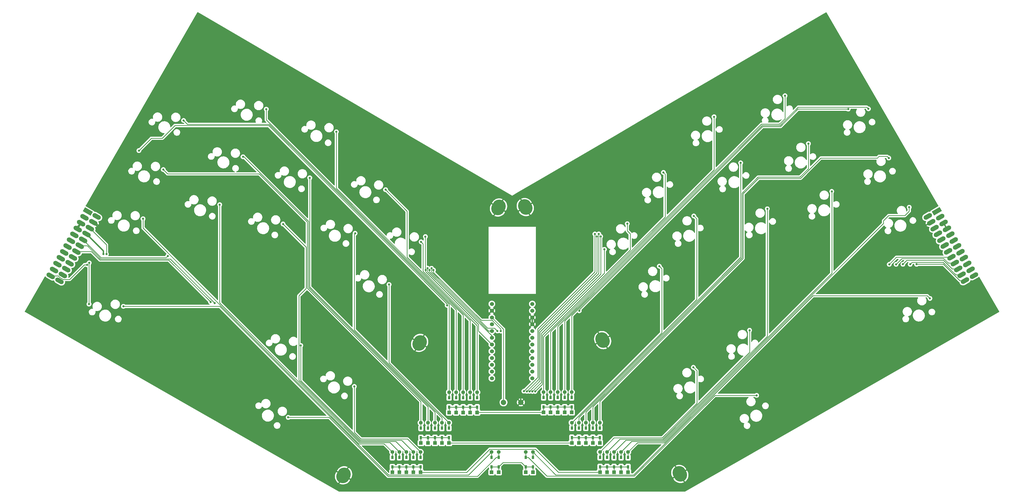
<source format=gbr>
%TF.GenerationSoftware,KiCad,Pcbnew,7.0.7*%
%TF.CreationDate,2024-06-13T17:52:44+09:00*%
%TF.ProjectId,hmproto34-bottom,686d7072-6f74-46f3-9334-2d626f74746f,rev?*%
%TF.SameCoordinates,Original*%
%TF.FileFunction,Copper,L1,Top*%
%TF.FilePolarity,Positive*%
%FSLAX46Y46*%
G04 Gerber Fmt 4.6, Leading zero omitted, Abs format (unit mm)*
G04 Created by KiCad (PCBNEW 7.0.7) date 2024-06-13 17:52:44*
%MOMM*%
%LPD*%
G01*
G04 APERTURE LIST*
G04 Aperture macros list*
%AMHorizOval*
0 Thick line with rounded ends*
0 $1 width*
0 $2 $3 position (X,Y) of the first rounded end (center of the circle)*
0 $4 $5 position (X,Y) of the second rounded end (center of the circle)*
0 Add line between two ends*
20,1,$1,$2,$3,$4,$5,0*
0 Add two circle primitives to create the rounded ends*
1,1,$1,$2,$3*
1,1,$1,$4,$5*%
%AMRotRect*
0 Rectangle, with rotation*
0 The origin of the aperture is its center*
0 $1 length*
0 $2 width*
0 $3 Rotation angle, in degrees counterclockwise*
0 Add horizontal line*
21,1,$1,$2,0,0,$3*%
G04 Aperture macros list end*
%TA.AperFunction,ComponentPad*%
%ADD10R,1.397000X1.397000*%
%TD*%
%TA.AperFunction,SMDPad,CuDef*%
%ADD11R,0.950000X1.300000*%
%TD*%
%TA.AperFunction,ComponentPad*%
%ADD12C,1.397000*%
%TD*%
%TA.AperFunction,ComponentPad*%
%ADD13C,1.524000*%
%TD*%
%TA.AperFunction,ComponentPad*%
%ADD14HorizOval,5.000000X0.250000X-0.433013X-0.250000X0.433013X0*%
%TD*%
%TA.AperFunction,ComponentPad*%
%ADD15RotRect,3.400000X1.700000X330.000000*%
%TD*%
%TA.AperFunction,ComponentPad*%
%ADD16HorizOval,1.700000X0.736122X-0.425000X-0.736122X0.425000X0*%
%TD*%
%TA.AperFunction,ComponentPad*%
%ADD17HorizOval,5.000000X0.250000X0.433013X-0.250000X-0.433013X0*%
%TD*%
%TA.AperFunction,ComponentPad*%
%ADD18C,2.000000*%
%TD*%
%TA.AperFunction,ComponentPad*%
%ADD19RotRect,3.400000X1.700000X210.000000*%
%TD*%
%TA.AperFunction,ComponentPad*%
%ADD20HorizOval,1.700000X-0.736122X-0.425000X0.736122X0.425000X0*%
%TD*%
%TA.AperFunction,ViaPad*%
%ADD21C,0.800000*%
%TD*%
%TA.AperFunction,Conductor*%
%ADD22C,0.500000*%
%TD*%
%TA.AperFunction,Conductor*%
%ADD23C,0.250000*%
%TD*%
G04 APERTURE END LIST*
D10*
%TO.P,D17,1,K*%
%TO.N,row3*%
X142537500Y-154840000D03*
D11*
X142537500Y-152805000D03*
%TO.P,D17,2,A*%
%TO.N,Net-(D17-A)*%
X142537500Y-149255000D03*
D12*
X142537500Y-147220000D03*
%TD*%
D13*
%TO.P,U1,1,TX0/D3*%
%TO.N,unconnected-(U1-TX0{slash}D3-Pad1)*%
X155216400Y-91562000D03*
%TO.P,U1,2,RX1/D2*%
%TO.N,data*%
X155216400Y-94102000D03*
%TO.P,U1,3,GND*%
%TO.N,GND*%
X155216400Y-96642000D03*
%TO.P,U1,4,GND*%
X155216400Y-99182000D03*
%TO.P,U1,5,2/D1/SDA*%
%TO.N,unconnected-(U1-2{slash}D1{slash}SDA-Pad5)*%
X155216400Y-101722000D03*
%TO.P,U1,6,3/D0/SCL*%
%TO.N,unconnected-(U1-3{slash}D0{slash}SCL-Pad6)*%
X155216400Y-104262000D03*
%TO.P,U1,7,4/D4*%
%TO.N,row0*%
X155216400Y-106802000D03*
%TO.P,U1,8,5/C6*%
%TO.N,row1*%
X155216400Y-109342000D03*
%TO.P,U1,9,6/D7*%
%TO.N,row2*%
X155216400Y-111882000D03*
%TO.P,U1,10,7/E6*%
%TO.N,row3*%
X155216400Y-114422000D03*
%TO.P,U1,11,8/B4*%
%TO.N,col0*%
X155216400Y-116962000D03*
%TO.P,U1,12,9/B5*%
%TO.N,col1*%
X155216400Y-119502000D03*
%TO.P,U1,13,B6/10*%
%TO.N,col9*%
X139996400Y-119502000D03*
%TO.P,U1,14,B2/16*%
%TO.N,col8*%
X139996400Y-116962000D03*
%TO.P,U1,15,B3/14*%
%TO.N,col7*%
X139996400Y-114422000D03*
%TO.P,U1,16,B1/15*%
%TO.N,col6*%
X139996400Y-111882000D03*
%TO.P,U1,17,F7/A0*%
%TO.N,col5*%
X139996400Y-109342000D03*
%TO.P,U1,18,F6/A1*%
%TO.N,col4*%
X139996400Y-106802000D03*
%TO.P,U1,19,F5/A2*%
%TO.N,col3*%
X139996400Y-104262000D03*
%TO.P,U1,20,F4/A3*%
%TO.N,col2*%
X139996400Y-101722000D03*
%TO.P,U1,21,VCC*%
%TO.N,VCC*%
X139996400Y-99182000D03*
%TO.P,U1,22,RST*%
%TO.N,reset*%
X139996400Y-96642000D03*
%TO.P,U1,23,GND*%
%TO.N,GND*%
X139996400Y-94102000D03*
%TO.P,U1,24,RAW*%
%TO.N,unconnected-(U1-RAW-Pad24)*%
X139996400Y-91562000D03*
%TD*%
D14*
%TO.P,J7,1,Pin_1*%
%TO.N,GND*%
X181650000Y-105150000D03*
%TD*%
D10*
%TO.P,D11,1,K*%
%TO.N,row0*%
X131842500Y-132380000D03*
D11*
X131842500Y-130345000D03*
%TO.P,D11,2,A*%
%TO.N,Net-(D11-A)*%
X131842500Y-126795000D03*
D12*
X131842500Y-124760000D03*
%TD*%
D10*
%TO.P,D25,1,K*%
%TO.N,row0*%
X164725000Y-132340000D03*
D11*
X164725000Y-130305000D03*
%TO.P,D25,2,A*%
%TO.N,Net-(D25-A)*%
X164725000Y-126755000D03*
D12*
X164725000Y-124720000D03*
%TD*%
D10*
%TO.P,D9,1,K*%
%TO.N,row1*%
X118597500Y-143855000D03*
D11*
X118597500Y-141820000D03*
%TO.P,D9,2,A*%
%TO.N,Net-(D9-A)*%
X118597500Y-138270000D03*
D12*
X118597500Y-136235000D03*
%TD*%
D10*
%TO.P,D33,1,K*%
%TO.N,row2*%
X191200000Y-154840000D03*
D11*
X191200000Y-152805000D03*
%TO.P,D33,2,A*%
%TO.N,Net-(D33-A)*%
X191200000Y-149255000D03*
D12*
X191200000Y-147220000D03*
%TD*%
D10*
%TO.P,D30,1,K*%
%TO.N,row2*%
X188562500Y-154840000D03*
D11*
X188562500Y-152805000D03*
%TO.P,D30,2,A*%
%TO.N,Net-(D30-A)*%
X188562500Y-149255000D03*
D12*
X188562500Y-147220000D03*
%TD*%
D10*
%TO.P,D4,1,K*%
%TO.N,row3*%
X139900000Y-154840000D03*
D11*
X139900000Y-152805000D03*
%TO.P,D4,2,A*%
%TO.N,Net-(D4-A)*%
X139900000Y-149255000D03*
D12*
X139900000Y-147220000D03*
%TD*%
D10*
%TO.P,D31,1,K*%
%TO.N,row0*%
X170000000Y-132340000D03*
D11*
X170000000Y-130305000D03*
%TO.P,D31,2,A*%
%TO.N,Net-(D31-A)*%
X170000000Y-126755000D03*
D12*
X170000000Y-124720000D03*
%TD*%
D15*
%TO.P,J1,1,Pin_1*%
%TO.N,unconnected-(J1-Pin_1-Pad1)*%
X-11889198Y-56811551D03*
D16*
%TO.P,J1,2,Pin_2*%
%TO.N,data*%
X-13159198Y-59011256D03*
%TO.P,J1,3,Pin_3*%
%TO.N,GND*%
X-14429198Y-61210960D03*
%TO.P,J1,4,Pin_4*%
X-15699198Y-63410665D03*
%TO.P,J1,5,Pin_5*%
%TO.N,unconnected-(J1-Pin_5-Pad5)*%
X-16969198Y-65610369D03*
%TO.P,J1,6,Pin_6*%
%TO.N,unconnected-(J1-Pin_6-Pad6)*%
X-18239198Y-67810074D03*
%TO.P,J1,7,Pin_7*%
%TO.N,row0*%
X-19509198Y-70009778D03*
%TO.P,J1,8,Pin_8*%
%TO.N,row1*%
X-20779198Y-72209483D03*
%TO.P,J1,9,Pin_9*%
%TO.N,row2*%
X-22049198Y-74409187D03*
%TO.P,J1,10,Pin_10*%
%TO.N,row3*%
X-23319198Y-76608892D03*
%TO.P,J1,11,Pin_11*%
%TO.N,col0*%
X-24589198Y-78808596D03*
%TO.P,J1,12,Pin_12*%
%TO.N,col1*%
X-25859198Y-81008301D03*
%TO.P,J1,13,Pin_13*%
%TO.N,unconnected-(J1-Pin_13-Pad13)*%
X-22500000Y-82890000D03*
%TO.P,J1,14,Pin_14*%
%TO.N,unconnected-(J1-Pin_14-Pad14)*%
X-21230000Y-80690295D03*
%TO.P,J1,15,Pin_15*%
%TO.N,unconnected-(J1-Pin_15-Pad15)*%
X-19960000Y-78490591D03*
%TO.P,J1,16,Pin_16*%
%TO.N,unconnected-(J1-Pin_16-Pad16)*%
X-18690000Y-76290886D03*
%TO.P,J1,17,Pin_17*%
%TO.N,unconnected-(J1-Pin_17-Pad17)*%
X-17420000Y-74091182D03*
%TO.P,J1,18,Pin_18*%
%TO.N,col4*%
X-16150000Y-71891477D03*
%TO.P,J1,19,Pin_19*%
%TO.N,col3*%
X-14880000Y-69691772D03*
%TO.P,J1,20,Pin_20*%
%TO.N,col2*%
X-13610000Y-67492068D03*
%TO.P,J1,21,Pin_21*%
%TO.N,VCC*%
X-12340000Y-65292363D03*
%TO.P,J1,22,Pin_22*%
%TO.N,reset*%
X-11070000Y-63092659D03*
%TO.P,J1,23,Pin_23*%
%TO.N,GND*%
X-9800000Y-60892954D03*
%TO.P,J1,24,Pin_24*%
%TO.N,unconnected-(J1-Pin_24-Pad24)*%
X-8530000Y-58693250D03*
%TD*%
D10*
%TO.P,D15,1,K*%
%TO.N,row1*%
X123872500Y-143855000D03*
D11*
X123872500Y-141820000D03*
%TO.P,D15,2,A*%
%TO.N,Net-(D15-A)*%
X123872500Y-138270000D03*
D12*
X123872500Y-136235000D03*
%TD*%
D10*
%TO.P,D3,1,K*%
%TO.N,row2*%
X102615000Y-154860000D03*
D11*
X102615000Y-152825000D03*
%TO.P,D3,2,A*%
%TO.N,Net-(D3-A)*%
X102615000Y-149275000D03*
D12*
X102615000Y-147240000D03*
%TD*%
D10*
%TO.P,D27,1,K*%
%TO.N,row2*%
X185925000Y-154840000D03*
D11*
X185925000Y-152805000D03*
%TO.P,D27,2,A*%
%TO.N,Net-(D27-A)*%
X185925000Y-149255000D03*
D12*
X185925000Y-147220000D03*
%TD*%
D10*
%TO.P,D7,1,K*%
%TO.N,row2*%
X105252500Y-154860000D03*
D11*
X105252500Y-152825000D03*
%TO.P,D7,2,A*%
%TO.N,Net-(D7-A)*%
X105252500Y-149275000D03*
D12*
X105252500Y-147240000D03*
%TD*%
D10*
%TO.P,D26,1,K*%
%TO.N,row1*%
X175335000Y-143820000D03*
D11*
X175335000Y-141785000D03*
%TO.P,D26,2,A*%
%TO.N,Net-(D26-A)*%
X175335000Y-138235000D03*
D12*
X175335000Y-136200000D03*
%TD*%
D17*
%TO.P,J3,1,Pin_1*%
%TO.N,GND*%
X84260000Y-156010000D03*
%TD*%
D10*
%TO.P,D23,1,K*%
%TO.N,row1*%
X172697500Y-143820000D03*
D11*
X172697500Y-141785000D03*
%TO.P,D23,2,A*%
%TO.N,Net-(D23-A)*%
X172697500Y-138235000D03*
D12*
X172697500Y-136200000D03*
%TD*%
D10*
%TO.P,D34,1,K*%
%TO.N,row3*%
X155417500Y-154860000D03*
D11*
X155417500Y-152825000D03*
%TO.P,D34,2,A*%
%TO.N,Net-(D34-A)*%
X155417500Y-149275000D03*
D12*
X155417500Y-147240000D03*
%TD*%
D10*
%TO.P,D5,1,K*%
%TO.N,row0*%
X126567500Y-132380000D03*
D11*
X126567500Y-130345000D03*
%TO.P,D5,2,A*%
%TO.N,Net-(D5-A)*%
X126567500Y-126795000D03*
D12*
X126567500Y-124760000D03*
%TD*%
D10*
%TO.P,D29,1,K*%
%TO.N,row1*%
X177972500Y-143820000D03*
D11*
X177972500Y-141785000D03*
%TO.P,D29,2,A*%
%TO.N,Net-(D29-A)*%
X177972500Y-138235000D03*
D12*
X177972500Y-136200000D03*
%TD*%
D10*
%TO.P,D18,1,K*%
%TO.N,row0*%
X159450000Y-132340000D03*
D11*
X159450000Y-130305000D03*
%TO.P,D18,2,A*%
%TO.N,Net-(D18-A)*%
X159450000Y-126755000D03*
D12*
X159450000Y-124720000D03*
%TD*%
D10*
%TO.P,D16,1,K*%
%TO.N,row2*%
X113165000Y-154860000D03*
D11*
X113165000Y-152825000D03*
%TO.P,D16,2,A*%
%TO.N,Net-(D16-A)*%
X113165000Y-149275000D03*
D12*
X113165000Y-147240000D03*
%TD*%
D10*
%TO.P,D22,1,K*%
%TO.N,row0*%
X162087500Y-132340000D03*
D11*
X162087500Y-130305000D03*
%TO.P,D22,2,A*%
%TO.N,Net-(D22-A)*%
X162087500Y-126755000D03*
D12*
X162087500Y-124720000D03*
%TD*%
D10*
%TO.P,D14,1,K*%
%TO.N,row0*%
X134480000Y-132380000D03*
D11*
X134480000Y-130345000D03*
%TO.P,D14,2,A*%
%TO.N,Net-(D14-A)*%
X134480000Y-126795000D03*
D12*
X134480000Y-124760000D03*
%TD*%
D18*
%TO.P,SW1,1,1*%
%TO.N,reset*%
X144395000Y-128570000D03*
%TO.P,SW1,2,2*%
%TO.N,GND*%
X150895000Y-128570000D03*
%TD*%
D10*
%TO.P,D20,1,K*%
%TO.N,row2*%
X180650000Y-154840000D03*
D11*
X180650000Y-152805000D03*
%TO.P,D20,2,A*%
%TO.N,Net-(D20-A)*%
X180650000Y-149255000D03*
D12*
X180650000Y-147220000D03*
%TD*%
D10*
%TO.P,D10,1,K*%
%TO.N,row2*%
X107890000Y-154860000D03*
D11*
X107890000Y-152825000D03*
%TO.P,D10,2,A*%
%TO.N,Net-(D10-A)*%
X107890000Y-149275000D03*
D12*
X107890000Y-147240000D03*
%TD*%
D17*
%TO.P,J5,1,Pin_1*%
%TO.N,GND*%
X142510000Y-55300000D03*
%TD*%
D10*
%TO.P,D21,1,K*%
%TO.N,row3*%
X152780000Y-154860000D03*
D11*
X152780000Y-152825000D03*
%TO.P,D21,2,A*%
%TO.N,Net-(D21-A)*%
X152780000Y-149275000D03*
D12*
X152780000Y-147240000D03*
%TD*%
D10*
%TO.P,D28,1,K*%
%TO.N,row0*%
X167362500Y-132340000D03*
D11*
X167362500Y-130305000D03*
%TO.P,D28,2,A*%
%TO.N,Net-(D28-A)*%
X167362500Y-126755000D03*
D12*
X167362500Y-124720000D03*
%TD*%
D14*
%TO.P,J8,1,Pin_1*%
%TO.N,GND*%
X152560000Y-55140000D03*
%TD*%
D10*
%TO.P,D1,1,K*%
%TO.N,row0*%
X123930000Y-132380000D03*
D11*
X123930000Y-130345000D03*
%TO.P,D1,2,A*%
%TO.N,Net-(D1-A)*%
X123930000Y-126795000D03*
D12*
X123930000Y-124760000D03*
%TD*%
D10*
%TO.P,D24,1,K*%
%TO.N,row2*%
X183287500Y-154840000D03*
D11*
X183287500Y-152805000D03*
%TO.P,D24,2,A*%
%TO.N,Net-(D24-A)*%
X183287500Y-149255000D03*
D12*
X183287500Y-147220000D03*
%TD*%
D10*
%TO.P,D2,1,K*%
%TO.N,row1*%
X113322500Y-143855000D03*
D11*
X113322500Y-141820000D03*
%TO.P,D2,2,A*%
%TO.N,Net-(D2-A)*%
X113322500Y-138270000D03*
D12*
X113322500Y-136235000D03*
%TD*%
D10*
%TO.P,D12,1,K*%
%TO.N,row1*%
X121235000Y-143855000D03*
D11*
X121235000Y-141820000D03*
%TO.P,D12,2,A*%
%TO.N,Net-(D12-A)*%
X121235000Y-138270000D03*
D12*
X121235000Y-136235000D03*
%TD*%
D17*
%TO.P,J4,1,Pin_1*%
%TO.N,GND*%
X112860000Y-106210000D03*
%TD*%
D14*
%TO.P,J6,1,Pin_1*%
%TO.N,GND*%
X210650000Y-155470000D03*
%TD*%
D10*
%TO.P,D6,1,K*%
%TO.N,row1*%
X115960000Y-143855000D03*
D11*
X115960000Y-141820000D03*
%TO.P,D6,2,A*%
%TO.N,Net-(D6-A)*%
X115960000Y-138270000D03*
D12*
X115960000Y-136235000D03*
%TD*%
D10*
%TO.P,D8,1,K*%
%TO.N,row0*%
X129205000Y-132380000D03*
D11*
X129205000Y-130345000D03*
%TO.P,D8,2,A*%
%TO.N,Net-(D8-A)*%
X129205000Y-126795000D03*
D12*
X129205000Y-124760000D03*
%TD*%
D10*
%TO.P,D13,1,K*%
%TO.N,row2*%
X110527500Y-154860000D03*
D11*
X110527500Y-152825000D03*
%TO.P,D13,2,A*%
%TO.N,Net-(D13-A)*%
X110527500Y-149275000D03*
D12*
X110527500Y-147240000D03*
%TD*%
D10*
%TO.P,D19,1,K*%
%TO.N,row1*%
X170060000Y-143820000D03*
D11*
X170060000Y-141785000D03*
%TO.P,D19,2,A*%
%TO.N,Net-(D19-A)*%
X170060000Y-138235000D03*
D12*
X170060000Y-136200000D03*
%TD*%
D10*
%TO.P,D32,1,K*%
%TO.N,row1*%
X180610000Y-143820000D03*
D11*
X180610000Y-141785000D03*
%TO.P,D32,2,A*%
%TO.N,Net-(D32-A)*%
X180610000Y-138235000D03*
D12*
X180610000Y-136200000D03*
%TD*%
D19*
%TO.P,J2,1,Pin_1*%
%TO.N,unconnected-(J2-Pin_1-Pad1)*%
X307229198Y-56738892D03*
D20*
%TO.P,J2,2,Pin_2*%
%TO.N,data*%
X308499198Y-58938597D03*
%TO.P,J2,3,Pin_3*%
%TO.N,GND*%
X309769198Y-61138301D03*
%TO.P,J2,4,Pin_4*%
X311039198Y-63338006D03*
%TO.P,J2,5,Pin_5*%
%TO.N,unconnected-(J2-Pin_5-Pad5)*%
X312309198Y-65537710D03*
%TO.P,J2,6,Pin_6*%
%TO.N,unconnected-(J2-Pin_6-Pad6)*%
X313579198Y-67737415D03*
%TO.P,J2,7,Pin_7*%
%TO.N,row0*%
X314849198Y-69937119D03*
%TO.P,J2,8,Pin_8*%
%TO.N,row1*%
X316119198Y-72136824D03*
%TO.P,J2,9,Pin_9*%
%TO.N,row2*%
X317389198Y-74336528D03*
%TO.P,J2,10,Pin_10*%
%TO.N,row3*%
X318659198Y-76536233D03*
%TO.P,J2,11,Pin_11*%
%TO.N,unconnected-(J2-Pin_11-Pad11)*%
X319929198Y-78735937D03*
%TO.P,J2,12,Pin_12*%
%TO.N,unconnected-(J2-Pin_12-Pad12)*%
X321199198Y-80935642D03*
%TO.P,J2,13,Pin_13*%
%TO.N,col9*%
X317840000Y-82817341D03*
%TO.P,J2,14,Pin_14*%
%TO.N,col8*%
X316570000Y-80617636D03*
%TO.P,J2,15,Pin_15*%
%TO.N,col7*%
X315300000Y-78417931D03*
%TO.P,J2,16,Pin_16*%
%TO.N,col6*%
X314030000Y-76218227D03*
%TO.P,J2,17,Pin_17*%
%TO.N,col5*%
X312760000Y-74018522D03*
%TO.P,J2,18,Pin_18*%
%TO.N,unconnected-(J2-Pin_18-Pad18)*%
X311490000Y-71818818D03*
%TO.P,J2,19,Pin_19*%
%TO.N,unconnected-(J2-Pin_19-Pad19)*%
X310220000Y-69619113D03*
%TO.P,J2,20,Pin_20*%
%TO.N,unconnected-(J2-Pin_20-Pad20)*%
X308950000Y-67419409D03*
%TO.P,J2,21,Pin_21*%
%TO.N,VCC*%
X307680000Y-65219704D03*
%TO.P,J2,22,Pin_22*%
%TO.N,reset*%
X306410000Y-63020000D03*
%TO.P,J2,23,Pin_23*%
%TO.N,GND*%
X305140000Y-60820295D03*
%TO.P,J2,24,Pin_24*%
%TO.N,unconnected-(J2-Pin_24-Pad24)*%
X303870000Y-58620591D03*
%TD*%
D21*
%TO.N,data*%
X123205500Y-92100000D03*
X7350000Y-33900000D03*
X172870000Y-94130000D03*
X273950000Y-18298208D03*
%TO.N,GND*%
X-3640000Y-72825500D03*
%TO.N,col0*%
X118056270Y-78838958D03*
X-11350000Y-76110000D03*
X-11420000Y-91630000D03*
X143350000Y-101750000D03*
%TO.N,col1*%
X-12144500Y-76835000D03*
X142090000Y-101740000D03*
X117329795Y-78152489D03*
%TO.N,col4*%
X115010000Y-66250000D03*
X115106718Y-78822320D03*
X34267701Y-90802299D03*
%TO.N,col3*%
X35785000Y-91295000D03*
X115831218Y-78105981D03*
%TO.N,col2*%
X18180000Y-73550000D03*
X116560000Y-78790000D03*
%TO.N,VCC*%
X-6041363Y-72825962D03*
%TO.N,reset*%
X-4850000Y-72825500D03*
%TO.N,col9*%
X152043335Y-124346229D03*
X178726500Y-65260000D03*
X299650000Y-76642022D03*
%TO.N,col8*%
X297240000Y-76640000D03*
X179451000Y-66220000D03*
X153126069Y-124404364D03*
%TO.N,col7*%
X294510000Y-76630000D03*
X180175500Y-65228485D03*
X154152521Y-124406218D03*
%TO.N,col6*%
X291930000Y-76670000D03*
X180900000Y-66200000D03*
X155217272Y-124446370D03*
%TO.N,col5*%
X289370000Y-76680000D03*
X156255500Y-124460000D03*
X182293937Y-71055006D03*
%TO.N,Net-(D1-A)*%
X24135286Y-22573425D03*
%TO.N,Net-(D2-A)*%
X16502145Y-41037000D03*
%TO.N,Net-(D3-A)*%
X8882145Y-59547000D03*
%TO.N,Net-(D4-A)*%
X1504659Y-92463550D03*
%TO.N,Net-(D5-A)*%
X55208529Y-18330021D03*
%TO.N,Net-(D6-A)*%
X46467586Y-36236890D03*
%TO.N,Net-(D7-A)*%
X37707586Y-54236890D03*
%TO.N,Net-(D8-A)*%
X81556345Y-26835950D03*
%TO.N,Net-(D9-A)*%
X71546345Y-44145950D03*
%TO.N,Net-(D10-A)*%
X61518523Y-61500296D03*
%TO.N,Net-(D11-A)*%
X100065878Y-48605327D03*
%TO.N,Net-(D12-A)*%
X88607170Y-64999095D03*
%TO.N,Net-(D13-A)*%
X68185754Y-107175950D03*
%TO.N,Net-(D14-A)*%
X113403515Y-68231332D03*
%TO.N,Net-(D15-A)*%
X101360583Y-84258552D03*
%TO.N,Net-(D16-A)*%
X88309753Y-122565087D03*
%TO.N,Net-(D17-A)*%
X63446474Y-134222161D03*
%TO.N,Net-(D18-A)*%
X190907997Y-61383421D03*
%TO.N,Net-(D19-A)*%
X202947997Y-77373421D03*
%TO.N,Net-(D20-A)*%
X215745513Y-115386938D03*
%TO.N,Net-(D21-A)*%
X239517412Y-125934175D03*
%TO.N,Net-(D22-A)*%
X204482455Y-42106556D03*
%TO.N,Net-(D23-A)*%
X215913747Y-58472788D03*
%TO.N,Net-(D24-A)*%
X236868523Y-101460296D03*
%TO.N,Net-(D25-A)*%
X223506936Y-21195950D03*
%TO.N,Net-(D26-A)*%
X233526345Y-38495950D03*
%TO.N,Net-(D27-A)*%
X243546936Y-55795950D03*
%TO.N,Net-(D28-A)*%
X250184540Y-13262534D03*
%TO.N,Net-(D29-A)*%
X258988666Y-31279459D03*
%TO.N,Net-(D30-A)*%
X267758666Y-49249459D03*
%TO.N,Net-(D31-A)*%
X281533466Y-18202473D03*
%TO.N,Net-(D32-A)*%
X289203466Y-36692473D03*
%TO.N,Net-(D33-A)*%
X296880082Y-55214409D03*
%TO.N,Net-(D34-A)*%
X304670624Y-89489191D03*
%TD*%
D22*
%TO.N,GND*%
X-15699198Y-62480960D02*
X-14429198Y-61210960D01*
X-15699198Y-63410665D02*
X-15699198Y-62480960D01*
D23*
%TO.N,Net-(D17-A)*%
X78859369Y-134222161D02*
X63446474Y-134222161D01*
X100970708Y-156333500D02*
X78859369Y-134222161D01*
X134596500Y-156333500D02*
X100970708Y-156333500D01*
X141675000Y-149255000D02*
X134596500Y-156333500D01*
X142537500Y-149255000D02*
X141675000Y-149255000D01*
%TO.N,Net-(D16-A)*%
X90785584Y-142330000D02*
X88309753Y-139854169D01*
X88309753Y-139854169D02*
X88309753Y-122565087D01*
X108255000Y-142330000D02*
X90785584Y-142330000D01*
X113165000Y-147240000D02*
X108255000Y-142330000D01*
%TO.N,Net-(D13-A)*%
X68185754Y-120366566D02*
X68185754Y-107175950D01*
X90599188Y-142780000D02*
X68185754Y-120366566D01*
X106067500Y-142780000D02*
X90599188Y-142780000D01*
X110527500Y-147240000D02*
X106067500Y-142780000D01*
%TO.N,Net-(D10-A)*%
X67460754Y-120277962D02*
X67460754Y-88476416D01*
X90412792Y-143230000D02*
X67460754Y-120277962D01*
X67460754Y-88476416D02*
X70196345Y-85740825D01*
X103880000Y-143230000D02*
X90412792Y-143230000D01*
X107890000Y-147240000D02*
X103880000Y-143230000D01*
X70196345Y-85740825D02*
X70196345Y-70178118D01*
X70196345Y-70178118D02*
X61518523Y-61500296D01*
%TO.N,Net-(D4-A)*%
X131236500Y-155883500D02*
X101157104Y-155883500D01*
X101157104Y-155883500D02*
X37737154Y-92463550D01*
X139900000Y-147220000D02*
X131236500Y-155883500D01*
X37737154Y-92463550D02*
X1504659Y-92463550D01*
%TO.N,Net-(D3-A)*%
X8882145Y-62972145D02*
X8882145Y-59547000D01*
X99505000Y-144130000D02*
X90040000Y-144130000D01*
X90040000Y-144130000D02*
X8882145Y-62972145D01*
X102615000Y-147240000D02*
X99505000Y-144130000D01*
%TO.N,Net-(D7-A)*%
X37707586Y-91161190D02*
X37707586Y-54236890D01*
X90226396Y-143680000D02*
X37707586Y-91161190D01*
X101692500Y-143680000D02*
X90226396Y-143680000D01*
X105252500Y-147240000D02*
X101692500Y-143680000D01*
%TO.N,col4*%
X-7302792Y-75070000D02*
X-10481315Y-71891477D01*
X18570000Y-75070000D02*
X-7302792Y-75070000D01*
X34267701Y-90767701D02*
X18570000Y-75070000D01*
X-10481315Y-71891477D02*
X-16150000Y-71891477D01*
X34267701Y-90802299D02*
X34267701Y-90767701D01*
%TO.N,col3*%
X-12044624Y-69691772D02*
X-14880000Y-69691772D01*
X19110000Y-74620000D02*
X-7116396Y-74620000D01*
X-7116396Y-74620000D02*
X-12044624Y-69691772D01*
X35785000Y-91295000D02*
X19110000Y-74620000D01*
%TO.N,col2*%
X-13607932Y-67492068D02*
X-13610000Y-67492068D01*
X-6930000Y-74170000D02*
X-13607932Y-67492068D01*
X18180000Y-73550000D02*
X17560000Y-74170000D01*
X17560000Y-74170000D02*
X-6930000Y-74170000D01*
%TO.N,data*%
X172870000Y-94130000D02*
X172870000Y-93705584D01*
X20905927Y-24485056D02*
X56097111Y-24485056D01*
X241710584Y-24865000D02*
X248477792Y-24865000D01*
X7350000Y-33900000D02*
X11980000Y-29270000D01*
X123205500Y-91593445D02*
X123205500Y-92100000D01*
X56097111Y-24485056D02*
X123205500Y-91593445D01*
X11980000Y-29270000D02*
X16120983Y-29270000D01*
X172870000Y-93705584D02*
X241710584Y-24865000D01*
X16120983Y-29270000D02*
X20905927Y-24485056D01*
X248477792Y-24865000D02*
X255044584Y-18298208D01*
X255044584Y-18298208D02*
X273950000Y-18298208D01*
D22*
%TO.N,GND*%
X-3640000Y-72825500D02*
X-3640000Y-67052954D01*
X150895000Y-128570000D02*
X150895000Y-100963400D01*
X155216400Y-96642000D02*
X155216400Y-99182000D01*
X150895000Y-100963400D02*
X155216400Y-96642000D01*
X-3640000Y-67052954D02*
X-9800000Y-60892954D01*
D23*
%TO.N,row0*%
X167362500Y-130305000D02*
X170000000Y-130305000D01*
X131842500Y-132380000D02*
X131842500Y-130345000D01*
X123930000Y-130345000D02*
X126567500Y-130345000D01*
X134480000Y-130345000D02*
X134480000Y-132380000D01*
X167362500Y-130305000D02*
X167362500Y-132340000D01*
X162087500Y-130305000D02*
X164725000Y-130305000D01*
X170000000Y-130305000D02*
X170000000Y-132340000D01*
X129205000Y-130345000D02*
X129205000Y-132380000D01*
X162087500Y-130305000D02*
X162087500Y-132340000D01*
X159450000Y-132340000D02*
X159450000Y-130305000D01*
X159450000Y-132340000D02*
X134520000Y-132340000D01*
X126567500Y-132380000D02*
X126567500Y-130345000D01*
X123930000Y-132380000D02*
X123930000Y-130345000D01*
X129205000Y-130345000D02*
X131842500Y-130345000D01*
X126567500Y-130345000D02*
X129205000Y-130345000D01*
X131842500Y-130345000D02*
X134480000Y-130345000D01*
X164725000Y-132340000D02*
X164725000Y-130305000D01*
X134520000Y-132340000D02*
X134480000Y-132380000D01*
X164725000Y-130305000D02*
X167362500Y-130305000D01*
X159450000Y-130305000D02*
X162087500Y-130305000D01*
%TO.N,row1*%
X118597500Y-143855000D02*
X118597500Y-141820000D01*
X177972500Y-141785000D02*
X177972500Y-143820000D01*
X123872500Y-141820000D02*
X123872500Y-143855000D01*
X170060000Y-141785000D02*
X170060000Y-143820000D01*
X180610000Y-141785000D02*
X177972500Y-141785000D01*
X172697500Y-141785000D02*
X170060000Y-141785000D01*
X175335000Y-141785000D02*
X172697500Y-141785000D01*
X115960000Y-141820000D02*
X115960000Y-143855000D01*
X172697500Y-141785000D02*
X172697500Y-143820000D01*
X113322500Y-143855000D02*
X113322500Y-141820000D01*
X170025000Y-143855000D02*
X170060000Y-143820000D01*
X175335000Y-141785000D02*
X175335000Y-143820000D01*
X177972500Y-141785000D02*
X175335000Y-141785000D01*
X121235000Y-143855000D02*
X121235000Y-141820000D01*
X121235000Y-141820000D02*
X123872500Y-141820000D01*
X180610000Y-141785000D02*
X180610000Y-143820000D01*
X113322500Y-141820000D02*
X115960000Y-141820000D01*
X115960000Y-141820000D02*
X118597500Y-141820000D01*
X123872500Y-143855000D02*
X170025000Y-143855000D01*
X118597500Y-141820000D02*
X121235000Y-141820000D01*
%TO.N,row2*%
X188562500Y-152805000D02*
X188562500Y-154840000D01*
X113165000Y-154860000D02*
X113165000Y-152825000D01*
X185925000Y-152805000D02*
X185925000Y-154840000D01*
X183287500Y-152805000D02*
X183287500Y-154840000D01*
X165020000Y-154840000D02*
X180650000Y-154840000D01*
X130450000Y-154900000D02*
X139170000Y-146180000D01*
X110527500Y-152825000D02*
X110527500Y-154860000D01*
X183287500Y-152805000D02*
X185925000Y-152805000D01*
X139170000Y-146180000D02*
X156360000Y-146180000D01*
X180650000Y-154840000D02*
X180650000Y-152805000D01*
X113165000Y-152825000D02*
X110527500Y-152825000D01*
X188562500Y-152805000D02*
X191200000Y-152805000D01*
X191200000Y-152805000D02*
X191200000Y-154840000D01*
X102615000Y-154860000D02*
X102615000Y-152825000D01*
X185925000Y-152805000D02*
X188562500Y-152805000D01*
X105252500Y-152825000D02*
X105252500Y-154860000D01*
X113165000Y-154860000D02*
X113205000Y-154900000D01*
X107890000Y-154860000D02*
X107890000Y-152825000D01*
X110527500Y-152825000D02*
X107890000Y-152825000D01*
X156360000Y-146180000D02*
X165020000Y-154840000D01*
X102615000Y-152825000D02*
X105252500Y-152825000D01*
X107890000Y-152825000D02*
X105252500Y-152825000D01*
X113205000Y-154900000D02*
X130450000Y-154900000D01*
X180650000Y-152805000D02*
X183287500Y-152805000D01*
%TO.N,row3*%
X152780000Y-152825000D02*
X155417500Y-152825000D01*
X142537500Y-154840000D02*
X142537500Y-152805000D01*
X151135000Y-151180000D02*
X152780000Y-152825000D01*
X139900000Y-152805000D02*
X142537500Y-152805000D01*
X139900000Y-152805000D02*
X139900000Y-154840000D01*
X144162500Y-151180000D02*
X151135000Y-151180000D01*
X155417500Y-152825000D02*
X155417500Y-154860000D01*
X142537500Y-152805000D02*
X144162500Y-151180000D01*
X152780000Y-154860000D02*
X152780000Y-152825000D01*
X142557500Y-154860000D02*
X142537500Y-154840000D01*
%TO.N,col0*%
X118056270Y-79700686D02*
X136084584Y-97729000D01*
X118056270Y-78838958D02*
X118056270Y-79700686D01*
X-11420000Y-76180000D02*
X-11420000Y-91630000D01*
X136084584Y-97729000D02*
X140080651Y-97729000D01*
X143350000Y-100998349D02*
X143350000Y-101750000D01*
X-11350000Y-76110000D02*
X-11420000Y-76180000D01*
X140080651Y-97729000D02*
X143350000Y-100998349D01*
%TO.N,col1*%
X-18700000Y-82330000D02*
X-21119948Y-82330000D01*
X117329795Y-78152489D02*
X117329795Y-79610607D01*
X-22394987Y-81593856D02*
X-22980542Y-81008301D01*
X-22980542Y-81008301D02*
X-25859198Y-81008301D01*
X138354364Y-100635176D02*
X140985176Y-100635176D01*
X140985176Y-100635176D02*
X142090000Y-101740000D01*
X-13205000Y-76835000D02*
X-18700000Y-82330000D01*
X-21119948Y-82330000D02*
X-22394987Y-81593856D01*
X-12144500Y-76835000D02*
X-13205000Y-76835000D01*
X117329795Y-79610607D02*
X138354364Y-100635176D01*
%TO.N,col4*%
X115106718Y-79486718D02*
X134930000Y-99310000D01*
X114970000Y-78685602D02*
X114970000Y-66290000D01*
X114970000Y-66290000D02*
X115010000Y-66250000D01*
X115106718Y-78822320D02*
X115106718Y-79486718D01*
X134930000Y-101735600D02*
X139996400Y-106802000D01*
X134930000Y-99310000D02*
X134930000Y-101735600D01*
X115106718Y-78822320D02*
X114970000Y-78685602D01*
%TO.N,col3*%
X115831218Y-78105981D02*
X115831218Y-79384822D01*
X115831218Y-79384822D02*
X139996400Y-103550004D01*
X139996400Y-103550004D02*
X139996400Y-104262000D01*
%TO.N,col2*%
X138804792Y-101722000D02*
X139996400Y-101722000D01*
X116560000Y-78790000D02*
X116560000Y-79477208D01*
X116560000Y-79477208D02*
X138804792Y-101722000D01*
D22*
%TO.N,VCC*%
X-6041363Y-71591000D02*
X-12340000Y-65292363D01*
X-6041363Y-72825962D02*
X-6041363Y-71591000D01*
D23*
%TO.N,reset*%
X144395000Y-101040600D02*
X139996400Y-96642000D01*
X-4850000Y-69312659D02*
X-11070000Y-63092659D01*
X144395000Y-128570000D02*
X144395000Y-101040600D01*
X-4850000Y-72825500D02*
X-4850000Y-69312659D01*
%TO.N,col9*%
X157200000Y-119189564D02*
X152043335Y-124346229D01*
X178726500Y-79450506D02*
X157200000Y-100977006D01*
X299650000Y-76642022D02*
X309725626Y-76642022D01*
X178726500Y-65260000D02*
X178726500Y-79450506D01*
X309725626Y-76642022D02*
X315900945Y-82817341D01*
X157200000Y-100977006D02*
X157200000Y-119189564D01*
X315900945Y-82817341D02*
X317840000Y-82817341D01*
%TO.N,col8*%
X157650000Y-101551604D02*
X157650000Y-119880433D01*
X314337636Y-80617636D02*
X316570000Y-80617636D01*
X297962478Y-75917522D02*
X309637522Y-75917522D01*
X179451000Y-66220000D02*
X179451000Y-79750604D01*
X179451000Y-79750604D02*
X157650000Y-101551604D01*
X309637522Y-75917522D02*
X314337636Y-80617636D01*
X157650000Y-119880433D02*
X153126069Y-124404364D01*
X297240000Y-76640000D02*
X297962478Y-75917522D01*
%TO.N,col7*%
X180175500Y-65228485D02*
X180175500Y-80050704D01*
X309823022Y-75193022D02*
X313047931Y-78417931D01*
X158100000Y-102126204D02*
X158100000Y-120458739D01*
X295946978Y-75193022D02*
X309823022Y-75193022D01*
X313047931Y-78417931D02*
X315300000Y-78417931D01*
X294510000Y-76630000D02*
X295946978Y-75193022D01*
X180175500Y-80050704D02*
X158100000Y-102126204D01*
X158100000Y-120458739D02*
X154152521Y-124406218D01*
%TO.N,col6*%
X311558227Y-76218227D02*
X314030000Y-76218227D01*
X294131478Y-74468522D02*
X309808522Y-74468522D01*
X309808522Y-74468522D02*
X311558227Y-76218227D01*
X180900000Y-66200000D02*
X180902647Y-66202647D01*
X158550000Y-121113642D02*
X155217272Y-124446370D01*
X180902647Y-80348155D02*
X158550000Y-102700802D01*
X291930000Y-76670000D02*
X294131478Y-74468522D01*
X180902647Y-66202647D02*
X180902647Y-80348155D01*
X158550000Y-102700802D02*
X158550000Y-121113642D01*
%TO.N,col5*%
X159000000Y-103275400D02*
X159000000Y-121740000D01*
X289370000Y-76680000D02*
X292031478Y-74018522D01*
X182293937Y-71055006D02*
X182293937Y-79981463D01*
X159000000Y-121740000D02*
X156280000Y-124460000D01*
X182293937Y-79981463D02*
X159000000Y-103275400D01*
X156280000Y-124460000D02*
X156255500Y-124460000D01*
X292031478Y-74018522D02*
X312760000Y-74018522D01*
%TO.N,Net-(D1-A)*%
X25596917Y-24035056D02*
X24135286Y-22573425D01*
X56283507Y-24035056D02*
X25596917Y-24035056D01*
X123930000Y-124760000D02*
X123930000Y-91681549D01*
X123930000Y-126795000D02*
X123930000Y-124760000D01*
X123930000Y-91681549D02*
X56283507Y-24035056D01*
%TO.N,Net-(D2-A)*%
X52593604Y-42650000D02*
X18130000Y-42650000D01*
X113322500Y-138270000D02*
X113322500Y-136235000D01*
X16517000Y-41037000D02*
X16502145Y-41037000D01*
X70646345Y-85554429D02*
X70646345Y-60702741D01*
X113322500Y-136235000D02*
X113322500Y-128230584D01*
X18130000Y-42650000D02*
X16517000Y-41037000D01*
X70646345Y-60702741D02*
X52593604Y-42650000D01*
X113322500Y-128230584D02*
X70646345Y-85554429D01*
%TO.N,Net-(D3-A)*%
X102615000Y-149275000D02*
X102615000Y-147240000D01*
%TO.N,Net-(D4-A)*%
X139900000Y-149255000D02*
X139900000Y-147220000D01*
%TO.N,Net-(D5-A)*%
X126567500Y-93682653D02*
X55208529Y-22323682D01*
X126567500Y-124760000D02*
X126567500Y-93682653D01*
X126567500Y-126795000D02*
X126567500Y-124760000D01*
X55208529Y-22323682D02*
X55208529Y-18330021D01*
%TO.N,Net-(D6-A)*%
X115960000Y-130231688D02*
X71096345Y-85368033D01*
X71096345Y-85368033D02*
X71096345Y-60516345D01*
X71096345Y-60516345D02*
X46816890Y-36236890D01*
X46816890Y-36236890D02*
X46467586Y-36236890D01*
X115960000Y-136235000D02*
X115960000Y-130231688D01*
X115960000Y-138270000D02*
X115960000Y-136235000D01*
%TO.N,Net-(D7-A)*%
X105252500Y-149275000D02*
X105252500Y-147240000D01*
%TO.N,Net-(D8-A)*%
X81556345Y-48035102D02*
X81556345Y-26835950D01*
X129205000Y-124760000D02*
X129205000Y-126795000D01*
X129205000Y-124760000D02*
X129205000Y-95683757D01*
X129205000Y-95683757D02*
X81556345Y-48035102D01*
%TO.N,Net-(D9-A)*%
X118597500Y-136235000D02*
X118597500Y-132232792D01*
X118597500Y-138270000D02*
X118597500Y-136235000D01*
X71546345Y-85181637D02*
X71546345Y-44145950D01*
X118597500Y-132232792D02*
X71546345Y-85181637D01*
%TO.N,Net-(D10-A)*%
X107890000Y-149275000D02*
X107890000Y-147240000D01*
%TO.N,Net-(D11-A)*%
X131842500Y-97684861D02*
X108145000Y-73987361D01*
X108145000Y-73987361D02*
X108145000Y-56684449D01*
X131842500Y-124760000D02*
X131842500Y-126795000D01*
X108145000Y-56684449D02*
X100065878Y-48605327D01*
X131842500Y-124760000D02*
X131842500Y-97684861D01*
%TO.N,Net-(D12-A)*%
X121235000Y-138270000D02*
X121235000Y-136235000D01*
X121235000Y-136235000D02*
X121235000Y-134233896D01*
X88295000Y-65311265D02*
X88607170Y-64999095D01*
X121235000Y-134233896D02*
X88295000Y-101293896D01*
X88295000Y-101293896D02*
X88295000Y-65311265D01*
%TO.N,Net-(D13-A)*%
X110527500Y-147240000D02*
X110527500Y-149275000D01*
%TO.N,Net-(D14-A)*%
X134480000Y-99685965D02*
X114140000Y-79345965D01*
X134480000Y-124760000D02*
X134480000Y-99685965D01*
X134480000Y-124760000D02*
X134480000Y-126795000D01*
X114140000Y-68967817D02*
X113403515Y-68231332D01*
X114140000Y-79345965D02*
X114140000Y-68967817D01*
%TO.N,Net-(D15-A)*%
X101360583Y-113723083D02*
X101360583Y-84258552D01*
X123872500Y-138270000D02*
X123872500Y-136235000D01*
X123872500Y-136235000D02*
X101360583Y-113723083D01*
%TO.N,Net-(D16-A)*%
X113165000Y-147240000D02*
X113165000Y-149275000D01*
%TO.N,Net-(D17-A)*%
X142537500Y-147220000D02*
X142537500Y-149255000D01*
%TO.N,Net-(D18-A)*%
X192010000Y-71290000D02*
X192010000Y-65175097D01*
X159450000Y-126755000D02*
X159450000Y-124720000D01*
X159450000Y-103850000D02*
X192010000Y-71290000D01*
X192010000Y-65175097D02*
X190907997Y-64073094D01*
X159450000Y-124720000D02*
X159450000Y-103850000D01*
X190907997Y-64073094D02*
X190907997Y-61383421D01*
%TO.N,Net-(D19-A)*%
X203852068Y-102407932D02*
X203852068Y-78277492D01*
X203852068Y-78277492D02*
X202947997Y-77373421D01*
X170060000Y-136200000D02*
X203852068Y-102407932D01*
X170060000Y-138235000D02*
X170060000Y-136200000D01*
%TO.N,Net-(D20-A)*%
X180650000Y-147220000D02*
X185950000Y-141920000D01*
X180650000Y-149255000D02*
X180650000Y-147220000D01*
X217047293Y-128911592D02*
X217047293Y-116688718D01*
X185950000Y-141920000D02*
X204038885Y-141920000D01*
X204038885Y-141920000D02*
X217047293Y-128911592D01*
X217047293Y-116688718D02*
X215745513Y-115386938D01*
%TO.N,Net-(D21-A)*%
X160681000Y-156313500D02*
X193463761Y-156313500D01*
X152780000Y-147240000D02*
X152780000Y-149275000D01*
X153642500Y-149275000D02*
X160681000Y-156313500D01*
X193463761Y-156313500D02*
X223843086Y-125934175D01*
X223843086Y-125934175D02*
X239517412Y-125934175D01*
X152780000Y-149275000D02*
X153642500Y-149275000D01*
%TO.N,Net-(D22-A)*%
X162087500Y-124720000D02*
X162087500Y-126755000D01*
X162087500Y-124720000D02*
X162087500Y-101942500D01*
X205125000Y-42749101D02*
X204482455Y-42106556D01*
X205125000Y-58905000D02*
X205125000Y-42749101D01*
X162087500Y-101942500D02*
X205125000Y-58905000D01*
%TO.N,Net-(D23-A)*%
X216967584Y-59526625D02*
X215913747Y-58472788D01*
X172697500Y-134198896D02*
X216967584Y-89928812D01*
X172697500Y-136200000D02*
X172697500Y-134198896D01*
X172697500Y-136200000D02*
X172697500Y-138235000D01*
X216967584Y-89928812D02*
X216967584Y-59526625D01*
%TO.N,Net-(D24-A)*%
X236868523Y-109726758D02*
X236868523Y-101460296D01*
X188137500Y-142370000D02*
X204225281Y-142370000D01*
X183287500Y-147220000D02*
X188137500Y-142370000D01*
X183287500Y-149255000D02*
X183287500Y-147220000D01*
X204225281Y-142370000D02*
X236868523Y-109726758D01*
%TO.N,Net-(D25-A)*%
X164725000Y-99941396D02*
X223506936Y-41159460D01*
X164725000Y-124720000D02*
X164725000Y-99941396D01*
X164725000Y-126755000D02*
X164725000Y-124720000D01*
X223506936Y-41159460D02*
X223506936Y-21195950D01*
%TO.N,Net-(D26-A)*%
X233526345Y-74006447D02*
X233526345Y-38495950D01*
X175335000Y-132197792D02*
X233526345Y-74006447D01*
X175335000Y-138235000D02*
X175335000Y-136200000D01*
X175335000Y-136200000D02*
X175335000Y-132197792D01*
%TO.N,Net-(D27-A)*%
X243546936Y-103684741D02*
X243546936Y-55795950D01*
X185925000Y-147220000D02*
X190325000Y-142820000D01*
X204411677Y-142820000D02*
X243546936Y-103684741D01*
X190325000Y-142820000D02*
X204411677Y-142820000D01*
X185925000Y-149255000D02*
X185925000Y-147220000D01*
%TO.N,Net-(D28-A)*%
X167362500Y-124720000D02*
X167362500Y-97940292D01*
X167362500Y-124720000D02*
X167362500Y-126755000D01*
X167362500Y-97940292D02*
X241337792Y-23965000D01*
X250184540Y-21885460D02*
X250184540Y-13262534D01*
X241337792Y-23965000D02*
X248105000Y-23965000D01*
X248105000Y-23965000D02*
X250184540Y-21885460D01*
%TO.N,Net-(D29-A)*%
X233976345Y-74192843D02*
X177972500Y-130196688D01*
X177972500Y-130196688D02*
X177972500Y-136200000D01*
X258988666Y-31279459D02*
X258988666Y-40704938D01*
X240040000Y-43880000D02*
X233976345Y-49943655D01*
X255813604Y-43880000D02*
X240040000Y-43880000D01*
X177972500Y-136200000D02*
X177972500Y-138235000D01*
X233976345Y-49943655D02*
X233976345Y-74192843D01*
X258988666Y-40704938D02*
X255813604Y-43880000D01*
%TO.N,Net-(D30-A)*%
X192512500Y-143270000D02*
X204598073Y-143270000D01*
X267758666Y-80109407D02*
X267758666Y-49249459D01*
X188562500Y-147220000D02*
X192512500Y-143270000D01*
X204598073Y-143270000D02*
X267758666Y-80109407D01*
X188562500Y-147220000D02*
X188562500Y-149255000D01*
%TO.N,Net-(D31-A)*%
X170000000Y-95939188D02*
X241524188Y-24415000D01*
X170000000Y-126755000D02*
X170000000Y-124720000D01*
X248291396Y-24415000D02*
X255132688Y-17573708D01*
X241524188Y-24415000D02*
X248291396Y-24415000D01*
X280904701Y-17573708D02*
X281533466Y-18202473D01*
X170000000Y-124720000D02*
X170000000Y-95939188D01*
X255132688Y-17573708D02*
X280904701Y-17573708D01*
%TO.N,Net-(D32-A)*%
X263637527Y-36692473D02*
X284893899Y-36692473D01*
X180610000Y-136200000D02*
X180610000Y-138235000D01*
X180610000Y-128195584D02*
X234426345Y-74379239D01*
X285522664Y-36063708D02*
X288574701Y-36063708D01*
X234426345Y-50130051D02*
X240226396Y-44330000D01*
X284893899Y-36692473D02*
X285522664Y-36063708D01*
X240226396Y-44330000D02*
X256000000Y-44330000D01*
X256000000Y-44330000D02*
X263637527Y-36692473D01*
X180610000Y-136200000D02*
X180610000Y-128195584D01*
X288574701Y-36063708D02*
X289203466Y-36692473D01*
X234426345Y-74379239D02*
X234426345Y-50130051D01*
%TO.N,Net-(D33-A)*%
X295224356Y-58335644D02*
X296880082Y-56679918D01*
X191200000Y-149255000D02*
X191200000Y-147220000D01*
X289144356Y-58335644D02*
X295224356Y-58335644D01*
X194700000Y-143720000D02*
X204784469Y-143720000D01*
X287206311Y-60273689D02*
X289144356Y-58335644D01*
X204784469Y-143720000D02*
X287206311Y-61298158D01*
X296880082Y-56679918D02*
X296880082Y-55214409D01*
X287206311Y-61298158D02*
X287206311Y-60273689D01*
X191200000Y-147220000D02*
X194700000Y-143720000D01*
%TO.N,Net-(D34-A)*%
X164041000Y-155863500D02*
X193277365Y-155863500D01*
X155417500Y-147240000D02*
X164041000Y-155863500D01*
X303652129Y-88470696D02*
X304670624Y-89489191D01*
X155417500Y-147240000D02*
X155417500Y-149275000D01*
X260670169Y-88470696D02*
X303652129Y-88470696D01*
X193277365Y-155863500D02*
X260670169Y-88470696D01*
%TD*%
%TA.AperFunction,Conductor*%
%TO.N,GND*%
G36*
X29470190Y18106310D02*
G01*
X30807221Y17340515D01*
X111486737Y-29784508D01*
X147620000Y-50890000D01*
X149474575Y-49805862D01*
X196421646Y-49805862D01*
X196421647Y-49805867D01*
X196436614Y-49905160D01*
X196460751Y-50065295D01*
X196460752Y-50065297D01*
X196460753Y-50065303D01*
X196538085Y-50316006D01*
X196651914Y-50552376D01*
X196651915Y-50552377D01*
X196651917Y-50552380D01*
X196651919Y-50552384D01*
X196782337Y-50743671D01*
X196799714Y-50769159D01*
X196978161Y-50961481D01*
X196978165Y-50961484D01*
X196978166Y-50961485D01*
X197183290Y-51125066D01*
X197410504Y-51256248D01*
X197654731Y-51352100D01*
X197676340Y-51357032D01*
X197737317Y-51391139D01*
X197770175Y-51452800D01*
X197764481Y-51522437D01*
X197738374Y-51563614D01*
X197607077Y-51700941D01*
X197483071Y-51888801D01*
X197394607Y-52095772D01*
X197394603Y-52095785D01*
X197344518Y-52315225D01*
X197344516Y-52315236D01*
X197336214Y-52500098D01*
X197334418Y-52540098D01*
X197364633Y-52763155D01*
X197364634Y-52763158D01*
X197434191Y-52977233D01*
X197540854Y-53175446D01*
X197540856Y-53175449D01*
X197681197Y-53351431D01*
X197681199Y-53351432D01*
X197681200Y-53351434D01*
X197850712Y-53499533D01*
X198043944Y-53614983D01*
X198254684Y-53694075D01*
X198476158Y-53734268D01*
X198476161Y-53734268D01*
X198644856Y-53734268D01*
X198644863Y-53734268D01*
X198812896Y-53719145D01*
X198812900Y-53719144D01*
X199029868Y-53659264D01*
X199029870Y-53659263D01*
X199029878Y-53659261D01*
X199232681Y-53561597D01*
X199414786Y-53429290D01*
X199570340Y-53266593D01*
X199694343Y-53078736D01*
X199697021Y-53072472D01*
X199782808Y-52871763D01*
X199782807Y-52871763D01*
X199782811Y-52871756D01*
X199832899Y-52652305D01*
X199842998Y-52427438D01*
X199812783Y-52204381D01*
X199743225Y-51990304D01*
X199717717Y-51942903D01*
X199636561Y-51792089D01*
X199636559Y-51792086D01*
X199627319Y-51780500D01*
X199563709Y-51700735D01*
X199496218Y-51616104D01*
X199485292Y-51606558D01*
X199326704Y-51468003D01*
X199134594Y-51353223D01*
X199087141Y-51301941D01*
X199074946Y-51233144D01*
X199101881Y-51168675D01*
X199136189Y-51139392D01*
X199161004Y-51125066D01*
X199366128Y-50961485D01*
X199389327Y-50936483D01*
X199432456Y-50890000D01*
X199544580Y-50769159D01*
X199692375Y-50552384D01*
X199806210Y-50316003D01*
X199883543Y-50065295D01*
X199922647Y-49805862D01*
X199922647Y-49543498D01*
X199883543Y-49284065D01*
X199806210Y-49033357D01*
X199777438Y-48973611D01*
X199692379Y-48796983D01*
X199692378Y-48796982D01*
X199692377Y-48796981D01*
X199692375Y-48796976D01*
X199544580Y-48580201D01*
X199472962Y-48503015D01*
X199366132Y-48387878D01*
X199288947Y-48326325D01*
X199161004Y-48224294D01*
X198933790Y-48093112D01*
X198689563Y-47997260D01*
X198689558Y-47997258D01*
X198689549Y-47997256D01*
X198440182Y-47940340D01*
X198433777Y-47938878D01*
X198433776Y-47938877D01*
X198433772Y-47938877D01*
X198433767Y-47938876D01*
X198237647Y-47924180D01*
X198237641Y-47924180D01*
X198106653Y-47924180D01*
X198106647Y-47924180D01*
X197910526Y-47938876D01*
X197910521Y-47938877D01*
X197654744Y-47997256D01*
X197654725Y-47997262D01*
X197410503Y-48093112D01*
X197183290Y-48224294D01*
X196978161Y-48387878D01*
X196799714Y-48580200D01*
X196651915Y-48796982D01*
X196651914Y-48796983D01*
X196538085Y-49033353D01*
X196460753Y-49284056D01*
X196460752Y-49284061D01*
X196460751Y-49284065D01*
X196446000Y-49381927D01*
X196421647Y-49543492D01*
X196421646Y-49543497D01*
X196421646Y-49805862D01*
X149474575Y-49805862D01*
X159264340Y-44083010D01*
X200166378Y-44083010D01*
X200181323Y-44182158D01*
X200205482Y-44342438D01*
X200205483Y-44342440D01*
X200205484Y-44342446D01*
X200282816Y-44593149D01*
X200396645Y-44829519D01*
X200396646Y-44829520D01*
X200396648Y-44829523D01*
X200396650Y-44829527D01*
X200491977Y-44969346D01*
X200544445Y-45046302D01*
X200722892Y-45238624D01*
X200722896Y-45238627D01*
X200722897Y-45238628D01*
X200928021Y-45402209D01*
X201155235Y-45533391D01*
X201399462Y-45629243D01*
X201655248Y-45687625D01*
X201655254Y-45687625D01*
X201655257Y-45687626D01*
X201851378Y-45702323D01*
X201851384Y-45702323D01*
X201982378Y-45702323D01*
X202178498Y-45687626D01*
X202178500Y-45687625D01*
X202178508Y-45687625D01*
X202434294Y-45629243D01*
X202678521Y-45533391D01*
X202905735Y-45402209D01*
X203110859Y-45238628D01*
X203289311Y-45046302D01*
X203437106Y-44829527D01*
X203437760Y-44828170D01*
X203501394Y-44696032D01*
X203550941Y-44593146D01*
X203628274Y-44342438D01*
X203667378Y-44083005D01*
X203667378Y-43820641D01*
X203628274Y-43561208D01*
X203550941Y-43310500D01*
X203534085Y-43275499D01*
X203437110Y-43074126D01*
X203437109Y-43074125D01*
X203437108Y-43074124D01*
X203437106Y-43074119D01*
X203289311Y-42857344D01*
X203269036Y-42835493D01*
X203110863Y-42665021D01*
X203056749Y-42621867D01*
X202905735Y-42501437D01*
X202678521Y-42370255D01*
X202434294Y-42274403D01*
X202434289Y-42274401D01*
X202434280Y-42274399D01*
X202214496Y-42224235D01*
X202178508Y-42216021D01*
X202178507Y-42216020D01*
X202178503Y-42216020D01*
X202178498Y-42216019D01*
X201982378Y-42201323D01*
X201982372Y-42201323D01*
X201851384Y-42201323D01*
X201851378Y-42201323D01*
X201655257Y-42216019D01*
X201655252Y-42216020D01*
X201399475Y-42274399D01*
X201399456Y-42274405D01*
X201155234Y-42370255D01*
X200928021Y-42501437D01*
X200722892Y-42665021D01*
X200544445Y-42857343D01*
X200396646Y-43074125D01*
X200396645Y-43074126D01*
X200282816Y-43310496D01*
X200205484Y-43561199D01*
X200205483Y-43561204D01*
X200205482Y-43561208D01*
X200192210Y-43649261D01*
X200166378Y-43820635D01*
X200166378Y-44083010D01*
X159264340Y-44083010D01*
X186235263Y-28316482D01*
X214810534Y-28316482D01*
X214830828Y-28451118D01*
X214849638Y-28575910D01*
X214849639Y-28575912D01*
X214849640Y-28575918D01*
X214926972Y-28826621D01*
X215040801Y-29062991D01*
X215040802Y-29062992D01*
X215040804Y-29062995D01*
X215040806Y-29062999D01*
X215155111Y-29230653D01*
X215188601Y-29279774D01*
X215367048Y-29472096D01*
X215367052Y-29472099D01*
X215367053Y-29472100D01*
X215572177Y-29635681D01*
X215799391Y-29766863D01*
X215863154Y-29791888D01*
X215932216Y-29818993D01*
X215987430Y-29861809D01*
X216010731Y-29927679D01*
X215994720Y-29995689D01*
X215959799Y-30034739D01*
X215905109Y-30074472D01*
X215905107Y-30074474D01*
X215749548Y-30237176D01*
X215625545Y-30425033D01*
X215537081Y-30632004D01*
X215537077Y-30632017D01*
X215486992Y-30851457D01*
X215486990Y-30851468D01*
X215479276Y-31023240D01*
X215476892Y-31076330D01*
X215507107Y-31299387D01*
X215507108Y-31299390D01*
X215576665Y-31513465D01*
X215683328Y-31711678D01*
X215683330Y-31711681D01*
X215823671Y-31887663D01*
X215823673Y-31887664D01*
X215823674Y-31887666D01*
X215993186Y-32035765D01*
X216186418Y-32151215D01*
X216397158Y-32230307D01*
X216618632Y-32270500D01*
X216618635Y-32270500D01*
X216787330Y-32270500D01*
X216787337Y-32270500D01*
X216955370Y-32255377D01*
X216955374Y-32255376D01*
X217172342Y-32195496D01*
X217172344Y-32195495D01*
X217172352Y-32195493D01*
X217375155Y-32097829D01*
X217557260Y-31965522D01*
X217712814Y-31802825D01*
X217836817Y-31614968D01*
X217840572Y-31606184D01*
X217925282Y-31407995D01*
X217925281Y-31407995D01*
X217925285Y-31407988D01*
X217975373Y-31188537D01*
X217985472Y-30963670D01*
X217955257Y-30740613D01*
X217885699Y-30526536D01*
X217779034Y-30328319D01*
X217638690Y-30152334D01*
X217469178Y-30004235D01*
X217376360Y-29948779D01*
X217328907Y-29897497D01*
X217316712Y-29828700D01*
X217343647Y-29764231D01*
X217377958Y-29734946D01*
X217549891Y-29635681D01*
X217755015Y-29472100D01*
X217933467Y-29279774D01*
X218081262Y-29062999D01*
X218195097Y-28826618D01*
X218272430Y-28575910D01*
X218311534Y-28316477D01*
X218311534Y-28054113D01*
X218272430Y-27794680D01*
X218195097Y-27543972D01*
X218167679Y-27487037D01*
X218081266Y-27307598D01*
X218081265Y-27307597D01*
X218081264Y-27307596D01*
X218081262Y-27307591D01*
X217933467Y-27090816D01*
X217899959Y-27054703D01*
X217755019Y-26898493D01*
X217705919Y-26859337D01*
X217549891Y-26734909D01*
X217322677Y-26603727D01*
X217078450Y-26507875D01*
X217078445Y-26507873D01*
X217078436Y-26507871D01*
X216860852Y-26458209D01*
X216822664Y-26449493D01*
X216822663Y-26449492D01*
X216822659Y-26449492D01*
X216822654Y-26449491D01*
X216626534Y-26434795D01*
X216626528Y-26434795D01*
X216495540Y-26434795D01*
X216495534Y-26434795D01*
X216299413Y-26449491D01*
X216299408Y-26449492D01*
X216043631Y-26507871D01*
X216043612Y-26507877D01*
X215799390Y-26603727D01*
X215572177Y-26734909D01*
X215367048Y-26898493D01*
X215188601Y-27090815D01*
X215040802Y-27307597D01*
X215040801Y-27307598D01*
X214926972Y-27543968D01*
X214849640Y-27794671D01*
X214849639Y-27794676D01*
X214849638Y-27794680D01*
X214842673Y-27840889D01*
X214810534Y-28054107D01*
X214810534Y-28316482D01*
X186235263Y-28316482D01*
X195429471Y-22941778D01*
X219039796Y-22941778D01*
X219054221Y-23037473D01*
X219078900Y-23201206D01*
X219078901Y-23201208D01*
X219078902Y-23201214D01*
X219135538Y-23384823D01*
X219155454Y-23449390D01*
X219156234Y-23451917D01*
X219270063Y-23688287D01*
X219270064Y-23688288D01*
X219270066Y-23688291D01*
X219270068Y-23688295D01*
X219393979Y-23870039D01*
X219417863Y-23905070D01*
X219596310Y-24097392D01*
X219596314Y-24097395D01*
X219596315Y-24097396D01*
X219801439Y-24260977D01*
X220028653Y-24392159D01*
X220272880Y-24488011D01*
X220528666Y-24546393D01*
X220528672Y-24546393D01*
X220528675Y-24546394D01*
X220724796Y-24561091D01*
X220724802Y-24561091D01*
X220855796Y-24561091D01*
X221051916Y-24546394D01*
X221051918Y-24546393D01*
X221051926Y-24546393D01*
X221307712Y-24488011D01*
X221551939Y-24392159D01*
X221779153Y-24260977D01*
X221984277Y-24097396D01*
X221987230Y-24094214D01*
X222051022Y-24025462D01*
X222162729Y-23905070D01*
X222310524Y-23688295D01*
X222322482Y-23663465D01*
X222360714Y-23584075D01*
X222424359Y-23451914D01*
X222501692Y-23201206D01*
X222540796Y-22941773D01*
X222540796Y-22679409D01*
X222501692Y-22419976D01*
X222424359Y-22169268D01*
X222363276Y-22042427D01*
X222310528Y-21932894D01*
X222310527Y-21932893D01*
X222310526Y-21932892D01*
X222310524Y-21932887D01*
X222162729Y-21716112D01*
X222148718Y-21701012D01*
X221984281Y-21523789D01*
X221902768Y-21458785D01*
X221779153Y-21360205D01*
X221551939Y-21229023D01*
X221307712Y-21133171D01*
X221307707Y-21133169D01*
X221307698Y-21133167D01*
X221090114Y-21083505D01*
X221051926Y-21074789D01*
X221051925Y-21074788D01*
X221051921Y-21074788D01*
X221051916Y-21074787D01*
X220855796Y-21060091D01*
X220855790Y-21060091D01*
X220724802Y-21060091D01*
X220724796Y-21060091D01*
X220528675Y-21074787D01*
X220528670Y-21074788D01*
X220272893Y-21133167D01*
X220272874Y-21133173D01*
X220028652Y-21229023D01*
X219801439Y-21360205D01*
X219596310Y-21523789D01*
X219417863Y-21716111D01*
X219270064Y-21932893D01*
X219270063Y-21932894D01*
X219156234Y-22169264D01*
X219078902Y-22419967D01*
X219078901Y-22419972D01*
X219078900Y-22419976D01*
X219068116Y-22491524D01*
X219039796Y-22679403D01*
X219039796Y-22941778D01*
X195429471Y-22941778D01*
X209331625Y-14814926D01*
X245611385Y-14814926D01*
X245631679Y-14949562D01*
X245650489Y-15074354D01*
X245650490Y-15074356D01*
X245650491Y-15074362D01*
X245727823Y-15325065D01*
X245841652Y-15561435D01*
X245841653Y-15561436D01*
X245841655Y-15561439D01*
X245841657Y-15561443D01*
X245931975Y-15693915D01*
X245989452Y-15778218D01*
X246167899Y-15970540D01*
X246167903Y-15970543D01*
X246167904Y-15970544D01*
X246373028Y-16134125D01*
X246600242Y-16265307D01*
X246844469Y-16361159D01*
X247100255Y-16419541D01*
X247100261Y-16419541D01*
X247100264Y-16419542D01*
X247296385Y-16434239D01*
X247296391Y-16434239D01*
X247427385Y-16434239D01*
X247623505Y-16419542D01*
X247623507Y-16419541D01*
X247623515Y-16419541D01*
X247879301Y-16361159D01*
X248123528Y-16265307D01*
X248350742Y-16134125D01*
X248555866Y-15970544D01*
X248734318Y-15778218D01*
X248882113Y-15561443D01*
X248995948Y-15325062D01*
X249073281Y-15074354D01*
X249112385Y-14814921D01*
X249112385Y-14552557D01*
X249073281Y-14293124D01*
X248995948Y-14042416D01*
X248933924Y-13913621D01*
X248882117Y-13806042D01*
X248882116Y-13806041D01*
X248882115Y-13806040D01*
X248882113Y-13806035D01*
X248734318Y-13589260D01*
X248724326Y-13578492D01*
X248555870Y-13396937D01*
X248516418Y-13365475D01*
X248350742Y-13233353D01*
X248123528Y-13102171D01*
X247879301Y-13006319D01*
X247879296Y-13006317D01*
X247879287Y-13006315D01*
X247661703Y-12956653D01*
X247623515Y-12947937D01*
X247623514Y-12947936D01*
X247623510Y-12947936D01*
X247623505Y-12947935D01*
X247427385Y-12933239D01*
X247427379Y-12933239D01*
X247296391Y-12933239D01*
X247296385Y-12933239D01*
X247100264Y-12947935D01*
X247100259Y-12947936D01*
X246844482Y-13006315D01*
X246844463Y-13006321D01*
X246600241Y-13102171D01*
X246373028Y-13233353D01*
X246167899Y-13396937D01*
X245989452Y-13589259D01*
X245841653Y-13806041D01*
X245841652Y-13806042D01*
X245727823Y-14042412D01*
X245650491Y-14293115D01*
X245650490Y-14293120D01*
X245650489Y-14293124D01*
X245635738Y-14390986D01*
X245611385Y-14552551D01*
X245611385Y-14814926D01*
X209331625Y-14814926D01*
X221558916Y-7667157D01*
X264254261Y17291473D01*
X265640487Y18085261D01*
X265708445Y18101492D01*
X265774390Y18078405D01*
X265809487Y18039662D01*
X307812789Y-54699336D01*
X307829267Y-54767235D01*
X307806420Y-54833263D01*
X307767407Y-54868731D01*
X305040247Y-56443261D01*
X305040243Y-56443263D01*
X304991827Y-56478616D01*
X304991823Y-56478620D01*
X304900192Y-56589596D01*
X304900190Y-56589598D01*
X304843539Y-56721893D01*
X304843537Y-56721901D01*
X304841373Y-56739994D01*
X304813866Y-56804221D01*
X304756002Y-56843381D01*
X304707445Y-56848795D01*
X304606126Y-56839932D01*
X304606120Y-56839932D01*
X304370720Y-56860526D01*
X304370710Y-56860528D01*
X304142467Y-56921685D01*
X304142453Y-56921690D01*
X303986648Y-56994344D01*
X303981939Y-56996540D01*
X302415931Y-57900675D01*
X302407557Y-57905510D01*
X302262475Y-58007096D01*
X302095384Y-58174187D01*
X301959844Y-58367759D01*
X301959843Y-58367761D01*
X301859975Y-58581926D01*
X301859972Y-58581935D01*
X301798816Y-58810177D01*
X301798814Y-58810187D01*
X301778219Y-59045589D01*
X301778219Y-59045592D01*
X301786497Y-59140208D01*
X301797334Y-59264086D01*
X301798814Y-59280996D01*
X301798814Y-59281000D01*
X301859972Y-59509245D01*
X301859974Y-59509249D01*
X301859975Y-59509253D01*
X301930960Y-59661481D01*
X301959842Y-59723418D01*
X301959843Y-59723420D01*
X302095384Y-59916994D01*
X302262474Y-60084084D01*
X302456046Y-60219624D01*
X302456048Y-60219625D01*
X302670215Y-60319494D01*
X302670220Y-60319495D01*
X302670222Y-60319496D01*
X302673887Y-60320478D01*
X302898470Y-60380654D01*
X303095698Y-60397909D01*
X303124665Y-60400444D01*
X303189733Y-60425897D01*
X303230712Y-60482488D01*
X303234590Y-60552250D01*
X303226239Y-60576377D01*
X303130448Y-60781802D01*
X303130446Y-60781808D01*
X303069310Y-61009968D01*
X303069308Y-61009978D01*
X303048721Y-61245293D01*
X303048721Y-61245295D01*
X303069308Y-61480609D01*
X303069310Y-61480620D01*
X303126513Y-61694105D01*
X303747704Y-61335461D01*
X303815604Y-61318988D01*
X303881631Y-61341841D01*
X303924822Y-61396762D01*
X303930209Y-61413614D01*
X303934921Y-61433037D01*
X304006807Y-61557549D01*
X304006812Y-61557556D01*
X304021273Y-61571344D01*
X304056208Y-61631853D01*
X304052883Y-61701644D01*
X304012355Y-61758558D01*
X303997703Y-61768474D01*
X303376513Y-62127118D01*
X303532795Y-62283400D01*
X303726299Y-62418895D01*
X303940385Y-62518724D01*
X303940394Y-62518728D01*
X304168556Y-62579863D01*
X304394360Y-62599618D01*
X304459429Y-62625070D01*
X304500407Y-62681661D01*
X304504286Y-62751423D01*
X304495935Y-62775551D01*
X304399976Y-62981335D01*
X304399972Y-62981344D01*
X304338816Y-63209586D01*
X304338814Y-63209596D01*
X304318219Y-63444998D01*
X304318219Y-63445001D01*
X304323334Y-63503464D01*
X304338189Y-63673268D01*
X304338814Y-63680405D01*
X304338814Y-63680409D01*
X304399972Y-63908654D01*
X304399974Y-63908658D01*
X304399975Y-63908662D01*
X304483522Y-64087828D01*
X304499842Y-64122827D01*
X304499843Y-64122829D01*
X304635384Y-64316403D01*
X304802474Y-64483493D01*
X304996046Y-64619033D01*
X304996048Y-64619034D01*
X305210215Y-64718903D01*
X305210220Y-64718904D01*
X305210222Y-64718905D01*
X305257904Y-64731681D01*
X305438470Y-64780063D01*
X305664135Y-64799806D01*
X305729203Y-64825258D01*
X305770182Y-64881849D01*
X305774060Y-64951611D01*
X305765709Y-64975739D01*
X305669976Y-65181039D01*
X305669972Y-65181048D01*
X305608816Y-65409290D01*
X305608814Y-65409300D01*
X305588219Y-65644702D01*
X305588219Y-65644705D01*
X305593707Y-65707429D01*
X305608429Y-65875715D01*
X305608814Y-65880109D01*
X305608814Y-65880113D01*
X305669972Y-66108358D01*
X305669974Y-66108362D01*
X305669975Y-66108366D01*
X305734143Y-66245974D01*
X305769842Y-66322531D01*
X305769843Y-66322533D01*
X305905384Y-66516107D01*
X306072474Y-66683197D01*
X306266046Y-66818737D01*
X306266048Y-66818738D01*
X306480215Y-66918607D01*
X306480220Y-66918608D01*
X306480222Y-66918609D01*
X306496192Y-66922888D01*
X306708470Y-66979767D01*
X306934136Y-66999510D01*
X306999204Y-67024962D01*
X307040183Y-67081553D01*
X307044061Y-67151315D01*
X307035710Y-67175443D01*
X306939976Y-67380744D01*
X306939972Y-67380753D01*
X306878816Y-67608995D01*
X306878814Y-67609005D01*
X306858219Y-67844407D01*
X306858219Y-67844410D01*
X306862384Y-67892014D01*
X306877334Y-68062904D01*
X306878814Y-68079814D01*
X306878814Y-68079818D01*
X306939972Y-68308063D01*
X306939974Y-68308067D01*
X306939975Y-68308071D01*
X307011802Y-68462103D01*
X307039842Y-68522236D01*
X307039843Y-68522238D01*
X307175384Y-68715812D01*
X307342474Y-68882902D01*
X307536046Y-69018442D01*
X307536048Y-69018443D01*
X307750215Y-69118312D01*
X307750220Y-69118313D01*
X307750222Y-69118314D01*
X307779105Y-69126053D01*
X307978470Y-69179472D01*
X308204135Y-69199215D01*
X308269203Y-69224667D01*
X308310182Y-69281258D01*
X308314060Y-69351020D01*
X308305709Y-69375148D01*
X308209976Y-69580448D01*
X308209972Y-69580457D01*
X308148816Y-69808699D01*
X308148814Y-69808709D01*
X308128219Y-70044111D01*
X308128219Y-70044114D01*
X308130739Y-70072913D01*
X308147334Y-70262608D01*
X308148814Y-70279518D01*
X308148814Y-70279522D01*
X308209972Y-70507767D01*
X308209974Y-70507771D01*
X308209975Y-70507775D01*
X308287174Y-70673329D01*
X308309842Y-70721940D01*
X308309843Y-70721942D01*
X308445384Y-70915516D01*
X308612474Y-71082606D01*
X308806046Y-71218146D01*
X308806048Y-71218147D01*
X309020215Y-71318016D01*
X309020220Y-71318017D01*
X309020222Y-71318018D01*
X309075163Y-71332739D01*
X309248470Y-71379176D01*
X309474136Y-71398919D01*
X309539204Y-71424371D01*
X309580183Y-71480962D01*
X309584061Y-71550724D01*
X309575710Y-71574852D01*
X309479976Y-71780153D01*
X309479972Y-71780162D01*
X309418816Y-72008404D01*
X309418814Y-72008414D01*
X309398606Y-72239390D01*
X309398219Y-72243817D01*
X309417334Y-72462313D01*
X309418814Y-72479223D01*
X309418814Y-72479227D01*
X309479972Y-72707472D01*
X309479974Y-72707476D01*
X309479975Y-72707480D01*
X309536019Y-72827666D01*
X309579842Y-72921645D01*
X309579843Y-72921647D01*
X309715384Y-73115221D01*
X309781504Y-73181341D01*
X309814989Y-73242664D01*
X309810005Y-73312356D01*
X309768133Y-73368289D01*
X309702669Y-73392706D01*
X309693823Y-73393022D01*
X292114215Y-73393022D01*
X292098598Y-73391298D01*
X292098571Y-73391584D01*
X292090809Y-73390849D01*
X292021681Y-73393022D01*
X291992128Y-73393022D01*
X291991407Y-73393112D01*
X291985235Y-73393891D01*
X291979423Y-73394348D01*
X291932851Y-73395812D01*
X291932850Y-73395812D01*
X291913607Y-73401403D01*
X291894557Y-73405347D01*
X291874689Y-73407856D01*
X291874687Y-73407857D01*
X291831362Y-73425010D01*
X291825835Y-73426902D01*
X291781088Y-73439903D01*
X291781087Y-73439904D01*
X291763845Y-73450101D01*
X291746377Y-73458659D01*
X291727747Y-73466035D01*
X291727745Y-73466036D01*
X291690054Y-73493420D01*
X291685172Y-73496627D01*
X291645057Y-73520352D01*
X291630886Y-73534522D01*
X291616101Y-73547150D01*
X291599890Y-73558929D01*
X291570187Y-73594832D01*
X291566254Y-73599153D01*
X290485068Y-74680341D01*
X289422228Y-75743181D01*
X289360905Y-75776666D01*
X289334547Y-75779500D01*
X289275354Y-75779500D01*
X289242897Y-75786398D01*
X289090197Y-75818855D01*
X289090192Y-75818857D01*
X288917270Y-75895848D01*
X288917265Y-75895851D01*
X288764129Y-76007111D01*
X288637466Y-76147785D01*
X288542821Y-76311715D01*
X288542818Y-76311722D01*
X288484327Y-76491740D01*
X288484326Y-76491744D01*
X288464540Y-76680000D01*
X288484326Y-76868256D01*
X288484327Y-76868259D01*
X288542818Y-77048277D01*
X288542821Y-77048284D01*
X288637467Y-77212216D01*
X288729934Y-77314911D01*
X288764129Y-77352888D01*
X288917265Y-77464148D01*
X288917270Y-77464151D01*
X289090192Y-77541142D01*
X289090197Y-77541144D01*
X289275354Y-77580500D01*
X289275355Y-77580500D01*
X289464644Y-77580500D01*
X289464646Y-77580500D01*
X289649803Y-77541144D01*
X289822730Y-77464151D01*
X289975871Y-77352888D01*
X290102533Y-77212216D01*
X290197179Y-77048284D01*
X290255674Y-76868256D01*
X290273321Y-76700344D01*
X290299904Y-76635734D01*
X290308951Y-76625638D01*
X292254249Y-74680341D01*
X292315573Y-74646856D01*
X292341931Y-74644022D01*
X292772026Y-74644022D01*
X292839065Y-74663707D01*
X292884820Y-74716511D01*
X292894764Y-74785669D01*
X292865739Y-74849225D01*
X292859709Y-74855700D01*
X292416184Y-75299225D01*
X291982228Y-75733181D01*
X291920905Y-75766666D01*
X291894547Y-75769500D01*
X291835354Y-75769500D01*
X291802897Y-75776398D01*
X291650197Y-75808855D01*
X291650192Y-75808857D01*
X291477270Y-75885848D01*
X291477265Y-75885851D01*
X291324129Y-75997111D01*
X291197466Y-76137785D01*
X291102821Y-76301715D01*
X291102818Y-76301722D01*
X291045450Y-76478284D01*
X291044326Y-76481744D01*
X291024540Y-76670000D01*
X291044326Y-76858256D01*
X291044327Y-76858259D01*
X291102818Y-77038277D01*
X291102821Y-77038284D01*
X291197467Y-77202216D01*
X291298938Y-77314911D01*
X291324129Y-77342888D01*
X291477265Y-77454148D01*
X291477270Y-77454151D01*
X291650192Y-77531142D01*
X291650197Y-77531144D01*
X291835354Y-77570500D01*
X291835355Y-77570500D01*
X292024644Y-77570500D01*
X292024646Y-77570500D01*
X292209803Y-77531144D01*
X292382730Y-77454151D01*
X292535871Y-77342888D01*
X292662533Y-77202216D01*
X292757179Y-77038284D01*
X292815674Y-76858256D01*
X292833321Y-76690344D01*
X292859904Y-76625734D01*
X292868951Y-76615638D01*
X294354249Y-75130341D01*
X294415573Y-75096856D01*
X294441931Y-75094022D01*
X294862026Y-75094022D01*
X294929065Y-75113707D01*
X294974820Y-75166511D01*
X294984764Y-75235669D01*
X294955739Y-75299225D01*
X294949711Y-75305698D01*
X294749346Y-75506063D01*
X294562228Y-75693181D01*
X294500905Y-75726666D01*
X294474547Y-75729500D01*
X294415354Y-75729500D01*
X294382897Y-75736398D01*
X294230197Y-75768855D01*
X294230192Y-75768857D01*
X294057270Y-75845848D01*
X294057265Y-75845851D01*
X293904129Y-75957111D01*
X293777466Y-76097785D01*
X293682821Y-76261715D01*
X293682818Y-76261722D01*
X293624327Y-76441740D01*
X293624326Y-76441744D01*
X293613682Y-76543022D01*
X293605406Y-76621765D01*
X293604540Y-76630000D01*
X293624326Y-76818256D01*
X293624327Y-76818259D01*
X293682818Y-76998277D01*
X293682821Y-76998284D01*
X293777467Y-77162216D01*
X293858299Y-77251989D01*
X293904129Y-77302888D01*
X294057265Y-77414148D01*
X294057270Y-77414151D01*
X294230192Y-77491142D01*
X294230197Y-77491144D01*
X294415354Y-77530500D01*
X294415355Y-77530500D01*
X294604644Y-77530500D01*
X294604646Y-77530500D01*
X294789803Y-77491144D01*
X294962730Y-77414151D01*
X295115871Y-77302888D01*
X295242533Y-77162216D01*
X295337179Y-76998284D01*
X295395674Y-76818256D01*
X295413321Y-76650345D01*
X295439905Y-76585732D01*
X295448951Y-76575637D01*
X296169748Y-75854841D01*
X296231072Y-75821356D01*
X296257430Y-75818522D01*
X296489412Y-75818522D01*
X296556451Y-75838207D01*
X296602206Y-75891011D01*
X296612150Y-75960169D01*
X296583125Y-76023725D01*
X296581635Y-76025412D01*
X296538757Y-76073033D01*
X296507464Y-76107787D01*
X296412821Y-76271715D01*
X296412818Y-76271722D01*
X296357575Y-76441744D01*
X296354326Y-76451744D01*
X296344733Y-76543022D01*
X296336457Y-76621765D01*
X296334540Y-76640000D01*
X296354326Y-76828256D01*
X296354327Y-76828259D01*
X296412818Y-77008277D01*
X296412821Y-77008284D01*
X296507467Y-77172216D01*
X296625125Y-77302888D01*
X296634129Y-77312888D01*
X296787265Y-77424148D01*
X296787270Y-77424151D01*
X296960192Y-77501142D01*
X296960197Y-77501144D01*
X297145354Y-77540500D01*
X297145355Y-77540500D01*
X297334644Y-77540500D01*
X297334646Y-77540500D01*
X297519803Y-77501144D01*
X297692730Y-77424151D01*
X297845871Y-77312888D01*
X297972533Y-77172216D01*
X298067179Y-77008284D01*
X298125674Y-76828256D01*
X298143321Y-76660346D01*
X298169904Y-76595735D01*
X298178974Y-76585616D01*
X298185265Y-76579327D01*
X298246593Y-76545852D01*
X298272932Y-76543022D01*
X298622485Y-76543022D01*
X298689524Y-76562707D01*
X298735279Y-76615511D01*
X298745804Y-76654056D01*
X298764326Y-76830278D01*
X298764327Y-76830281D01*
X298822818Y-77010299D01*
X298822821Y-77010306D01*
X298917467Y-77174238D01*
X299005891Y-77272442D01*
X299044129Y-77314910D01*
X299197265Y-77426170D01*
X299197270Y-77426173D01*
X299370192Y-77503164D01*
X299370197Y-77503166D01*
X299555354Y-77542522D01*
X299555355Y-77542522D01*
X299744644Y-77542522D01*
X299744646Y-77542522D01*
X299929803Y-77503166D01*
X300102730Y-77426173D01*
X300255871Y-77314910D01*
X300258788Y-77311669D01*
X300261600Y-77308548D01*
X300321087Y-77271901D01*
X300353748Y-77267522D01*
X309415174Y-77267522D01*
X309482213Y-77287207D01*
X309502854Y-77303840D01*
X312469410Y-80270397D01*
X315400142Y-83201129D01*
X315409967Y-83213392D01*
X315410188Y-83213210D01*
X315415159Y-83219219D01*
X315441162Y-83243636D01*
X315465580Y-83266567D01*
X315486474Y-83287461D01*
X315491956Y-83291714D01*
X315496388Y-83295498D01*
X315530363Y-83327403D01*
X315547921Y-83337055D01*
X315564178Y-83347734D01*
X315580009Y-83360014D01*
X315599682Y-83368527D01*
X315622778Y-83378523D01*
X315628022Y-83381091D01*
X315668853Y-83403538D01*
X315668855Y-83403538D01*
X315668856Y-83403539D01*
X315684659Y-83407596D01*
X315744697Y-83443333D01*
X315773599Y-83495607D01*
X315829318Y-83703554D01*
X315829975Y-83706003D01*
X315892061Y-83839147D01*
X315929842Y-83920168D01*
X315929843Y-83920170D01*
X316065384Y-84113744D01*
X316232474Y-84280834D01*
X316426046Y-84416374D01*
X316426048Y-84416375D01*
X316640215Y-84516244D01*
X316868470Y-84577404D01*
X317056796Y-84593880D01*
X317103877Y-84598000D01*
X317103878Y-84598000D01*
X317103880Y-84598000D01*
X317162729Y-84592851D01*
X317339285Y-84577405D01*
X317567540Y-84516244D01*
X317728062Y-84441391D01*
X319302438Y-83532425D01*
X319302438Y-83532424D01*
X319302443Y-83532422D01*
X319393210Y-83468865D01*
X319447523Y-83430836D01*
X319614617Y-83263742D01*
X319750157Y-83070171D01*
X319850025Y-82856004D01*
X319883303Y-82731806D01*
X319919668Y-82672147D01*
X319982515Y-82641618D01*
X320035170Y-82644125D01*
X320227668Y-82695705D01*
X320415994Y-82712181D01*
X320463075Y-82716301D01*
X320463076Y-82716301D01*
X320463078Y-82716301D01*
X320521927Y-82711152D01*
X320698483Y-82695706D01*
X320926738Y-82634545D01*
X321087260Y-82559692D01*
X322661636Y-81650726D01*
X322661636Y-81650725D01*
X322661641Y-81650723D01*
X322806722Y-81549136D01*
X322973812Y-81382046D01*
X322973811Y-81382046D01*
X322973815Y-81382043D01*
X322997530Y-81348174D01*
X323052104Y-81304550D01*
X323121602Y-81297356D01*
X323183957Y-81328877D01*
X323206484Y-81357288D01*
X329541208Y-92327414D01*
X330727104Y-94382031D01*
X330743568Y-94449933D01*
X330720708Y-94515958D01*
X330681308Y-94551636D01*
X232807560Y-150572951D01*
X217337468Y-159427776D01*
X212628488Y-162123118D01*
X212566889Y-162139500D01*
X82573105Y-162139500D01*
X82511514Y-162123122D01*
X77837239Y-159448097D01*
X72891536Y-156617737D01*
X81010000Y-156617737D01*
X81050570Y-156964841D01*
X81050570Y-156964843D01*
X81131160Y-157304880D01*
X81131161Y-157304883D01*
X81250683Y-157633268D01*
X81250685Y-157633274D01*
X81407522Y-157945559D01*
X81599548Y-158237520D01*
X81599554Y-158237528D01*
X81824174Y-158505218D01*
X81824184Y-158505228D01*
X82078367Y-158745040D01*
X82078370Y-158745042D01*
X82297893Y-158908470D01*
X82983786Y-157720466D01*
X83034353Y-157672250D01*
X83102960Y-157659027D01*
X83161407Y-157680274D01*
X83257526Y-157746336D01*
X83362795Y-157796546D01*
X83414829Y-157843173D01*
X83433394Y-157910531D01*
X83416798Y-157970466D01*
X82730903Y-159158469D01*
X82982198Y-159266867D01*
X83316989Y-159367096D01*
X83316998Y-159367098D01*
X83661120Y-159427776D01*
X83661131Y-159427777D01*
X84009997Y-159448097D01*
X84010005Y-159448097D01*
X84358870Y-159427777D01*
X84358881Y-159427776D01*
X84703003Y-159367098D01*
X84703012Y-159367096D01*
X85037801Y-159266867D01*
X85358681Y-159128453D01*
X85661322Y-158953722D01*
X85941616Y-158745050D01*
X85941624Y-158745044D01*
X86195822Y-158505222D01*
X86420453Y-158237516D01*
X86564428Y-158018615D01*
X86564427Y-158018616D01*
X86733075Y-157726506D01*
X86733075Y-157726505D01*
X85628027Y-157088504D01*
X85579811Y-157037937D01*
X85566588Y-156969330D01*
X85582637Y-156919123D01*
X85708643Y-156700875D01*
X85759207Y-156652663D01*
X85827814Y-156639440D01*
X85878027Y-156655492D01*
X86983075Y-157293492D01*
X86983076Y-157293492D01*
X87151722Y-157001389D01*
X87269314Y-156767246D01*
X87269314Y-156767245D01*
X87388840Y-156438851D01*
X87469429Y-156098812D01*
X87509999Y-155751709D01*
X87510000Y-155751708D01*
X87510000Y-155402262D01*
X87509999Y-155402261D01*
X87469429Y-155055157D01*
X87469427Y-155055142D01*
X87388840Y-154715126D01*
X87388834Y-154715105D01*
X87269316Y-154386731D01*
X87269314Y-154386725D01*
X87112480Y-154074447D01*
X86920442Y-153782466D01*
X86695826Y-153514780D01*
X86695825Y-153514779D01*
X86441623Y-153274953D01*
X86441618Y-153274949D01*
X86222105Y-153111528D01*
X85536212Y-154299531D01*
X85485645Y-154347747D01*
X85417038Y-154360970D01*
X85358591Y-154339723D01*
X85262473Y-154273663D01*
X85157204Y-154223453D01*
X85105169Y-154176824D01*
X85086604Y-154109466D01*
X85103200Y-154049532D01*
X85789095Y-152861529D01*
X85537800Y-152753131D01*
X85203017Y-152652904D01*
X85203012Y-152652903D01*
X84858877Y-152592222D01*
X84858870Y-152592221D01*
X84510003Y-152571903D01*
X84509995Y-152571903D01*
X84161128Y-152592221D01*
X84161121Y-152592222D01*
X83816993Y-152652901D01*
X83816982Y-152652904D01*
X83482200Y-152753130D01*
X83161328Y-152891542D01*
X83161315Y-152891548D01*
X82858677Y-153066276D01*
X82578374Y-153274955D01*
X82324181Y-153514771D01*
X82099554Y-153782472D01*
X81955574Y-154001385D01*
X81955574Y-154001384D01*
X81786923Y-154293493D01*
X81786923Y-154293494D01*
X82891971Y-154931493D01*
X82940187Y-154982060D01*
X82953410Y-155050667D01*
X82937358Y-155100880D01*
X82811358Y-155319118D01*
X82760791Y-155367334D01*
X82692184Y-155380557D01*
X82641971Y-155364505D01*
X81536923Y-154726506D01*
X81536922Y-154726506D01*
X81368278Y-155018610D01*
X81250683Y-155252761D01*
X81131159Y-155581148D01*
X81050570Y-155921186D01*
X81010000Y-156268290D01*
X81010000Y-156617737D01*
X72891536Y-156617737D01*
X67483662Y-153522883D01*
X39165686Y-137316884D01*
X58024814Y-137316884D01*
X58055029Y-137539941D01*
X58055030Y-137539944D01*
X58124587Y-137754019D01*
X58231250Y-137952232D01*
X58231252Y-137952235D01*
X58371593Y-138128217D01*
X58371595Y-138128218D01*
X58371596Y-138128220D01*
X58541108Y-138276319D01*
X58734340Y-138391769D01*
X58945080Y-138470860D01*
X58945080Y-138470861D01*
X59166554Y-138511054D01*
X59166557Y-138511054D01*
X59335252Y-138511054D01*
X59335259Y-138511054D01*
X59503292Y-138495931D01*
X59541120Y-138485491D01*
X59720264Y-138436050D01*
X59720266Y-138436049D01*
X59720274Y-138436047D01*
X59923077Y-138338383D01*
X60105182Y-138206076D01*
X60260736Y-138043379D01*
X60384739Y-137855522D01*
X60473207Y-137648542D01*
X60523295Y-137429091D01*
X60533394Y-137204224D01*
X60503179Y-136981167D01*
X60433621Y-136767090D01*
X60326956Y-136568873D01*
X60209238Y-136421260D01*
X60186614Y-136392890D01*
X60177248Y-136384707D01*
X60017100Y-136244789D01*
X59823868Y-136129339D01*
X59705879Y-136085057D01*
X59613127Y-136050246D01*
X59391654Y-136010054D01*
X59391651Y-136010054D01*
X59222949Y-136010054D01*
X59184503Y-136013514D01*
X59054917Y-136025176D01*
X59054911Y-136025177D01*
X58837943Y-136085057D01*
X58837930Y-136085062D01*
X58635137Y-136182721D01*
X58635129Y-136182725D01*
X58453031Y-136315027D01*
X58453029Y-136315028D01*
X58297470Y-136477730D01*
X58173467Y-136665587D01*
X58085003Y-136872558D01*
X58084999Y-136872571D01*
X58034914Y-137092011D01*
X58034912Y-137092022D01*
X58024814Y-137316879D01*
X58024814Y-137316884D01*
X39165686Y-137316884D01*
X36569522Y-135831134D01*
X32709993Y-133620650D01*
X53560275Y-133620650D01*
X53590433Y-133920437D01*
X53590434Y-133920439D01*
X53660280Y-134213529D01*
X53660285Y-134213543D01*
X53768572Y-134494704D01*
X53768576Y-134494713D01*
X53913377Y-134758942D01*
X53913381Y-134758948D01*
X54092103Y-135001511D01*
X54092106Y-135001515D01*
X54248045Y-135162755D01*
X54301571Y-135218100D01*
X54538030Y-135404830D01*
X54538032Y-135404831D01*
X54538037Y-135404835D01*
X54797282Y-135558386D01*
X55074680Y-135676013D01*
X55365281Y-135755617D01*
X55663899Y-135795777D01*
X55663903Y-135795777D01*
X55889804Y-135795777D01*
X56053716Y-135784803D01*
X56115186Y-135780689D01*
X56410455Y-135720673D01*
X56695089Y-135621837D01*
X56964011Y-135485945D01*
X57212421Y-135315421D01*
X57435885Y-135113309D01*
X57630417Y-134883216D01*
X57792545Y-134629247D01*
X57919375Y-134355935D01*
X58008645Y-134068156D01*
X58058761Y-133771047D01*
X58068829Y-133469908D01*
X58038670Y-133170115D01*
X57968821Y-132877016D01*
X57860529Y-132595843D01*
X57715727Y-132331612D01*
X57713788Y-132328981D01*
X57639175Y-132227715D01*
X57536998Y-132089039D01*
X57518151Y-132069551D01*
X59511605Y-132069551D01*
X59531899Y-132204187D01*
X59550709Y-132328979D01*
X59550710Y-132328981D01*
X59550711Y-132328987D01*
X59628043Y-132579690D01*
X59741872Y-132816060D01*
X59741873Y-132816061D01*
X59741875Y-132816064D01*
X59741877Y-132816068D01*
X59857179Y-132985185D01*
X59889672Y-133032843D01*
X60068119Y-133225165D01*
X60068123Y-133225168D01*
X60068124Y-133225169D01*
X60273248Y-133388750D01*
X60500462Y-133519932D01*
X60744689Y-133615784D01*
X61000475Y-133674166D01*
X61000481Y-133674166D01*
X61000484Y-133674167D01*
X61196605Y-133688864D01*
X61196611Y-133688864D01*
X61327605Y-133688864D01*
X61523725Y-133674167D01*
X61523727Y-133674166D01*
X61523735Y-133674166D01*
X61779521Y-133615784D01*
X62023748Y-133519932D01*
X62250962Y-133388750D01*
X62456086Y-133225169D01*
X62461290Y-133219561D01*
X62507168Y-133170116D01*
X62634538Y-133032843D01*
X62782333Y-132816068D01*
X62896168Y-132579687D01*
X62973501Y-132328979D01*
X63012605Y-132069546D01*
X63012605Y-131807182D01*
X62973501Y-131547749D01*
X62896168Y-131297041D01*
X62875230Y-131253562D01*
X62782337Y-131060667D01*
X62782336Y-131060666D01*
X62782335Y-131060665D01*
X62782333Y-131060660D01*
X62634538Y-130843885D01*
X62572519Y-130777044D01*
X62456090Y-130651562D01*
X62401604Y-130608111D01*
X62250962Y-130487978D01*
X62023748Y-130356796D01*
X61779521Y-130260944D01*
X61779516Y-130260942D01*
X61779507Y-130260940D01*
X61561923Y-130211278D01*
X61523735Y-130202562D01*
X61523734Y-130202561D01*
X61523730Y-130202561D01*
X61523725Y-130202560D01*
X61327605Y-130187864D01*
X61327599Y-130187864D01*
X61196611Y-130187864D01*
X61196605Y-130187864D01*
X61000484Y-130202560D01*
X61000479Y-130202561D01*
X60744702Y-130260940D01*
X60744683Y-130260946D01*
X60500461Y-130356796D01*
X60273248Y-130487978D01*
X60068119Y-130651562D01*
X59889672Y-130843884D01*
X59779491Y-131005491D01*
X59745776Y-131054942D01*
X59741873Y-131060666D01*
X59741872Y-131060667D01*
X59628043Y-131297037D01*
X59550711Y-131547740D01*
X59550710Y-131547745D01*
X59550709Y-131547749D01*
X59542139Y-131604605D01*
X59511605Y-131807176D01*
X59511605Y-132069551D01*
X57518151Y-132069551D01*
X57327532Y-131872453D01*
X57327532Y-131872452D01*
X57091073Y-131685723D01*
X57091069Y-131685720D01*
X57091067Y-131685719D01*
X56831822Y-131532168D01*
X56554424Y-131414541D01*
X56554415Y-131414538D01*
X56263824Y-131334937D01*
X56182157Y-131323954D01*
X55965205Y-131294777D01*
X55739308Y-131294777D01*
X55739300Y-131294777D01*
X55513920Y-131309864D01*
X55513911Y-131309866D01*
X55218646Y-131369881D01*
X54934016Y-131468716D01*
X54934011Y-131468718D01*
X54665098Y-131604605D01*
X54416677Y-131775137D01*
X54193217Y-131977246D01*
X53998684Y-132207341D01*
X53836558Y-132461307D01*
X53836557Y-132461309D01*
X53709733Y-132734610D01*
X53709729Y-132734619D01*
X53694391Y-132784065D01*
X53620459Y-133022395D01*
X53586256Y-133225165D01*
X53570343Y-133319507D01*
X53560438Y-133615787D01*
X53560275Y-133620650D01*
X32709993Y-133620650D01*
X26189831Y-129886330D01*
X51095710Y-129886330D01*
X51125925Y-130109387D01*
X51125926Y-130109390D01*
X51195483Y-130323465D01*
X51302146Y-130521678D01*
X51302148Y-130521681D01*
X51442489Y-130697663D01*
X51442491Y-130697664D01*
X51442492Y-130697666D01*
X51612004Y-130845765D01*
X51805236Y-130961215D01*
X52015976Y-131040307D01*
X52237450Y-131080500D01*
X52237453Y-131080500D01*
X52406148Y-131080500D01*
X52406155Y-131080500D01*
X52574188Y-131065377D01*
X52591258Y-131060666D01*
X52791160Y-131005496D01*
X52791162Y-131005495D01*
X52791170Y-131005493D01*
X52993973Y-130907829D01*
X53176078Y-130775522D01*
X53331632Y-130612825D01*
X53455635Y-130424968D01*
X53457990Y-130419459D01*
X53546292Y-130212868D01*
X53548270Y-130213713D01*
X53582398Y-130163779D01*
X53646751Y-130136566D01*
X53715600Y-130148466D01*
X53751809Y-130175412D01*
X53787348Y-130213713D01*
X53879791Y-130313345D01*
X53879795Y-130313348D01*
X53879796Y-130313349D01*
X54084920Y-130476930D01*
X54312134Y-130608112D01*
X54556361Y-130703964D01*
X54812147Y-130762346D01*
X54812153Y-130762346D01*
X54812156Y-130762347D01*
X55008277Y-130777044D01*
X55008283Y-130777044D01*
X55139277Y-130777044D01*
X55335397Y-130762347D01*
X55335399Y-130762346D01*
X55335407Y-130762346D01*
X55591193Y-130703964D01*
X55835420Y-130608112D01*
X56062634Y-130476930D01*
X56267758Y-130313349D01*
X56446210Y-130121023D01*
X56594005Y-129904248D01*
X56707840Y-129667867D01*
X56785173Y-129417159D01*
X56824277Y-129157726D01*
X56824277Y-128895362D01*
X56785173Y-128635929D01*
X56707840Y-128385221D01*
X56695898Y-128360424D01*
X56594009Y-128148847D01*
X56594008Y-128148846D01*
X56594007Y-128148845D01*
X56594005Y-128148840D01*
X56446210Y-127932065D01*
X56421561Y-127905500D01*
X56267762Y-127739742D01*
X56149231Y-127645217D01*
X56062634Y-127576158D01*
X55835420Y-127444976D01*
X55591193Y-127349124D01*
X55591188Y-127349122D01*
X55591179Y-127349120D01*
X55373595Y-127299458D01*
X55335407Y-127290742D01*
X55335406Y-127290741D01*
X55335402Y-127290741D01*
X55335397Y-127290740D01*
X55139277Y-127276044D01*
X55139271Y-127276044D01*
X55008283Y-127276044D01*
X55008277Y-127276044D01*
X54812156Y-127290740D01*
X54812151Y-127290741D01*
X54556374Y-127349120D01*
X54556355Y-127349126D01*
X54312133Y-127444976D01*
X54084920Y-127576158D01*
X53879791Y-127739742D01*
X53701344Y-127932064D01*
X53553545Y-128148846D01*
X53553544Y-128148847D01*
X53439715Y-128385217D01*
X53362383Y-128635920D01*
X53362381Y-128635926D01*
X53340441Y-128781487D01*
X53310984Y-128844844D01*
X53251950Y-128882217D01*
X53182082Y-128881742D01*
X53136241Y-128856385D01*
X53088003Y-128814240D01*
X53087997Y-128814236D01*
X53087996Y-128814235D01*
X52894764Y-128698785D01*
X52748974Y-128644069D01*
X52684023Y-128619692D01*
X52462550Y-128579500D01*
X52462547Y-128579500D01*
X52293845Y-128579500D01*
X52255399Y-128582960D01*
X52125813Y-128594622D01*
X52125807Y-128594623D01*
X51908839Y-128654503D01*
X51908826Y-128654508D01*
X51706033Y-128752167D01*
X51706025Y-128752171D01*
X51523927Y-128884473D01*
X51523925Y-128884474D01*
X51368366Y-129047176D01*
X51244363Y-129235033D01*
X51155899Y-129442004D01*
X51155895Y-129442017D01*
X51105810Y-129661457D01*
X51105808Y-129661468D01*
X51097157Y-129854100D01*
X51095710Y-129886330D01*
X26189831Y-129886330D01*
X-32960014Y-96009191D01*
X-7580549Y-96009191D01*
X-7550390Y-96308984D01*
X-7480541Y-96602083D01*
X-7372249Y-96883256D01*
X-7227447Y-97147487D01*
X-7048718Y-97390060D01*
X-6839252Y-97606646D01*
X-6602787Y-97793380D01*
X-6343542Y-97946931D01*
X-6066144Y-98064558D01*
X-5775543Y-98144162D01*
X-5476925Y-98184322D01*
X-5476920Y-98184322D01*
X-5251020Y-98184322D01*
X-5070716Y-98172251D01*
X-5025638Y-98169234D01*
X-4730369Y-98109218D01*
X-4445735Y-98010382D01*
X-4398589Y-97986558D01*
X-4176818Y-97874493D01*
X-4176815Y-97874491D01*
X-4176813Y-97874490D01*
X-3928403Y-97703966D01*
X-3917098Y-97693742D01*
X-3704937Y-97501852D01*
X-3610419Y-97390056D01*
X-3538469Y-97304953D01*
X-1673659Y-97304953D01*
X-1643444Y-97528010D01*
X-1573886Y-97742087D01*
X-1467221Y-97940304D01*
X-1326877Y-98116289D01*
X-1157365Y-98264388D01*
X-964133Y-98379838D01*
X-753393Y-98458930D01*
X-698023Y-98468978D01*
X-531919Y-98499123D01*
X-531916Y-98499123D01*
X-363221Y-98499123D01*
X-363214Y-98499123D01*
X-195181Y-98484000D01*
X-195179Y-98483999D01*
X-195176Y-98483999D01*
X21791Y-98424119D01*
X21793Y-98424118D01*
X21801Y-98424116D01*
X224604Y-98326452D01*
X406709Y-98194145D01*
X562263Y-98031448D01*
X686266Y-97843591D01*
X707730Y-97793375D01*
X774731Y-97636618D01*
X774730Y-97636618D01*
X774734Y-97636611D01*
X824822Y-97417160D01*
X834921Y-97192293D01*
X804706Y-96969236D01*
X735148Y-96755159D01*
X628483Y-96556942D01*
X488139Y-96380957D01*
X318627Y-96232858D01*
X125395Y-96117408D01*
X44366Y-96086997D01*
X-85345Y-96038315D01*
X-306819Y-95998123D01*
X-306822Y-95998123D01*
X-475524Y-95998123D01*
X-526785Y-96002736D01*
X-643555Y-96013245D01*
X-643561Y-96013246D01*
X-860529Y-96073126D01*
X-860542Y-96073131D01*
X-1063335Y-96170790D01*
X-1063343Y-96170794D01*
X-1245441Y-96303096D01*
X-1245443Y-96303097D01*
X-1401002Y-96465799D01*
X-1525005Y-96653656D01*
X-1612956Y-96859427D01*
X-1613472Y-96860635D01*
X-1663560Y-97080086D01*
X-1673659Y-97304953D01*
X-3538469Y-97304953D01*
X-3510407Y-97271761D01*
X-3495199Y-97247939D01*
X-3348278Y-97017791D01*
X-3348277Y-97017789D01*
X-3221453Y-96744488D01*
X-3221449Y-96744480D01*
X-3169887Y-96578261D01*
X-3132179Y-96456703D01*
X-3082063Y-96159591D01*
X-3071995Y-95858452D01*
X-3071995Y-95858445D01*
X-3102153Y-95558661D01*
X-3102154Y-95558659D01*
X-3172000Y-95265569D01*
X-3172005Y-95265555D01*
X-3280292Y-94984394D01*
X-3280296Y-94984385D01*
X-3425097Y-94720156D01*
X-3425101Y-94720150D01*
X-3603823Y-94477587D01*
X-3603833Y-94477576D01*
X-3813291Y-94260998D01*
X-4049750Y-94074268D01*
X-4309000Y-93920714D01*
X-4309002Y-93920713D01*
X-4586399Y-93803086D01*
X-4586408Y-93803083D01*
X-4876999Y-93723482D01*
X-4996448Y-93707417D01*
X-5175619Y-93683322D01*
X-5401516Y-93683322D01*
X-5401524Y-93683322D01*
X-5626903Y-93698409D01*
X-5626912Y-93698411D01*
X-5922177Y-93758426D01*
X-6206807Y-93857261D01*
X-6206812Y-93857263D01*
X-6475725Y-93993150D01*
X-6475730Y-93993153D01*
X-6475731Y-93993154D01*
X-6724141Y-94163678D01*
X-6724143Y-94163680D01*
X-6724146Y-94163682D01*
X-6887542Y-94311466D01*
X-6947605Y-94365790D01*
X-7142137Y-94595883D01*
X-7142138Y-94595885D01*
X-7142139Y-94595886D01*
X-7192576Y-94674894D01*
X-7304265Y-94849852D01*
X-7431095Y-95123164D01*
X-7520365Y-95410943D01*
X-7570481Y-95708052D01*
X-7580549Y-96009191D01*
X-32960014Y-96009191D01*
X-35288913Y-94675351D01*
X-11487465Y-94675351D01*
X-11457250Y-94898408D01*
X-11387692Y-95112485D01*
X-11281027Y-95310702D01*
X-11140683Y-95486687D01*
X-10971171Y-95634786D01*
X-10777939Y-95750236D01*
X-10567199Y-95829328D01*
X-10511829Y-95839376D01*
X-10345725Y-95869521D01*
X-10345722Y-95869521D01*
X-10177027Y-95869521D01*
X-10177020Y-95869521D01*
X-10008987Y-95854398D01*
X-10008985Y-95854397D01*
X-10008982Y-95854397D01*
X-9792014Y-95794517D01*
X-9792009Y-95794515D01*
X-9792005Y-95794514D01*
X-9650589Y-95726412D01*
X-9589208Y-95696853D01*
X-9589200Y-95696849D01*
X-9407102Y-95564547D01*
X-9407100Y-95564546D01*
X-9388316Y-95544900D01*
X-9251543Y-95401846D01*
X-9251541Y-95401844D01*
X-9127538Y-95213987D01*
X-9039074Y-95007016D01*
X-9039070Y-95007003D01*
X-8988985Y-94787563D01*
X-8988983Y-94787552D01*
X-8978885Y-94562695D01*
X-8978885Y-94562694D01*
X-8978885Y-94562691D01*
X-9009100Y-94339634D01*
X-9009100Y-94339632D01*
X-9009101Y-94339629D01*
X-9011936Y-94330903D01*
X-9013926Y-94261062D01*
X-8977842Y-94201231D01*
X-8915138Y-94170408D01*
X-8866412Y-94171701D01*
X-8610679Y-94230072D01*
X-8610672Y-94230072D01*
X-8610670Y-94230073D01*
X-8414549Y-94244770D01*
X-8414543Y-94244770D01*
X-8283549Y-94244770D01*
X-8087428Y-94230073D01*
X-8087425Y-94230072D01*
X-8087419Y-94230072D01*
X-7840518Y-94173718D01*
X-7831646Y-94171693D01*
X-7831645Y-94171692D01*
X-7831633Y-94171690D01*
X-7587406Y-94075838D01*
X-7360192Y-93944656D01*
X-7155068Y-93781075D01*
X-7155067Y-93781074D01*
X-7155063Y-93781071D01*
X-6976616Y-93588749D01*
X-6967963Y-93576058D01*
X-6828821Y-93371974D01*
X-6828819Y-93371970D01*
X-6828817Y-93371967D01*
X-6828816Y-93371966D01*
X-6714987Y-93135596D01*
X-6637655Y-92884893D01*
X-6637654Y-92884887D01*
X-6637653Y-92884885D01*
X-6616087Y-92741810D01*
X-6598549Y-92625457D01*
X-6598549Y-92363082D01*
X-6628826Y-92162216D01*
X-6637653Y-92103655D01*
X-6637654Y-92103651D01*
X-6637655Y-92103646D01*
X-6714987Y-91852943D01*
X-6733018Y-91815501D01*
X-3308520Y-91815501D01*
X-3269416Y-92074934D01*
X-3192083Y-92325642D01*
X-3102130Y-92512430D01*
X-3092310Y-92532824D01*
X-3078248Y-92562023D01*
X-2930453Y-92778798D01*
X-2752001Y-92971124D01*
X-2546877Y-93134705D01*
X-2319663Y-93265887D01*
X-2075436Y-93361739D01*
X-1819650Y-93420121D01*
X-1819642Y-93420121D01*
X-1819640Y-93420122D01*
X-1623520Y-93434819D01*
X-1623514Y-93434819D01*
X-1492520Y-93434819D01*
X-1296399Y-93420122D01*
X-1296396Y-93420121D01*
X-1296390Y-93420121D01*
X-1040604Y-93361739D01*
X-796377Y-93265887D01*
X-569163Y-93134705D01*
X-364039Y-92971124D01*
X-364038Y-92971123D01*
X-364034Y-92971120D01*
X-185587Y-92778798D01*
X-104274Y-92659534D01*
X-37792Y-92562023D01*
X-37790Y-92562019D01*
X-37788Y-92562016D01*
X-37787Y-92562015D01*
X58013Y-92363082D01*
X76043Y-92325642D01*
X153376Y-92074934D01*
X192480Y-91815501D01*
X192480Y-91553137D01*
X153376Y-91293704D01*
X76043Y-91042996D01*
X54543Y-90998351D01*
X-37787Y-90806622D01*
X-37788Y-90806621D01*
X-185587Y-90589839D01*
X-364034Y-90397517D01*
X-569163Y-90233933D01*
X-796376Y-90102751D01*
X-1040598Y-90006901D01*
X-1040617Y-90006895D01*
X-1296394Y-89948516D01*
X-1296399Y-89948515D01*
X-1492520Y-89933819D01*
X-1492526Y-89933819D01*
X-1623514Y-89933819D01*
X-1623520Y-89933819D01*
X-1819640Y-89948515D01*
X-1819645Y-89948516D01*
X-1819649Y-89948516D01*
X-1819650Y-89948517D01*
X-1857838Y-89957233D01*
X-2075422Y-90006895D01*
X-2075431Y-90006897D01*
X-2075436Y-90006899D01*
X-2319663Y-90102751D01*
X-2546877Y-90233933D01*
X-2647190Y-90313930D01*
X-2752005Y-90397517D01*
X-2920461Y-90579072D01*
X-2930453Y-90589840D01*
X-3078248Y-90806615D01*
X-3078250Y-90806620D01*
X-3078251Y-90806621D01*
X-3078252Y-90806622D01*
X-3124231Y-90902099D01*
X-3192083Y-91042996D01*
X-3269416Y-91293704D01*
X-3308520Y-91553137D01*
X-3308520Y-91815501D01*
X-6733018Y-91815501D01*
X-6828816Y-91616573D01*
X-6828817Y-91616572D01*
X-6838475Y-91602407D01*
X-6866022Y-91562002D01*
X-6976616Y-91399790D01*
X-7155063Y-91207468D01*
X-7360192Y-91043884D01*
X-7587405Y-90912702D01*
X-7831627Y-90816852D01*
X-7831646Y-90816846D01*
X-8087423Y-90758467D01*
X-8087428Y-90758466D01*
X-8283549Y-90743770D01*
X-8283555Y-90743770D01*
X-8414543Y-90743770D01*
X-8414549Y-90743770D01*
X-8610669Y-90758466D01*
X-8610674Y-90758467D01*
X-8610678Y-90758467D01*
X-8610679Y-90758468D01*
X-8648867Y-90767184D01*
X-8866451Y-90816846D01*
X-8866460Y-90816848D01*
X-8866465Y-90816850D01*
X-9110692Y-90912702D01*
X-9337906Y-91043884D01*
X-9496773Y-91170576D01*
X-9543034Y-91207468D01*
X-9711490Y-91389023D01*
X-9721482Y-91399791D01*
X-9869277Y-91616566D01*
X-9869279Y-91616571D01*
X-9869280Y-91616572D01*
X-9869281Y-91616573D01*
X-9953116Y-91790660D01*
X-9983112Y-91852947D01*
X-10060445Y-92103655D01*
X-10099549Y-92363088D01*
X-10099549Y-92625452D01*
X-10060445Y-92884885D01*
X-9983112Y-93135593D01*
X-9952619Y-93198911D01*
X-9941268Y-93267849D01*
X-9968990Y-93331983D01*
X-10026985Y-93370949D01*
X-10086481Y-93374717D01*
X-10120624Y-93368521D01*
X-10120628Y-93368521D01*
X-10289330Y-93368521D01*
X-10340591Y-93373134D01*
X-10457361Y-93383643D01*
X-10457367Y-93383644D01*
X-10674335Y-93443524D01*
X-10674348Y-93443529D01*
X-10877141Y-93541188D01*
X-10877149Y-93541192D01*
X-11059247Y-93673494D01*
X-11059249Y-93673495D01*
X-11059252Y-93673498D01*
X-11059253Y-93673499D01*
X-11162102Y-93781071D01*
X-11214808Y-93836197D01*
X-11338811Y-94024054D01*
X-11426868Y-94230073D01*
X-11427278Y-94231033D01*
X-11477366Y-94450484D01*
X-11487465Y-94675351D01*
X-35288913Y-94675351D01*
X-35522056Y-94541822D01*
X-35570447Y-94491422D01*
X-35583908Y-94422861D01*
X-35567834Y-94372252D01*
X-27992993Y-81243306D01*
X-27942441Y-81195075D01*
X-27873837Y-81181832D01*
X-27808965Y-81207781D01*
X-27773205Y-81252872D01*
X-27769354Y-81261131D01*
X-27633815Y-81454702D01*
X-27633813Y-81454704D01*
X-27466722Y-81621795D01*
X-27321641Y-81723382D01*
X-27321636Y-81723384D01*
X-27321636Y-81723385D01*
X-25755232Y-82627749D01*
X-25747257Y-82632353D01*
X-25742556Y-82634545D01*
X-25586738Y-82707204D01*
X-25358483Y-82768365D01*
X-25181927Y-82783811D01*
X-25123078Y-82788960D01*
X-25123076Y-82788960D01*
X-25123074Y-82788960D01*
X-25090447Y-82786105D01*
X-24887668Y-82768365D01*
X-24695166Y-82716784D01*
X-24625321Y-82718447D01*
X-24567459Y-82757609D01*
X-24543303Y-82804463D01*
X-24529493Y-82856005D01*
X-24511695Y-82922433D01*
X-24510025Y-82928663D01*
X-24410156Y-83142830D01*
X-24274617Y-83336401D01*
X-24274615Y-83336403D01*
X-24107524Y-83503494D01*
X-23962443Y-83605081D01*
X-23962438Y-83605083D01*
X-23962438Y-83605084D01*
X-22431392Y-84489034D01*
X-22388059Y-84514052D01*
X-22383360Y-84516243D01*
X-22227540Y-84588903D01*
X-21999285Y-84650064D01*
X-21822729Y-84665510D01*
X-21763880Y-84670659D01*
X-21763878Y-84670659D01*
X-21763876Y-84670659D01*
X-21722169Y-84667010D01*
X-21528470Y-84650064D01*
X-21300215Y-84588903D01*
X-21086048Y-84489035D01*
X-21086045Y-84489033D01*
X-21086043Y-84489032D01*
X-20950807Y-84394338D01*
X-20892477Y-84353495D01*
X-20725383Y-84186401D01*
X-20589842Y-83992829D01*
X-20589840Y-83992825D01*
X-20489977Y-83778668D01*
X-20489972Y-83778654D01*
X-20428815Y-83550411D01*
X-20428813Y-83550401D01*
X-20408219Y-83315002D01*
X-20408219Y-83314998D01*
X-20418181Y-83201129D01*
X-20427876Y-83090305D01*
X-20414110Y-83021807D01*
X-20365495Y-82971624D01*
X-20304349Y-82955500D01*
X-18782743Y-82955500D01*
X-18767122Y-82957224D01*
X-18767096Y-82956939D01*
X-18759340Y-82957671D01*
X-18759333Y-82957673D01*
X-18690186Y-82955500D01*
X-18660650Y-82955500D01*
X-18654955Y-82954780D01*
X-18653772Y-82954631D01*
X-18647944Y-82954172D01*
X-18615147Y-82953141D01*
X-18601372Y-82952709D01*
X-18582144Y-82947122D01*
X-18563086Y-82943174D01*
X-18543208Y-82940664D01*
X-18543206Y-82940663D01*
X-18543204Y-82940663D01*
X-18499887Y-82923512D01*
X-18494358Y-82921619D01*
X-18449609Y-82908618D01*
X-18449606Y-82908616D01*
X-18432371Y-82898423D01*
X-18414894Y-82889861D01*
X-18396270Y-82882487D01*
X-18396269Y-82882486D01*
X-18396268Y-82882486D01*
X-18358545Y-82855079D01*
X-18353693Y-82851892D01*
X-18313580Y-82828170D01*
X-18313578Y-82828168D01*
X-18313574Y-82828165D01*
X-18299415Y-82814006D01*
X-18284619Y-82801368D01*
X-18268413Y-82789594D01*
X-18267888Y-82788960D01*
X-18238709Y-82753688D01*
X-18234786Y-82749376D01*
X-12982229Y-77496818D01*
X-12920906Y-77463334D01*
X-12894548Y-77460500D01*
X-12848248Y-77460500D01*
X-12781209Y-77480185D01*
X-12756100Y-77501526D01*
X-12754623Y-77503166D01*
X-12750371Y-77507888D01*
X-12597230Y-77619151D01*
X-12424303Y-77696144D01*
X-12239146Y-77735500D01*
X-12239144Y-77735500D01*
X-12169500Y-77735500D01*
X-12102461Y-77755185D01*
X-12056706Y-77807989D01*
X-12045500Y-77859500D01*
X-12045500Y-90931312D01*
X-12065185Y-90998351D01*
X-12077350Y-91014284D01*
X-12152532Y-91097784D01*
X-12152533Y-91097784D01*
X-12247179Y-91261716D01*
X-12305674Y-91441744D01*
X-12325460Y-91630000D01*
X-12305674Y-91818256D01*
X-12247179Y-91998284D01*
X-12152533Y-92162216D01*
X-12025871Y-92302888D01*
X-11872730Y-92414151D01*
X-11699803Y-92491144D01*
X-11514646Y-92530500D01*
X-11514644Y-92530500D01*
X-11325355Y-92530500D01*
X-11325354Y-92530500D01*
X-11140197Y-92491144D01*
X-11140192Y-92491142D01*
X-10967270Y-92414151D01*
X-10967265Y-92414148D01*
X-10814129Y-92302888D01*
X-10717586Y-92195666D01*
X-10687467Y-92162216D01*
X-10592821Y-91998284D01*
X-10592818Y-91998277D01*
X-10534327Y-91818259D01*
X-10534326Y-91818256D01*
X-10514540Y-91630000D01*
X-10534326Y-91441744D01*
X-10534327Y-91441740D01*
X-10592818Y-91261722D01*
X-10592821Y-91261715D01*
X-10687466Y-91097784D01*
X-10762650Y-91014284D01*
X-10792880Y-90951292D01*
X-10794500Y-90931312D01*
X-10794500Y-76882665D01*
X-10774815Y-76815626D01*
X-10748490Y-76787757D01*
X-10748959Y-76787237D01*
X-10744129Y-76782888D01*
X-10683800Y-76715886D01*
X-10617467Y-76642216D01*
X-10522821Y-76478284D01*
X-10522818Y-76478277D01*
X-10464327Y-76298259D01*
X-10464326Y-76298256D01*
X-10444540Y-76110000D01*
X-10464326Y-75921744D01*
X-10472739Y-75895851D01*
X-10522818Y-75741722D01*
X-10522824Y-75741711D01*
X-10617466Y-75577785D01*
X-10744129Y-75437111D01*
X-10897265Y-75325851D01*
X-10897270Y-75325848D01*
X-11070192Y-75248857D01*
X-11070197Y-75248855D01*
X-11222897Y-75216398D01*
X-11255354Y-75209500D01*
X-11444646Y-75209500D01*
X-11484000Y-75217865D01*
X-11629802Y-75248855D01*
X-11629807Y-75248857D01*
X-11802729Y-75325848D01*
X-11802734Y-75325851D01*
X-11955870Y-75437111D01*
X-11955871Y-75437112D01*
X-12082533Y-75577784D01*
X-12161861Y-75715185D01*
X-12177176Y-75741711D01*
X-12177181Y-75741721D01*
X-12192895Y-75790085D01*
X-12213935Y-75854841D01*
X-12217745Y-75866566D01*
X-12257182Y-75924241D01*
X-12309895Y-75949538D01*
X-12424302Y-75973855D01*
X-12424307Y-75973857D01*
X-12597229Y-76050848D01*
X-12597234Y-76050851D01*
X-12750369Y-76162110D01*
X-12750373Y-76162114D01*
X-12756100Y-76168474D01*
X-12815587Y-76205121D01*
X-12848248Y-76209500D01*
X-13122257Y-76209500D01*
X-13137877Y-76207775D01*
X-13137905Y-76208061D01*
X-13145666Y-76207326D01*
X-13214828Y-76209500D01*
X-13244352Y-76209500D01*
X-13251223Y-76210367D01*
X-13257042Y-76210825D01*
X-13303627Y-76212289D01*
X-13303628Y-76212290D01*
X-13322871Y-76217880D01*
X-13341918Y-76221825D01*
X-13361788Y-76224335D01*
X-13361791Y-76224335D01*
X-13361792Y-76224336D01*
X-13361793Y-76224336D01*
X-13361795Y-76224337D01*
X-13405118Y-76241489D01*
X-13410645Y-76243381D01*
X-13455389Y-76256381D01*
X-13456251Y-76256891D01*
X-13472637Y-76266581D01*
X-13490100Y-76275136D01*
X-13508732Y-76282514D01*
X-13546423Y-76309898D01*
X-13551307Y-76313106D01*
X-13591416Y-76336827D01*
X-13591424Y-76336833D01*
X-13605580Y-76350990D01*
X-13620376Y-76363628D01*
X-13636586Y-76375405D01*
X-13636587Y-76375406D01*
X-13666288Y-76411309D01*
X-13670210Y-76415620D01*
X-17631843Y-80377252D01*
X-18922772Y-81668181D01*
X-18984095Y-81701666D01*
X-19010453Y-81704500D01*
X-19092014Y-81704500D01*
X-19159053Y-81684815D01*
X-19204808Y-81632011D01*
X-19214752Y-81562853D01*
X-19211789Y-81548406D01*
X-19158814Y-81350704D01*
X-19158813Y-81350696D01*
X-19138219Y-81115297D01*
X-19138219Y-81115292D01*
X-19158814Y-80879888D01*
X-19158814Y-80879884D01*
X-19219972Y-80651639D01*
X-19219976Y-80651630D01*
X-19315709Y-80446330D01*
X-19326201Y-80377252D01*
X-19297681Y-80313468D01*
X-19239205Y-80275229D01*
X-19214139Y-80270397D01*
X-18988470Y-80250655D01*
X-18818655Y-80205153D01*
X-18760222Y-80189496D01*
X-18760221Y-80189495D01*
X-18760215Y-80189494D01*
X-18546048Y-80089626D01*
X-18546045Y-80089624D01*
X-18546043Y-80089623D01*
X-18449262Y-80021855D01*
X-18352477Y-79954086D01*
X-18185383Y-79786992D01*
X-18049842Y-79593420D01*
X-18006882Y-79501292D01*
X-17949977Y-79379259D01*
X-17949972Y-79379245D01*
X-17888815Y-79151002D01*
X-17888813Y-79150992D01*
X-17868219Y-78915593D01*
X-17868219Y-78915588D01*
X-17888814Y-78680184D01*
X-17888814Y-78680180D01*
X-17949972Y-78451935D01*
X-17949977Y-78451921D01*
X-18045709Y-78246624D01*
X-18056201Y-78177547D01*
X-18027681Y-78113763D01*
X-17969204Y-78075524D01*
X-17944139Y-78070692D01*
X-17718470Y-78050950D01*
X-17490215Y-77989789D01*
X-17276048Y-77889921D01*
X-17276045Y-77889919D01*
X-17276043Y-77889918D01*
X-17159037Y-77807989D01*
X-17082477Y-77754381D01*
X-16915383Y-77587287D01*
X-16779842Y-77393715D01*
X-16779840Y-77393711D01*
X-16679977Y-77179554D01*
X-16679972Y-77179540D01*
X-16618815Y-76951297D01*
X-16618813Y-76951287D01*
X-16598219Y-76715888D01*
X-16598219Y-76715883D01*
X-16618814Y-76480479D01*
X-16618814Y-76480475D01*
X-16679972Y-76252230D01*
X-16679976Y-76252221D01*
X-16692979Y-76224337D01*
X-16721995Y-76162112D01*
X-16775709Y-76046921D01*
X-16786201Y-75977843D01*
X-16757681Y-75914059D01*
X-16699205Y-75875820D01*
X-16674139Y-75870988D01*
X-16448470Y-75851246D01*
X-16220215Y-75790085D01*
X-16006048Y-75690217D01*
X-16006045Y-75690215D01*
X-16006043Y-75690214D01*
X-15877778Y-75600401D01*
X-15812477Y-75554677D01*
X-15645383Y-75387583D01*
X-15509842Y-75194011D01*
X-15509840Y-75194007D01*
X-15409977Y-74979850D01*
X-15409972Y-74979836D01*
X-15348815Y-74751593D01*
X-15348813Y-74751583D01*
X-15328219Y-74516184D01*
X-15328219Y-74516179D01*
X-15348814Y-74280775D01*
X-15348814Y-74280771D01*
X-15409972Y-74052526D01*
X-15409977Y-74052512D01*
X-15505709Y-73847215D01*
X-15516201Y-73778138D01*
X-15487681Y-73714354D01*
X-15429204Y-73676115D01*
X-15404139Y-73671283D01*
X-15178470Y-73651541D01*
X-14950215Y-73590380D01*
X-14736048Y-73490512D01*
X-14736045Y-73490510D01*
X-14736043Y-73490509D01*
X-14610858Y-73402853D01*
X-14542477Y-73354972D01*
X-14375383Y-73187878D01*
X-14239842Y-72994306D01*
X-14225234Y-72962979D01*
X-14139977Y-72780145D01*
X-14139973Y-72780134D01*
X-14094087Y-72608883D01*
X-14057722Y-72549223D01*
X-13994875Y-72518694D01*
X-13974312Y-72516977D01*
X-10791767Y-72516977D01*
X-10724728Y-72536662D01*
X-10704085Y-72553296D01*
X-7803593Y-75453788D01*
X-7793778Y-75466042D01*
X-7793556Y-75465859D01*
X-7788584Y-75471866D01*
X-7788578Y-75471877D01*
X-7755674Y-75502775D01*
X-7738156Y-75519227D01*
X-7727710Y-75529671D01*
X-7717263Y-75540120D01*
X-7711770Y-75544379D01*
X-7707353Y-75548152D01*
X-7673374Y-75580062D01*
X-7655816Y-75589713D01*
X-7639553Y-75600396D01*
X-7623728Y-75612673D01*
X-7580945Y-75631185D01*
X-7575733Y-75633738D01*
X-7534884Y-75656197D01*
X-7515472Y-75661180D01*
X-7497072Y-75667481D01*
X-7478688Y-75675437D01*
X-7432644Y-75682729D01*
X-7426963Y-75683906D01*
X-7381811Y-75695500D01*
X-7361776Y-75695500D01*
X-7342377Y-75697026D01*
X-7322596Y-75700160D01*
X-7276208Y-75695775D01*
X-7270370Y-75695500D01*
X18259548Y-75695500D01*
X18326587Y-75715185D01*
X18347229Y-75731819D01*
X33325922Y-90710512D01*
X33359407Y-90771835D01*
X33362241Y-90798193D01*
X33362241Y-90802296D01*
X33362241Y-90802299D01*
X33382027Y-90990555D01*
X33382028Y-90990558D01*
X33440519Y-91170576D01*
X33440522Y-91170583D01*
X33535168Y-91334515D01*
X33593942Y-91399790D01*
X33661830Y-91475187D01*
X33814966Y-91586447D01*
X33814971Y-91586450D01*
X33847136Y-91600771D01*
X33900373Y-91646021D01*
X33920694Y-91712870D01*
X33901648Y-91780094D01*
X33849282Y-91826349D01*
X33796700Y-91838050D01*
X2208407Y-91838050D01*
X2141368Y-91818365D01*
X2116259Y-91797024D01*
X2110532Y-91790664D01*
X2110528Y-91790660D01*
X1957393Y-91679401D01*
X1957388Y-91679398D01*
X1784466Y-91602407D01*
X1784461Y-91602405D01*
X1638659Y-91571415D01*
X1599305Y-91563050D01*
X1410013Y-91563050D01*
X1377556Y-91569948D01*
X1224856Y-91602405D01*
X1224851Y-91602407D01*
X1051929Y-91679398D01*
X1051924Y-91679401D01*
X898788Y-91790661D01*
X772125Y-91931335D01*
X677480Y-92095265D01*
X677477Y-92095272D01*
X618986Y-92275290D01*
X618985Y-92275294D01*
X599199Y-92463550D01*
X618985Y-92651806D01*
X618986Y-92651809D01*
X677477Y-92831827D01*
X677480Y-92831834D01*
X772126Y-92995766D01*
X873844Y-93108735D01*
X898788Y-93136438D01*
X1051924Y-93247698D01*
X1051929Y-93247701D01*
X1224851Y-93324692D01*
X1224856Y-93324694D01*
X1410013Y-93364050D01*
X1410014Y-93364050D01*
X1599303Y-93364050D01*
X1599305Y-93364050D01*
X1784462Y-93324694D01*
X1957389Y-93247701D01*
X2110530Y-93136438D01*
X2115270Y-93131174D01*
X2116259Y-93130076D01*
X2175746Y-93093429D01*
X2208407Y-93089050D01*
X37426702Y-93089050D01*
X37493741Y-93108735D01*
X37514383Y-93125369D01*
X77773993Y-133384980D01*
X77807478Y-133446303D01*
X77802494Y-133515995D01*
X77760622Y-133571928D01*
X77695158Y-133596345D01*
X77686312Y-133596661D01*
X64150222Y-133596661D01*
X64083183Y-133576976D01*
X64058074Y-133555635D01*
X64052347Y-133549275D01*
X64052343Y-133549271D01*
X63899208Y-133438012D01*
X63899203Y-133438009D01*
X63726281Y-133361018D01*
X63726276Y-133361016D01*
X63580475Y-133330026D01*
X63541120Y-133321661D01*
X63351828Y-133321661D01*
X63319371Y-133328559D01*
X63166671Y-133361016D01*
X63166666Y-133361018D01*
X62993744Y-133438009D01*
X62993739Y-133438012D01*
X62840603Y-133549272D01*
X62713940Y-133689946D01*
X62619295Y-133853876D01*
X62619292Y-133853883D01*
X62581602Y-133969883D01*
X62560800Y-134033905D01*
X62541014Y-134222161D01*
X62560800Y-134410417D01*
X62560801Y-134410420D01*
X62619292Y-134590438D01*
X62619295Y-134590445D01*
X62713941Y-134754377D01*
X62830636Y-134883980D01*
X62840603Y-134895049D01*
X62993739Y-135006309D01*
X62993744Y-135006312D01*
X63166666Y-135083303D01*
X63166671Y-135083305D01*
X63351828Y-135122661D01*
X63351829Y-135122661D01*
X63541118Y-135122661D01*
X63541120Y-135122661D01*
X63726277Y-135083305D01*
X63899204Y-135006312D01*
X64052345Y-134895049D01*
X64055262Y-134891808D01*
X64058074Y-134888687D01*
X64117561Y-134852040D01*
X64150222Y-134847661D01*
X78548917Y-134847661D01*
X78615956Y-134867346D01*
X78636597Y-134883979D01*
X89592273Y-145839656D01*
X100469905Y-156717288D01*
X100479730Y-156729551D01*
X100479951Y-156729369D01*
X100484922Y-156735378D01*
X100504212Y-156753492D01*
X100535343Y-156782726D01*
X100556237Y-156803620D01*
X100561719Y-156807873D01*
X100566151Y-156811657D01*
X100600126Y-156843562D01*
X100617684Y-156853214D01*
X100633943Y-156863895D01*
X100649772Y-156876173D01*
X100692546Y-156894682D01*
X100697764Y-156897238D01*
X100738616Y-156919697D01*
X100758024Y-156924680D01*
X100776425Y-156930980D01*
X100794812Y-156938937D01*
X100838196Y-156945808D01*
X100840827Y-156946225D01*
X100846547Y-156947409D01*
X100891689Y-156959000D01*
X100911724Y-156959000D01*
X100931123Y-156960527D01*
X100950904Y-156963660D01*
X100991142Y-156959856D01*
X100997290Y-156959275D01*
X101003128Y-156959000D01*
X134513757Y-156959000D01*
X134529377Y-156960724D01*
X134529404Y-156960439D01*
X134537160Y-156961171D01*
X134537167Y-156961173D01*
X134606314Y-156959000D01*
X134635850Y-156959000D01*
X134642728Y-156958130D01*
X134648541Y-156957672D01*
X134695127Y-156956209D01*
X134714369Y-156950617D01*
X134733412Y-156946674D01*
X134753292Y-156944164D01*
X134796622Y-156927007D01*
X134802146Y-156925117D01*
X134805896Y-156924027D01*
X134846890Y-156912118D01*
X134864129Y-156901922D01*
X134881603Y-156893362D01*
X134900227Y-156885988D01*
X134900227Y-156885987D01*
X134900232Y-156885986D01*
X134937949Y-156858582D01*
X134942805Y-156855392D01*
X134982920Y-156831670D01*
X134997089Y-156817499D01*
X135011879Y-156804868D01*
X135028087Y-156793094D01*
X135057799Y-156757176D01*
X135061712Y-156752876D01*
X138712821Y-153101767D01*
X138774142Y-153068284D01*
X138843834Y-153073268D01*
X138899767Y-153115140D01*
X138924184Y-153180604D01*
X138924500Y-153189450D01*
X138924500Y-153502869D01*
X138924501Y-153502876D01*
X138930908Y-153562482D01*
X138944065Y-153597758D01*
X138949048Y-153667450D01*
X138915561Y-153728772D01*
X138902194Y-153740355D01*
X138843952Y-153783955D01*
X138757706Y-153899164D01*
X138757702Y-153899171D01*
X138707408Y-154034017D01*
X138703816Y-154067434D01*
X138701001Y-154093623D01*
X138701000Y-154093635D01*
X138701000Y-155586370D01*
X138701001Y-155586376D01*
X138707408Y-155645983D01*
X138757702Y-155780828D01*
X138757706Y-155780835D01*
X138843952Y-155896044D01*
X138843955Y-155896047D01*
X138959164Y-155982293D01*
X138959171Y-155982297D01*
X139094017Y-156032591D01*
X139094016Y-156032591D01*
X139100944Y-156033335D01*
X139153627Y-156039000D01*
X140646372Y-156038999D01*
X140705983Y-156032591D01*
X140840831Y-155982296D01*
X140956046Y-155896046D01*
X141042296Y-155780831D01*
X141085130Y-155665986D01*
X141092590Y-155645986D01*
X141092590Y-155645985D01*
X141092591Y-155645983D01*
X141095460Y-155619290D01*
X141122196Y-155554743D01*
X141179587Y-155514894D01*
X141249412Y-155512398D01*
X141309502Y-155548049D01*
X141340778Y-155610528D01*
X141342038Y-155619291D01*
X141344907Y-155645980D01*
X141395202Y-155780828D01*
X141395206Y-155780835D01*
X141481452Y-155896044D01*
X141481455Y-155896047D01*
X141596664Y-155982293D01*
X141596671Y-155982297D01*
X141731517Y-156032591D01*
X141731516Y-156032591D01*
X141738444Y-156033335D01*
X141791127Y-156039000D01*
X143283872Y-156038999D01*
X143343483Y-156032591D01*
X143478331Y-155982296D01*
X143593546Y-155896046D01*
X143679796Y-155780831D01*
X143730091Y-155645983D01*
X143736500Y-155586373D01*
X143736499Y-154093628D01*
X143730091Y-154034017D01*
X143687256Y-153919171D01*
X143679797Y-153899171D01*
X143679793Y-153899164D01*
X143593548Y-153783956D01*
X143593546Y-153783955D01*
X143593546Y-153783954D01*
X143535302Y-153740353D01*
X143493434Y-153684422D01*
X143488450Y-153614731D01*
X143493435Y-153597754D01*
X143506591Y-153562483D01*
X143513000Y-153502873D01*
X143512999Y-152765451D01*
X143532683Y-152698413D01*
X143549318Y-152677771D01*
X144385272Y-151841819D01*
X144446595Y-151808334D01*
X144472953Y-151805500D01*
X150824548Y-151805500D01*
X150891587Y-151825185D01*
X150912229Y-151841819D01*
X151768181Y-152697772D01*
X151801666Y-152759095D01*
X151804500Y-152785453D01*
X151804500Y-153522870D01*
X151804501Y-153522876D01*
X151810908Y-153582482D01*
X151824065Y-153617758D01*
X151829048Y-153687450D01*
X151795561Y-153748772D01*
X151782194Y-153760355D01*
X151723952Y-153803955D01*
X151637706Y-153919164D01*
X151637702Y-153919171D01*
X151587408Y-154054017D01*
X151581447Y-154109466D01*
X151581001Y-154113623D01*
X151581000Y-154113635D01*
X151581000Y-155606370D01*
X151581001Y-155606376D01*
X151587408Y-155665983D01*
X151637702Y-155800828D01*
X151637706Y-155800835D01*
X151723952Y-155916044D01*
X151723955Y-155916047D01*
X151839164Y-156002293D01*
X151839171Y-156002297D01*
X151974017Y-156052591D01*
X151974016Y-156052591D01*
X151980944Y-156053335D01*
X152033627Y-156059000D01*
X153526372Y-156058999D01*
X153585983Y-156052591D01*
X153720831Y-156002296D01*
X153836046Y-155916046D01*
X153922296Y-155800831D01*
X153972591Y-155665983D01*
X153975460Y-155639290D01*
X154002196Y-155574743D01*
X154059587Y-155534894D01*
X154129412Y-155532398D01*
X154189502Y-155568049D01*
X154220778Y-155630528D01*
X154222038Y-155639291D01*
X154224907Y-155665980D01*
X154275202Y-155800828D01*
X154275206Y-155800835D01*
X154361452Y-155916044D01*
X154361455Y-155916047D01*
X154476664Y-156002293D01*
X154476671Y-156002297D01*
X154611517Y-156052591D01*
X154611516Y-156052591D01*
X154618444Y-156053335D01*
X154671127Y-156059000D01*
X156163872Y-156058999D01*
X156223483Y-156052591D01*
X156358331Y-156002296D01*
X156473546Y-155916046D01*
X156559796Y-155800831D01*
X156610091Y-155665983D01*
X156616500Y-155606373D01*
X156616499Y-154113628D01*
X156610091Y-154054017D01*
X156608418Y-154049532D01*
X156559797Y-153919171D01*
X156559793Y-153919164D01*
X156473548Y-153803956D01*
X156473546Y-153803955D01*
X156473546Y-153803954D01*
X156415302Y-153760353D01*
X156373434Y-153704422D01*
X156368450Y-153634731D01*
X156373435Y-153617754D01*
X156374563Y-153614731D01*
X156386591Y-153582483D01*
X156393000Y-153522873D01*
X156392999Y-153209450D01*
X156412683Y-153142413D01*
X156465487Y-153096658D01*
X156534646Y-153086714D01*
X156598201Y-153115739D01*
X156604680Y-153121771D01*
X160180197Y-156697288D01*
X160190022Y-156709551D01*
X160190243Y-156709369D01*
X160195214Y-156715378D01*
X160218441Y-156737189D01*
X160245635Y-156762726D01*
X160266529Y-156783620D01*
X160272011Y-156787873D01*
X160276443Y-156791657D01*
X160310418Y-156823562D01*
X160327976Y-156833214D01*
X160344235Y-156843895D01*
X160360064Y-156856173D01*
X160402838Y-156874682D01*
X160408056Y-156877238D01*
X160448908Y-156899697D01*
X160468316Y-156904680D01*
X160486717Y-156910980D01*
X160505104Y-156918937D01*
X160544124Y-156925117D01*
X160551119Y-156926225D01*
X160556839Y-156927409D01*
X160601981Y-156939000D01*
X160622016Y-156939000D01*
X160641414Y-156940526D01*
X160661194Y-156943659D01*
X160661195Y-156943660D01*
X160661195Y-156943659D01*
X160661196Y-156943660D01*
X160707583Y-156939275D01*
X160713422Y-156939000D01*
X193381018Y-156939000D01*
X193396638Y-156940724D01*
X193396665Y-156940439D01*
X193404421Y-156941171D01*
X193404428Y-156941173D01*
X193473575Y-156939000D01*
X193503111Y-156939000D01*
X193509989Y-156938130D01*
X193515802Y-156937672D01*
X193562388Y-156936209D01*
X193581630Y-156930617D01*
X193600673Y-156926674D01*
X193620553Y-156924164D01*
X193663883Y-156907007D01*
X193669407Y-156905117D01*
X193673157Y-156904027D01*
X193714151Y-156892118D01*
X193731390Y-156881922D01*
X193748864Y-156873362D01*
X193767488Y-156865988D01*
X193767488Y-156865987D01*
X193767493Y-156865986D01*
X193805210Y-156838582D01*
X193810066Y-156835392D01*
X193850181Y-156811670D01*
X193864350Y-156797499D01*
X193879140Y-156784868D01*
X193895348Y-156773094D01*
X193925060Y-156737176D01*
X193928973Y-156732876D01*
X195450140Y-155211709D01*
X207400000Y-155211709D01*
X207440570Y-155558813D01*
X207521159Y-155898851D01*
X207640683Y-156227238D01*
X207758278Y-156461390D01*
X207926922Y-156753492D01*
X207926923Y-156753492D01*
X209031971Y-156115493D01*
X209099871Y-156099020D01*
X209165898Y-156121873D01*
X209201358Y-156160880D01*
X209327358Y-156379118D01*
X209343831Y-156447018D01*
X209320978Y-156513045D01*
X209281971Y-156548505D01*
X208176923Y-157186504D01*
X208176923Y-157186505D01*
X208345574Y-157478616D01*
X208345574Y-157478615D01*
X208489554Y-157697527D01*
X208714181Y-157965228D01*
X208968374Y-158205044D01*
X208968373Y-158205044D01*
X209248677Y-158413723D01*
X209551315Y-158588451D01*
X209551328Y-158588457D01*
X209872200Y-158726869D01*
X210206982Y-158827095D01*
X210206993Y-158827098D01*
X210551121Y-158887777D01*
X210551128Y-158887778D01*
X210899995Y-158908097D01*
X210900003Y-158908097D01*
X211248870Y-158887778D01*
X211248877Y-158887777D01*
X211593012Y-158827096D01*
X211593017Y-158827095D01*
X211927800Y-158726868D01*
X212179094Y-158618469D01*
X211493200Y-157430467D01*
X211476727Y-157362567D01*
X211499580Y-157296540D01*
X211547200Y-157256548D01*
X211652474Y-157206336D01*
X211748593Y-157140275D01*
X211814990Y-157118526D01*
X211882606Y-157136127D01*
X211926213Y-157180467D01*
X212612105Y-158368469D01*
X212831634Y-158205037D01*
X213085816Y-157965229D01*
X213085826Y-157965219D01*
X213310442Y-157697533D01*
X213502480Y-157405552D01*
X213659314Y-157093274D01*
X213659316Y-157093268D01*
X213778834Y-156764894D01*
X213778840Y-156764873D01*
X213859427Y-156424857D01*
X213859429Y-156424842D01*
X213899999Y-156077738D01*
X213900000Y-156077737D01*
X213900000Y-155728290D01*
X213859429Y-155381187D01*
X213778840Y-155041148D01*
X213659314Y-154712754D01*
X213659314Y-154712753D01*
X213541722Y-154478611D01*
X213373076Y-154186506D01*
X213373075Y-154186506D01*
X212268027Y-154824506D01*
X212200127Y-154840979D01*
X212134100Y-154818126D01*
X212098640Y-154779119D01*
X212061694Y-154715126D01*
X211972639Y-154560879D01*
X211956167Y-154492981D01*
X211979020Y-154426954D01*
X212018027Y-154391494D01*
X213123075Y-153753493D01*
X213123075Y-153753492D01*
X212954427Y-153461384D01*
X212954428Y-153461385D01*
X212810453Y-153242483D01*
X212585822Y-152974777D01*
X212331624Y-152734955D01*
X212331616Y-152734949D01*
X212051322Y-152526277D01*
X211748681Y-152351546D01*
X211748682Y-152351546D01*
X211427801Y-152213132D01*
X211093012Y-152112903D01*
X211093003Y-152112901D01*
X210748881Y-152052223D01*
X210748870Y-152052222D01*
X210400005Y-152031903D01*
X210399997Y-152031903D01*
X210051131Y-152052222D01*
X210051120Y-152052223D01*
X209706998Y-152112901D01*
X209706989Y-152112903D01*
X209372198Y-152213132D01*
X209120904Y-152321528D01*
X209120903Y-152321529D01*
X209806798Y-153509532D01*
X209823271Y-153577432D01*
X209800418Y-153643459D01*
X209752795Y-153683452D01*
X209647529Y-153733662D01*
X209551407Y-153799725D01*
X209485009Y-153821474D01*
X209417392Y-153803872D01*
X209373786Y-153759533D01*
X208687893Y-152571528D01*
X208468373Y-152734954D01*
X208468367Y-152734959D01*
X208214184Y-152974771D01*
X208214174Y-152974781D01*
X207989554Y-153242471D01*
X207989548Y-153242479D01*
X207797522Y-153534440D01*
X207640685Y-153846725D01*
X207640683Y-153846731D01*
X207521161Y-154175116D01*
X207521160Y-154175119D01*
X207440570Y-154515156D01*
X207440570Y-154515158D01*
X207400000Y-154862262D01*
X207400000Y-155211709D01*
X195450140Y-155211709D01*
X215881758Y-134780092D01*
X233168000Y-134780092D01*
X233184369Y-134888687D01*
X233207104Y-135039520D01*
X233207105Y-135039522D01*
X233207106Y-135039528D01*
X233284438Y-135290231D01*
X233398267Y-135526601D01*
X233398268Y-135526602D01*
X233398270Y-135526605D01*
X233398272Y-135526609D01*
X233530582Y-135720672D01*
X233546067Y-135743384D01*
X233724514Y-135935706D01*
X233724518Y-135935709D01*
X233724519Y-135935710D01*
X233929643Y-136099291D01*
X234156857Y-136230473D01*
X234401084Y-136326325D01*
X234656870Y-136384707D01*
X234656876Y-136384707D01*
X234656879Y-136384708D01*
X234794658Y-136395033D01*
X234860039Y-136419672D01*
X234901720Y-136475747D01*
X234906468Y-136545455D01*
X234888879Y-136586997D01*
X234804363Y-136715033D01*
X234715899Y-136922004D01*
X234715895Y-136922017D01*
X234665810Y-137141457D01*
X234665808Y-137141468D01*
X234655710Y-137366325D01*
X234655710Y-137366330D01*
X234685925Y-137589387D01*
X234685926Y-137589390D01*
X234755483Y-137803465D01*
X234862146Y-138001678D01*
X234862148Y-138001681D01*
X235002489Y-138177663D01*
X235002491Y-138177664D01*
X235002492Y-138177666D01*
X235172004Y-138325765D01*
X235365236Y-138441215D01*
X235575976Y-138520307D01*
X235797450Y-138560500D01*
X235797453Y-138560500D01*
X235966148Y-138560500D01*
X235966155Y-138560500D01*
X236134188Y-138545377D01*
X236134192Y-138545376D01*
X236351160Y-138485496D01*
X236351162Y-138485495D01*
X236351170Y-138485493D01*
X236553973Y-138387829D01*
X236736078Y-138255522D01*
X236891632Y-138092825D01*
X237015635Y-137904968D01*
X237080155Y-137754018D01*
X237104100Y-137697995D01*
X237104099Y-137697995D01*
X237104103Y-137697988D01*
X237154191Y-137478537D01*
X237164290Y-137253670D01*
X237134075Y-137030613D01*
X237064517Y-136816536D01*
X236957852Y-136618319D01*
X236885167Y-136527175D01*
X236817510Y-136442336D01*
X236793387Y-136421260D01*
X236647996Y-136294235D01*
X236454764Y-136178785D01*
X236323021Y-136129341D01*
X236244023Y-136099692D01*
X236223930Y-136096046D01*
X236161483Y-136064707D01*
X236125892Y-136004582D01*
X236128458Y-135934759D01*
X236155174Y-135889698D01*
X236238386Y-135800016D01*
X236290933Y-135743384D01*
X236438728Y-135526609D01*
X236552563Y-135290228D01*
X236629896Y-135039520D01*
X236669000Y-134780087D01*
X236669000Y-134517723D01*
X236629896Y-134258290D01*
X236552563Y-134007582D01*
X236478543Y-133853877D01*
X236438732Y-133771208D01*
X236438731Y-133771207D01*
X236438730Y-133771206D01*
X236438728Y-133771201D01*
X236369796Y-133670096D01*
X237120275Y-133670096D01*
X237150433Y-133969883D01*
X237150434Y-133969885D01*
X237220280Y-134262975D01*
X237220285Y-134262989D01*
X237328572Y-134544150D01*
X237328576Y-134544159D01*
X237473377Y-134808388D01*
X237473381Y-134808394D01*
X237641083Y-135036000D01*
X237652106Y-135050961D01*
X237861572Y-135267547D01*
X237890297Y-135290231D01*
X238098030Y-135454276D01*
X238098032Y-135454277D01*
X238098037Y-135454281D01*
X238357282Y-135607832D01*
X238634680Y-135725459D01*
X238925281Y-135805063D01*
X239223899Y-135845223D01*
X239223903Y-135845223D01*
X239449804Y-135845223D01*
X239613715Y-135834249D01*
X239675186Y-135830135D01*
X239970455Y-135770119D01*
X240255089Y-135671283D01*
X240524011Y-135535391D01*
X240772421Y-135364867D01*
X240995885Y-135162755D01*
X241190417Y-134932662D01*
X241352545Y-134678693D01*
X241479375Y-134405381D01*
X241568645Y-134117602D01*
X241618761Y-133820493D01*
X241628829Y-133519354D01*
X241598670Y-133219561D01*
X241528821Y-132926462D01*
X241420529Y-132645289D01*
X241275727Y-132381058D01*
X241096998Y-132138485D01*
X240887532Y-131921899D01*
X240742264Y-131807182D01*
X240651073Y-131735169D01*
X240651069Y-131735166D01*
X240651067Y-131735165D01*
X240391822Y-131581614D01*
X240114424Y-131463987D01*
X240114415Y-131463984D01*
X239823824Y-131384383D01*
X239715990Y-131369881D01*
X239525205Y-131344223D01*
X239299308Y-131344223D01*
X239299300Y-131344223D01*
X239073920Y-131359310D01*
X239073911Y-131359312D01*
X238778646Y-131419327D01*
X238494016Y-131518162D01*
X238494011Y-131518164D01*
X238225098Y-131654051D01*
X237976677Y-131824583D01*
X237753217Y-132026692D01*
X237558684Y-132256787D01*
X237396558Y-132510753D01*
X237396557Y-132510755D01*
X237292674Y-132734619D01*
X237269729Y-132784065D01*
X237269728Y-132784069D01*
X237180459Y-133071841D01*
X237144823Y-133283109D01*
X237130343Y-133368953D01*
X237123321Y-133579000D01*
X237120275Y-133670096D01*
X236369796Y-133670096D01*
X236290933Y-133554426D01*
X236258927Y-133519932D01*
X236112485Y-133362103D01*
X236060731Y-133320831D01*
X235907357Y-133198519D01*
X235680143Y-133067337D01*
X235435916Y-132971485D01*
X235435911Y-132971483D01*
X235435902Y-132971481D01*
X235218318Y-132921819D01*
X235180130Y-132913103D01*
X235180129Y-132913102D01*
X235180125Y-132913102D01*
X235180120Y-132913101D01*
X234984000Y-132898405D01*
X234983994Y-132898405D01*
X234853006Y-132898405D01*
X234853000Y-132898405D01*
X234656879Y-132913101D01*
X234656874Y-132913102D01*
X234401097Y-132971481D01*
X234401078Y-132971487D01*
X234156856Y-133067337D01*
X233929643Y-133198519D01*
X233724514Y-133362103D01*
X233546067Y-133554425D01*
X233398268Y-133771207D01*
X233398267Y-133771208D01*
X233284438Y-134007578D01*
X233207106Y-134258281D01*
X233207105Y-134258286D01*
X233207104Y-134258290D01*
X233206396Y-134262989D01*
X233168000Y-134517717D01*
X233168000Y-134780092D01*
X215881758Y-134780092D01*
X224065857Y-126595994D01*
X224127181Y-126562509D01*
X224153539Y-126559675D01*
X236394535Y-126559675D01*
X236461574Y-126579360D01*
X236507329Y-126632164D01*
X236517273Y-126701322D01*
X236488248Y-126764878D01*
X236456535Y-126791061D01*
X236402693Y-126822146D01*
X236402694Y-126822147D01*
X236197565Y-126985731D01*
X236019118Y-127178053D01*
X235871319Y-127394835D01*
X235871318Y-127394836D01*
X235757489Y-127631206D01*
X235680157Y-127881909D01*
X235680156Y-127881914D01*
X235680155Y-127881918D01*
X235668259Y-127960842D01*
X235641051Y-128141345D01*
X235641050Y-128141350D01*
X235641050Y-128403715D01*
X235641051Y-128403720D01*
X235648533Y-128453355D01*
X235680155Y-128663148D01*
X235680156Y-128663150D01*
X235680157Y-128663156D01*
X235757489Y-128913859D01*
X235871318Y-129150229D01*
X235871319Y-129150230D01*
X235871321Y-129150233D01*
X235871323Y-129150237D01*
X235967189Y-129290846D01*
X236019118Y-129367012D01*
X236197565Y-129559334D01*
X236197569Y-129559337D01*
X236197570Y-129559338D01*
X236402694Y-129722919D01*
X236629908Y-129854101D01*
X236874135Y-129949953D01*
X237129921Y-130008335D01*
X237129927Y-130008335D01*
X237129930Y-130008336D01*
X237326051Y-130023033D01*
X237326057Y-130023033D01*
X237457051Y-130023033D01*
X237653171Y-130008336D01*
X237653173Y-130008335D01*
X237653181Y-130008335D01*
X237908967Y-129949953D01*
X237945089Y-129935776D01*
X241584814Y-129935776D01*
X241615029Y-130158833D01*
X241615030Y-130158836D01*
X241684587Y-130372911D01*
X241791250Y-130571124D01*
X241791252Y-130571127D01*
X241931593Y-130747109D01*
X241931595Y-130747110D01*
X241931596Y-130747112D01*
X242101108Y-130895211D01*
X242294340Y-131010661D01*
X242505080Y-131089753D01*
X242726554Y-131129946D01*
X242726557Y-131129946D01*
X242895252Y-131129946D01*
X242895259Y-131129946D01*
X243063292Y-131114823D01*
X243063296Y-131114822D01*
X243280264Y-131054942D01*
X243280266Y-131054941D01*
X243280274Y-131054939D01*
X243483077Y-130957275D01*
X243665182Y-130824968D01*
X243820736Y-130662271D01*
X243944739Y-130474414D01*
X243952705Y-130455778D01*
X244033204Y-130267441D01*
X244033203Y-130267441D01*
X244033207Y-130267434D01*
X244083295Y-130047983D01*
X244093394Y-129823116D01*
X244063179Y-129600059D01*
X243993621Y-129385982D01*
X243886956Y-129187765D01*
X243814271Y-129096621D01*
X243746614Y-129011782D01*
X243718960Y-128987621D01*
X243577100Y-128863681D01*
X243383868Y-128748231D01*
X243252125Y-128698787D01*
X243173127Y-128669138D01*
X242951654Y-128628946D01*
X242951651Y-128628946D01*
X242782949Y-128628946D01*
X242744503Y-128632406D01*
X242614917Y-128644068D01*
X242614911Y-128644069D01*
X242397943Y-128703949D01*
X242397930Y-128703954D01*
X242195137Y-128801613D01*
X242195129Y-128801617D01*
X242013031Y-128933919D01*
X242013029Y-128933920D01*
X241857470Y-129096622D01*
X241733467Y-129284479D01*
X241645003Y-129491450D01*
X241644999Y-129491463D01*
X241594914Y-129710903D01*
X241594912Y-129710914D01*
X241586230Y-129904240D01*
X241584814Y-129935776D01*
X237945089Y-129935776D01*
X238153194Y-129854101D01*
X238380408Y-129722919D01*
X238585532Y-129559338D01*
X238763984Y-129367012D01*
X238911779Y-129150237D01*
X238933381Y-129105381D01*
X238961211Y-129047591D01*
X239025614Y-128913856D01*
X239102947Y-128663148D01*
X239142051Y-128403715D01*
X239142051Y-128141351D01*
X239102947Y-127881918D01*
X239025614Y-127631210D01*
X238968438Y-127512482D01*
X238911783Y-127394836D01*
X238911782Y-127394835D01*
X238911781Y-127394834D01*
X238911779Y-127394829D01*
X238763984Y-127178054D01*
X238717985Y-127128479D01*
X238585536Y-126985731D01*
X238519191Y-126932823D01*
X238380408Y-126822147D01*
X238326566Y-126791061D01*
X238278351Y-126740495D01*
X238265128Y-126671888D01*
X238291097Y-126607023D01*
X238348011Y-126566495D01*
X238388567Y-126559675D01*
X238813664Y-126559675D01*
X238880703Y-126579360D01*
X238905812Y-126600701D01*
X238911538Y-126607060D01*
X238911542Y-126607064D01*
X239064677Y-126718323D01*
X239064682Y-126718326D01*
X239237604Y-126795317D01*
X239237609Y-126795319D01*
X239422766Y-126834675D01*
X239422767Y-126834675D01*
X239612056Y-126834675D01*
X239612058Y-126834675D01*
X239797215Y-126795319D01*
X239970142Y-126718326D01*
X240123283Y-126607063D01*
X240249945Y-126466391D01*
X240344591Y-126302459D01*
X240403086Y-126122431D01*
X240422872Y-125934175D01*
X240403086Y-125745919D01*
X240344591Y-125565891D01*
X240249945Y-125401959D01*
X240123283Y-125261287D01*
X240123282Y-125261286D01*
X239970146Y-125150026D01*
X239970141Y-125150023D01*
X239797219Y-125073032D01*
X239797214Y-125073030D01*
X239651413Y-125042040D01*
X239612058Y-125033675D01*
X239422766Y-125033675D01*
X239390309Y-125040573D01*
X239237609Y-125073030D01*
X239237604Y-125073032D01*
X239064682Y-125150023D01*
X239064677Y-125150026D01*
X238911542Y-125261285D01*
X238911538Y-125261289D01*
X238905812Y-125267649D01*
X238846325Y-125304296D01*
X238813664Y-125308675D01*
X225016142Y-125308675D01*
X224949103Y-125288990D01*
X224903348Y-125236186D01*
X224893404Y-125167028D01*
X224922429Y-125103472D01*
X224928461Y-125096994D01*
X242824067Y-107201389D01*
X252744324Y-97281131D01*
X294328807Y-97281131D01*
X294359022Y-97504188D01*
X294359023Y-97504191D01*
X294428580Y-97718266D01*
X294535243Y-97916479D01*
X294535245Y-97916482D01*
X294675586Y-98092464D01*
X294675588Y-98092465D01*
X294675589Y-98092467D01*
X294845101Y-98240566D01*
X295038333Y-98356016D01*
X295219780Y-98424114D01*
X295249073Y-98435108D01*
X295470547Y-98475301D01*
X295470550Y-98475301D01*
X295639245Y-98475301D01*
X295639252Y-98475301D01*
X295807285Y-98460178D01*
X295897913Y-98435166D01*
X296024257Y-98400297D01*
X296024259Y-98400296D01*
X296024267Y-98400294D01*
X296227070Y-98302630D01*
X296409175Y-98170323D01*
X296564729Y-98007626D01*
X296688732Y-97819769D01*
X296700014Y-97793375D01*
X296777197Y-97612796D01*
X296777196Y-97612796D01*
X296777200Y-97612789D01*
X296827288Y-97393338D01*
X296837387Y-97168471D01*
X296807172Y-96945414D01*
X296737614Y-96731337D01*
X296630949Y-96533120D01*
X296542344Y-96422013D01*
X296490603Y-96357132D01*
X296487677Y-96354072D01*
X296455575Y-96292014D01*
X296462121Y-96222451D01*
X296505236Y-96167471D01*
X296549709Y-96147488D01*
X296563768Y-96144278D01*
X296669838Y-96120069D01*
X296914065Y-96024217D01*
X296981345Y-95985373D01*
X298235723Y-95985373D01*
X298265881Y-96285160D01*
X298265882Y-96285162D01*
X298335728Y-96578252D01*
X298335733Y-96578266D01*
X298444020Y-96859427D01*
X298444024Y-96859436D01*
X298588825Y-97123665D01*
X298588829Y-97123671D01*
X298697940Y-97271757D01*
X298767554Y-97366238D01*
X298793763Y-97393338D01*
X298977019Y-97582823D01*
X299213478Y-97769553D01*
X299213480Y-97769554D01*
X299213485Y-97769558D01*
X299472730Y-97923109D01*
X299750128Y-98040736D01*
X300040729Y-98120340D01*
X300339347Y-98160500D01*
X300339351Y-98160500D01*
X300565252Y-98160500D01*
X300729164Y-98149526D01*
X300790634Y-98145412D01*
X301085903Y-98085396D01*
X301370537Y-97986560D01*
X301639459Y-97850668D01*
X301887869Y-97680144D01*
X302111333Y-97478032D01*
X302305865Y-97247939D01*
X302467993Y-96993970D01*
X302594823Y-96720658D01*
X302684093Y-96432879D01*
X302734209Y-96135770D01*
X302744277Y-95834631D01*
X302714118Y-95534838D01*
X302644269Y-95241739D01*
X302535977Y-94960566D01*
X302391175Y-94696335D01*
X302366034Y-94662214D01*
X302358161Y-94651529D01*
X304142613Y-94651529D01*
X304172828Y-94874586D01*
X304172829Y-94874589D01*
X304242386Y-95088664D01*
X304349049Y-95286877D01*
X304349051Y-95286880D01*
X304489392Y-95462862D01*
X304489394Y-95462863D01*
X304489395Y-95462865D01*
X304658907Y-95610964D01*
X304852139Y-95726414D01*
X305033586Y-95794512D01*
X305062879Y-95805506D01*
X305284353Y-95845699D01*
X305284356Y-95845699D01*
X305453051Y-95845699D01*
X305453058Y-95845699D01*
X305621091Y-95830576D01*
X305632668Y-95827381D01*
X305838063Y-95770695D01*
X305838065Y-95770694D01*
X305838073Y-95770692D01*
X306040876Y-95673028D01*
X306222981Y-95540721D01*
X306378535Y-95378024D01*
X306502538Y-95190167D01*
X306531181Y-95123155D01*
X306591003Y-94983194D01*
X306591002Y-94983194D01*
X306591006Y-94983187D01*
X306641094Y-94763736D01*
X306651193Y-94538869D01*
X306620978Y-94315812D01*
X306551420Y-94101735D01*
X306444755Y-93903518D01*
X306364663Y-93803086D01*
X306304413Y-93727535D01*
X306271076Y-93698409D01*
X306134899Y-93579434D01*
X305941667Y-93463984D01*
X305824797Y-93420122D01*
X305730926Y-93384891D01*
X305509453Y-93344699D01*
X305509450Y-93344699D01*
X305340748Y-93344699D01*
X305302302Y-93348159D01*
X305172716Y-93359821D01*
X305172710Y-93359822D01*
X304955742Y-93419702D01*
X304955729Y-93419707D01*
X304752936Y-93517366D01*
X304752928Y-93517370D01*
X304570830Y-93649672D01*
X304570828Y-93649673D01*
X304415269Y-93812375D01*
X304291266Y-94000232D01*
X304202802Y-94207203D01*
X304202798Y-94207216D01*
X304152713Y-94426656D01*
X304152711Y-94426667D01*
X304146102Y-94573831D01*
X304142613Y-94651529D01*
X302358161Y-94651529D01*
X302300913Y-94573831D01*
X302212446Y-94453762D01*
X302002980Y-94237176D01*
X301920050Y-94171687D01*
X301766521Y-94050446D01*
X301766517Y-94050443D01*
X301766515Y-94050442D01*
X301507270Y-93896891D01*
X301229872Y-93779264D01*
X301229863Y-93779261D01*
X300939272Y-93699660D01*
X300817786Y-93683322D01*
X300640653Y-93659500D01*
X300414756Y-93659500D01*
X300414748Y-93659500D01*
X300189368Y-93674587D01*
X300189359Y-93674589D01*
X299894094Y-93734604D01*
X299609464Y-93833439D01*
X299609459Y-93833441D01*
X299340546Y-93969328D01*
X299092125Y-94139860D01*
X298868665Y-94341969D01*
X298674132Y-94572064D01*
X298512006Y-94826030D01*
X298512005Y-94826032D01*
X298390132Y-95088664D01*
X298385177Y-95099342D01*
X298385176Y-95099346D01*
X298295907Y-95387118D01*
X298265979Y-95564546D01*
X298245791Y-95684230D01*
X298237113Y-95943811D01*
X298235723Y-95985373D01*
X296981345Y-95985373D01*
X297141279Y-95893035D01*
X297346403Y-95729454D01*
X297349227Y-95726411D01*
X297398756Y-95673031D01*
X297524855Y-95537128D01*
X297672650Y-95320353D01*
X297786485Y-95083972D01*
X297863818Y-94833264D01*
X297902922Y-94573831D01*
X297902922Y-94311467D01*
X297863818Y-94052034D01*
X297786485Y-93801326D01*
X297770974Y-93769117D01*
X297672654Y-93564952D01*
X297672653Y-93564951D01*
X297672652Y-93564950D01*
X297672650Y-93564945D01*
X297524855Y-93348170D01*
X297503071Y-93324692D01*
X297346407Y-93155847D01*
X297214001Y-93050257D01*
X297141279Y-92992263D01*
X296914065Y-92861081D01*
X296669838Y-92765229D01*
X296669833Y-92765227D01*
X296669824Y-92765225D01*
X296452240Y-92715563D01*
X296414052Y-92706847D01*
X296414051Y-92706846D01*
X296414047Y-92706846D01*
X296414042Y-92706845D01*
X296217922Y-92692149D01*
X296217916Y-92692149D01*
X296086928Y-92692149D01*
X296086922Y-92692149D01*
X295890801Y-92706845D01*
X295890796Y-92706846D01*
X295635019Y-92765225D01*
X295635000Y-92765231D01*
X295390778Y-92861081D01*
X295163565Y-92992263D01*
X294958436Y-93155847D01*
X294779989Y-93348169D01*
X294697888Y-93468590D01*
X294635688Y-93559821D01*
X294632190Y-93564951D01*
X294632189Y-93564952D01*
X294518360Y-93801322D01*
X294441028Y-94052025D01*
X294441027Y-94052030D01*
X294441026Y-94052034D01*
X294429944Y-94125557D01*
X294401922Y-94311461D01*
X294401922Y-94573836D01*
X294413633Y-94651529D01*
X294441026Y-94833264D01*
X294441027Y-94833266D01*
X294441028Y-94833272D01*
X294518360Y-95083975D01*
X294632189Y-95320345D01*
X294632190Y-95320346D01*
X294632192Y-95320349D01*
X294632194Y-95320353D01*
X294745597Y-95486684D01*
X294779989Y-95537128D01*
X294958436Y-95729450D01*
X294958440Y-95729453D01*
X294958441Y-95729454D01*
X295120199Y-95858452D01*
X295123307Y-95860930D01*
X295163447Y-95918118D01*
X295166297Y-95987930D01*
X295130951Y-96048200D01*
X295099795Y-96069597D01*
X294939130Y-96146968D01*
X294939122Y-96146972D01*
X294757024Y-96279274D01*
X294757022Y-96279275D01*
X294601463Y-96441977D01*
X294477460Y-96629834D01*
X294388996Y-96836805D01*
X294388992Y-96836818D01*
X294338907Y-97056258D01*
X294338905Y-97056269D01*
X294329228Y-97271757D01*
X294328807Y-97281131D01*
X252744324Y-97281131D01*
X260892940Y-89132515D01*
X260954264Y-89099030D01*
X260980622Y-89096196D01*
X300127290Y-89096196D01*
X300194329Y-89115881D01*
X300240084Y-89168685D01*
X300250028Y-89237843D01*
X300229744Y-89290046D01*
X300108423Y-89467992D01*
X300108419Y-89467998D01*
X300108418Y-89467999D01*
X299994589Y-89704369D01*
X299917257Y-89955072D01*
X299917256Y-89955077D01*
X299917255Y-89955081D01*
X299909445Y-90006895D01*
X299878151Y-90214508D01*
X299878151Y-90476883D01*
X299895378Y-90591170D01*
X299917255Y-90736311D01*
X299917256Y-90736313D01*
X299917257Y-90736319D01*
X299994589Y-90987022D01*
X300108418Y-91223392D01*
X300108419Y-91223393D01*
X300108421Y-91223396D01*
X300108423Y-91223400D01*
X300228684Y-91399790D01*
X300256218Y-91440175D01*
X300434665Y-91632497D01*
X300434669Y-91632500D01*
X300434670Y-91632501D01*
X300639794Y-91796082D01*
X300867008Y-91927264D01*
X301111235Y-92023116D01*
X301367021Y-92081498D01*
X301367027Y-92081498D01*
X301367030Y-92081499D01*
X301563151Y-92096196D01*
X301563157Y-92096196D01*
X301694151Y-92096196D01*
X301890271Y-92081499D01*
X301890273Y-92081498D01*
X301890281Y-92081498D01*
X302146067Y-92023116D01*
X302390294Y-91927264D01*
X302617508Y-91796082D01*
X302822632Y-91632501D01*
X302837418Y-91616566D01*
X302896276Y-91553131D01*
X303001084Y-91440175D01*
X303148879Y-91223400D01*
X303156552Y-91207468D01*
X303235757Y-91042996D01*
X303262714Y-90987019D01*
X303340047Y-90736311D01*
X303379151Y-90476878D01*
X303379151Y-90214514D01*
X303340047Y-89955081D01*
X303262714Y-89704373D01*
X303249747Y-89677447D01*
X303148883Y-89467999D01*
X303148882Y-89467998D01*
X303148881Y-89467997D01*
X303148879Y-89467992D01*
X303027557Y-89290046D01*
X303006058Y-89223568D01*
X303023912Y-89156018D01*
X303075452Y-89108844D01*
X303130012Y-89096196D01*
X303341677Y-89096196D01*
X303408716Y-89115881D01*
X303429358Y-89132515D01*
X303731662Y-89434820D01*
X303765147Y-89496143D01*
X303767302Y-89509539D01*
X303775592Y-89588418D01*
X303784950Y-89677447D01*
X303784951Y-89677450D01*
X303843442Y-89857468D01*
X303843445Y-89857475D01*
X303938091Y-90021407D01*
X304011334Y-90102751D01*
X304064753Y-90162079D01*
X304217889Y-90273339D01*
X304217894Y-90273342D01*
X304390816Y-90350333D01*
X304390821Y-90350335D01*
X304575978Y-90389691D01*
X304575979Y-90389691D01*
X304765268Y-90389691D01*
X304765270Y-90389691D01*
X304950427Y-90350335D01*
X305123354Y-90273342D01*
X305276495Y-90162079D01*
X305403157Y-90021407D01*
X305497803Y-89857475D01*
X305556298Y-89677447D01*
X305576084Y-89489191D01*
X305556298Y-89300935D01*
X305497803Y-89120907D01*
X305403157Y-88956975D01*
X305276495Y-88816303D01*
X305276494Y-88816302D01*
X305123358Y-88705042D01*
X305123353Y-88705039D01*
X304950431Y-88628048D01*
X304950426Y-88628046D01*
X304804624Y-88597056D01*
X304765270Y-88588691D01*
X304765269Y-88588691D01*
X304706077Y-88588691D01*
X304639038Y-88569006D01*
X304618396Y-88552372D01*
X304152932Y-88086908D01*
X304143109Y-88074646D01*
X304142888Y-88074830D01*
X304137915Y-88068819D01*
X304130584Y-88061935D01*
X304087493Y-88021469D01*
X304072349Y-88006325D01*
X304066604Y-88000579D01*
X304061115Y-87996321D01*
X304056690Y-87992543D01*
X304022711Y-87960634D01*
X304022709Y-87960632D01*
X304022706Y-87960631D01*
X304005158Y-87950984D01*
X303988892Y-87940300D01*
X303973062Y-87928021D01*
X303930297Y-87909514D01*
X303925051Y-87906944D01*
X303884222Y-87884499D01*
X303884221Y-87884498D01*
X303864822Y-87879518D01*
X303846410Y-87873214D01*
X303828027Y-87865258D01*
X303828021Y-87865256D01*
X303782003Y-87857968D01*
X303776281Y-87856783D01*
X303731150Y-87845196D01*
X303731148Y-87845196D01*
X303711113Y-87845196D01*
X303691715Y-87843669D01*
X303684291Y-87842493D01*
X303671934Y-87840536D01*
X303671933Y-87840536D01*
X303625545Y-87844921D01*
X303619707Y-87845196D01*
X261843225Y-87845196D01*
X261776186Y-87825511D01*
X261730431Y-87772707D01*
X261720487Y-87703549D01*
X261749512Y-87639993D01*
X261755544Y-87633515D01*
X268151965Y-81237094D01*
X287344200Y-62044857D01*
X287405521Y-62011374D01*
X287475213Y-62016358D01*
X287531146Y-62058230D01*
X287543598Y-62078736D01*
X287547508Y-62086854D01*
X287561083Y-62115042D01*
X287669249Y-62273692D01*
X287708878Y-62331817D01*
X287887325Y-62524139D01*
X287887329Y-62524142D01*
X287887330Y-62524143D01*
X288092454Y-62687724D01*
X288230059Y-62767170D01*
X288242067Y-62774103D01*
X288290283Y-62824670D01*
X288303506Y-62893277D01*
X288277538Y-62958142D01*
X288240135Y-62988179D01*
X288240812Y-62989312D01*
X288236025Y-62992171D01*
X288053927Y-63124473D01*
X288053925Y-63124474D01*
X287898366Y-63287176D01*
X287774363Y-63475033D01*
X287685899Y-63682004D01*
X287685895Y-63682017D01*
X287635810Y-63901457D01*
X287635808Y-63901468D01*
X287625894Y-64122224D01*
X287625710Y-64126330D01*
X287655925Y-64349387D01*
X287655926Y-64349390D01*
X287725483Y-64563465D01*
X287832146Y-64761678D01*
X287832148Y-64761681D01*
X287972489Y-64937663D01*
X287972491Y-64937664D01*
X287972492Y-64937666D01*
X288142004Y-65085765D01*
X288335236Y-65201215D01*
X288532840Y-65275377D01*
X288545976Y-65280307D01*
X288767450Y-65320500D01*
X288767453Y-65320500D01*
X288936148Y-65320500D01*
X288936155Y-65320500D01*
X289104188Y-65305377D01*
X289104192Y-65305376D01*
X289321160Y-65245496D01*
X289321162Y-65245495D01*
X289321170Y-65245493D01*
X289523973Y-65147829D01*
X289706078Y-65015522D01*
X289861632Y-64852825D01*
X289985635Y-64664968D01*
X289997414Y-64637411D01*
X290074100Y-64457995D01*
X290074099Y-64457995D01*
X290074103Y-64457988D01*
X290124191Y-64238537D01*
X290134290Y-64013670D01*
X290104075Y-63790613D01*
X290034517Y-63576536D01*
X290021424Y-63552206D01*
X289960530Y-63439045D01*
X289927852Y-63378319D01*
X289787508Y-63202334D01*
X289774542Y-63191006D01*
X289655534Y-63087030D01*
X289618000Y-63028098D01*
X289618286Y-62958229D01*
X289656300Y-62899606D01*
X289691808Y-62878226D01*
X289842954Y-62818906D01*
X290070168Y-62687724D01*
X290275292Y-62524143D01*
X290280317Y-62518728D01*
X290353919Y-62439403D01*
X290453744Y-62331817D01*
X290542701Y-62201341D01*
X291319031Y-62201341D01*
X291349189Y-62501128D01*
X291349190Y-62501130D01*
X291419036Y-62794220D01*
X291419041Y-62794234D01*
X291527328Y-63075395D01*
X291527332Y-63075404D01*
X291672133Y-63339633D01*
X291672137Y-63339639D01*
X291800502Y-63513857D01*
X291850862Y-63582206D01*
X292060328Y-63798792D01*
X292075815Y-63811022D01*
X292296786Y-63985521D01*
X292296788Y-63985522D01*
X292296793Y-63985526D01*
X292556038Y-64139077D01*
X292833436Y-64256704D01*
X293124037Y-64336308D01*
X293422655Y-64376468D01*
X293422659Y-64376468D01*
X293648560Y-64376468D01*
X293812472Y-64365494D01*
X293873942Y-64361380D01*
X294169211Y-64301364D01*
X294453845Y-64202528D01*
X294722767Y-64066636D01*
X294971177Y-63896112D01*
X295194641Y-63694000D01*
X295389173Y-63463907D01*
X295551301Y-63209938D01*
X295678131Y-62936626D01*
X295767401Y-62648847D01*
X295817517Y-62351738D01*
X295827585Y-62050599D01*
X295797426Y-61750806D01*
X295729959Y-61467702D01*
X295727579Y-61457715D01*
X295727578Y-61457714D01*
X295727577Y-61457707D01*
X295619285Y-61176534D01*
X295474483Y-60912303D01*
X295472012Y-60908950D01*
X295388747Y-60795941D01*
X295295754Y-60669730D01*
X295086288Y-60453144D01*
X295081347Y-60449242D01*
X294849829Y-60266414D01*
X294849825Y-60266411D01*
X294849823Y-60266410D01*
X294802307Y-60238266D01*
X297012326Y-60238266D01*
X297042541Y-60461323D01*
X297046369Y-60473103D01*
X297112099Y-60675401D01*
X297218762Y-60873614D01*
X297218764Y-60873617D01*
X297359105Y-61049599D01*
X297359107Y-61049600D01*
X297359108Y-61049602D01*
X297528620Y-61197701D01*
X297721852Y-61313151D01*
X297919456Y-61387313D01*
X297932592Y-61392243D01*
X298154066Y-61432436D01*
X298154069Y-61432436D01*
X298322764Y-61432436D01*
X298322771Y-61432436D01*
X298490804Y-61417313D01*
X298504323Y-61413582D01*
X298707776Y-61357432D01*
X298707778Y-61357431D01*
X298707786Y-61357429D01*
X298910589Y-61259765D01*
X299092694Y-61127458D01*
X299248248Y-60964761D01*
X299372251Y-60776904D01*
X299386357Y-60743903D01*
X299460716Y-60569931D01*
X299460715Y-60569931D01*
X299460719Y-60569924D01*
X299510807Y-60350473D01*
X299520906Y-60125606D01*
X299490691Y-59902549D01*
X299421133Y-59688472D01*
X299414815Y-59676732D01*
X299322990Y-59506092D01*
X299314468Y-59490255D01*
X299241783Y-59399111D01*
X299174126Y-59314272D01*
X299173373Y-59313614D01*
X299004612Y-59166171D01*
X298811380Y-59050721D01*
X298693391Y-59006439D01*
X298600639Y-58971628D01*
X298379166Y-58931436D01*
X298379163Y-58931436D01*
X298210461Y-58931436D01*
X298172015Y-58934896D01*
X298042429Y-58946558D01*
X298042423Y-58946559D01*
X297825455Y-59006439D01*
X297825442Y-59006444D01*
X297622649Y-59104103D01*
X297622641Y-59104107D01*
X297440543Y-59236409D01*
X297440541Y-59236410D01*
X297284982Y-59399112D01*
X297160979Y-59586969D01*
X297072515Y-59793940D01*
X297072511Y-59793953D01*
X297022426Y-60013393D01*
X297022424Y-60013404D01*
X297012946Y-60224462D01*
X297012326Y-60238266D01*
X294802307Y-60238266D01*
X294590578Y-60112859D01*
X294313180Y-59995232D01*
X294313171Y-59995229D01*
X294022580Y-59915628D01*
X293929491Y-59903109D01*
X293723961Y-59875468D01*
X293498064Y-59875468D01*
X293498056Y-59875468D01*
X293272676Y-59890555D01*
X293272667Y-59890557D01*
X292977402Y-59950572D01*
X292692772Y-60049407D01*
X292692767Y-60049409D01*
X292423854Y-60185296D01*
X292175433Y-60355828D01*
X291951973Y-60557937D01*
X291757440Y-60788032D01*
X291595314Y-61041998D01*
X291595313Y-61042000D01*
X291477157Y-61296622D01*
X291468485Y-61315310D01*
X291455420Y-61357427D01*
X291379215Y-61603086D01*
X291330608Y-61891250D01*
X291329099Y-61900198D01*
X291325914Y-61995478D01*
X291319031Y-62201341D01*
X290542701Y-62201341D01*
X290601539Y-62115042D01*
X290715374Y-61878661D01*
X290792707Y-61627953D01*
X290831811Y-61368520D01*
X290831811Y-61106156D01*
X290792707Y-60846723D01*
X290715374Y-60596015D01*
X290699741Y-60563553D01*
X290601543Y-60359641D01*
X290601542Y-60359640D01*
X290601541Y-60359639D01*
X290601539Y-60359634D01*
X290453744Y-60142859D01*
X290411927Y-60097791D01*
X290275296Y-59950536D01*
X290231082Y-59915277D01*
X290070168Y-59786952D01*
X289842954Y-59655770D01*
X289598727Y-59559918D01*
X289598722Y-59559916D01*
X289598713Y-59559914D01*
X289362902Y-59506092D01*
X289342941Y-59501536D01*
X289342940Y-59501535D01*
X289342936Y-59501535D01*
X289342931Y-59501534D01*
X289166058Y-59488280D01*
X289100677Y-59463641D01*
X289058996Y-59407565D01*
X289054248Y-59337857D01*
X289087643Y-59276946D01*
X289140660Y-59223930D01*
X289367126Y-58997463D01*
X289428450Y-58963978D01*
X289454808Y-58961144D01*
X295141613Y-58961144D01*
X295157233Y-58962868D01*
X295157260Y-58962583D01*
X295165016Y-58963315D01*
X295165023Y-58963317D01*
X295234170Y-58961144D01*
X295263706Y-58961144D01*
X295270584Y-58960274D01*
X295276397Y-58959816D01*
X295322983Y-58958353D01*
X295342225Y-58952761D01*
X295361268Y-58948818D01*
X295381148Y-58946308D01*
X295424478Y-58929151D01*
X295430002Y-58927261D01*
X295433752Y-58926171D01*
X295474746Y-58914262D01*
X295491985Y-58904066D01*
X295509459Y-58895506D01*
X295528083Y-58888132D01*
X295528083Y-58888131D01*
X295528088Y-58888130D01*
X295565805Y-58860726D01*
X295570661Y-58857536D01*
X295610776Y-58833814D01*
X295624945Y-58819643D01*
X295639735Y-58807012D01*
X295655943Y-58795238D01*
X295685655Y-58759320D01*
X295689568Y-58755020D01*
X297263869Y-57180719D01*
X297276124Y-57170904D01*
X297275941Y-57170682D01*
X297281948Y-57165710D01*
X297281959Y-57165704D01*
X297312857Y-57132800D01*
X297329309Y-57115282D01*
X297339753Y-57104836D01*
X297350202Y-57094389D01*
X297354461Y-57088896D01*
X297358234Y-57084479D01*
X297390144Y-57050500D01*
X297399795Y-57032942D01*
X297410478Y-57016679D01*
X297422755Y-57000854D01*
X297441267Y-56958071D01*
X297443820Y-56952859D01*
X297466279Y-56912010D01*
X297471262Y-56892598D01*
X297477563Y-56874198D01*
X297485519Y-56855814D01*
X297492811Y-56809770D01*
X297493988Y-56804089D01*
X297505582Y-56758937D01*
X297505582Y-56738900D01*
X297507109Y-56719500D01*
X297507796Y-56715162D01*
X297510242Y-56699722D01*
X297505857Y-56653333D01*
X297505582Y-56647495D01*
X297505582Y-55913096D01*
X297525267Y-55846057D01*
X297537432Y-55830124D01*
X297571873Y-55791873D01*
X297612615Y-55746625D01*
X297707261Y-55582693D01*
X297765756Y-55402665D01*
X297785542Y-55214409D01*
X297765756Y-55026153D01*
X297711194Y-54858232D01*
X297707263Y-54846131D01*
X297707262Y-54846130D01*
X297707261Y-54846125D01*
X297612615Y-54682193D01*
X297485953Y-54541521D01*
X297444041Y-54511070D01*
X297332816Y-54430260D01*
X297332811Y-54430257D01*
X297159889Y-54353266D01*
X297159884Y-54353264D01*
X297014082Y-54322274D01*
X296974728Y-54313909D01*
X296785436Y-54313909D01*
X296752979Y-54320807D01*
X296600279Y-54353264D01*
X296600274Y-54353266D01*
X296427352Y-54430257D01*
X296427347Y-54430260D01*
X296274211Y-54541520D01*
X296147548Y-54682194D01*
X296052903Y-54846124D01*
X296052900Y-54846131D01*
X295997635Y-55016221D01*
X295994408Y-55026153D01*
X295978886Y-55173839D01*
X295976042Y-55200903D01*
X295974622Y-55214409D01*
X295994408Y-55402665D01*
X295994409Y-55402668D01*
X296052900Y-55582686D01*
X296052903Y-55582693D01*
X296147549Y-55746625D01*
X296167714Y-55769020D01*
X296222732Y-55830124D01*
X296252962Y-55893115D01*
X296254582Y-55913096D01*
X296254582Y-56369464D01*
X296234897Y-56436503D01*
X296218263Y-56457145D01*
X295929504Y-56745903D01*
X295868181Y-56779388D01*
X295798489Y-56774404D01*
X295742556Y-56732532D01*
X295718139Y-56667068D01*
X295719208Y-56639739D01*
X295726430Y-56591826D01*
X295726430Y-56329462D01*
X295687326Y-56070029D01*
X295609993Y-55819321D01*
X295585769Y-55769020D01*
X295496162Y-55582947D01*
X295496161Y-55582946D01*
X295496160Y-55582945D01*
X295496158Y-55582940D01*
X295348363Y-55366165D01*
X295308666Y-55323382D01*
X295169915Y-55173842D01*
X295122874Y-55136328D01*
X294964787Y-55010258D01*
X294737573Y-54879076D01*
X294493346Y-54783224D01*
X294493341Y-54783222D01*
X294493332Y-54783220D01*
X294275748Y-54733558D01*
X294237560Y-54724842D01*
X294237559Y-54724841D01*
X294237555Y-54724841D01*
X294237550Y-54724840D01*
X294041430Y-54710144D01*
X294041424Y-54710144D01*
X293910436Y-54710144D01*
X293910430Y-54710144D01*
X293714309Y-54724840D01*
X293714304Y-54724841D01*
X293458527Y-54783220D01*
X293458508Y-54783226D01*
X293214286Y-54879076D01*
X292987073Y-55010258D01*
X292781944Y-55173842D01*
X292603497Y-55366164D01*
X292455698Y-55582946D01*
X292455697Y-55582947D01*
X292341868Y-55819317D01*
X292264536Y-56070020D01*
X292264535Y-56070025D01*
X292264534Y-56070029D01*
X292255815Y-56127874D01*
X292225430Y-56329456D01*
X292225430Y-56591831D01*
X292241693Y-56699722D01*
X292264534Y-56851259D01*
X292264535Y-56851261D01*
X292264536Y-56851267D01*
X292341868Y-57101970D01*
X292455697Y-57338340D01*
X292455698Y-57338341D01*
X292455700Y-57338344D01*
X292455702Y-57338348D01*
X292577023Y-57516293D01*
X292598523Y-57582772D01*
X292580669Y-57650322D01*
X292529129Y-57697496D01*
X292474569Y-57710144D01*
X289227099Y-57710144D01*
X289211478Y-57708419D01*
X289211451Y-57708705D01*
X289203689Y-57707970D01*
X289134528Y-57710144D01*
X289105005Y-57710144D01*
X289098134Y-57711011D01*
X289092315Y-57711469D01*
X289045730Y-57712933D01*
X289045724Y-57712934D01*
X289026482Y-57718524D01*
X289007443Y-57722467D01*
X288987573Y-57724978D01*
X288987559Y-57724981D01*
X288944239Y-57742132D01*
X288938714Y-57744024D01*
X288893969Y-57757024D01*
X288893966Y-57757025D01*
X288876722Y-57767223D01*
X288859261Y-57775777D01*
X288840630Y-57783154D01*
X288840618Y-57783161D01*
X288802926Y-57810546D01*
X288798043Y-57813753D01*
X288757936Y-57837473D01*
X288743770Y-57851639D01*
X288728980Y-57864271D01*
X288712770Y-57876048D01*
X288712767Y-57876051D01*
X288683066Y-57911953D01*
X288679133Y-57916275D01*
X286822519Y-59772888D01*
X286810262Y-59782709D01*
X286810445Y-59782930D01*
X286804434Y-59787902D01*
X286757083Y-59838325D01*
X286736200Y-59859208D01*
X286736188Y-59859221D01*
X286731932Y-59864706D01*
X286728148Y-59869136D01*
X286696248Y-59903107D01*
X286696247Y-59903109D01*
X286686595Y-59920665D01*
X286675921Y-59936915D01*
X286663640Y-59952750D01*
X286663635Y-59952757D01*
X286645126Y-59995527D01*
X286642556Y-60000773D01*
X286620114Y-60041595D01*
X286615133Y-60060996D01*
X286608832Y-60079399D01*
X286600873Y-60097791D01*
X286600872Y-60097794D01*
X286593582Y-60143816D01*
X286592398Y-60149535D01*
X286580812Y-60194661D01*
X286580811Y-60194671D01*
X286580811Y-60214705D01*
X286579284Y-60234104D01*
X286576151Y-60253883D01*
X286576151Y-60253884D01*
X286580536Y-60300272D01*
X286580811Y-60306110D01*
X286580811Y-60987704D01*
X286561126Y-61054743D01*
X286544492Y-61075385D01*
X268595846Y-79024030D01*
X268534523Y-79057515D01*
X268464831Y-79052531D01*
X268408898Y-79010659D01*
X268384481Y-78945195D01*
X268384165Y-78936349D01*
X268384165Y-67020202D01*
X268384165Y-55129011D01*
X268403850Y-55061976D01*
X268456654Y-55016221D01*
X268525812Y-55006277D01*
X268589368Y-55035302D01*
X268589728Y-55035615D01*
X268707878Y-55138840D01*
X268901110Y-55254290D01*
X269111850Y-55333382D01*
X269333324Y-55373575D01*
X269333327Y-55373575D01*
X269502022Y-55373575D01*
X269502029Y-55373575D01*
X269670062Y-55358452D01*
X269706296Y-55348452D01*
X269887034Y-55298571D01*
X269887036Y-55298570D01*
X269887044Y-55298568D01*
X270089847Y-55200904D01*
X270271952Y-55068597D01*
X270427506Y-54905900D01*
X270551509Y-54718043D01*
X270562529Y-54692262D01*
X270639974Y-54511070D01*
X270639973Y-54511070D01*
X270639977Y-54511063D01*
X270690065Y-54291612D01*
X270700164Y-54066745D01*
X270669949Y-53843688D01*
X270600391Y-53629611D01*
X270594821Y-53619261D01*
X270493727Y-53431396D01*
X270493725Y-53431393D01*
X270492050Y-53429293D01*
X270420468Y-53339532D01*
X270353384Y-53255411D01*
X270353382Y-53255409D01*
X270183870Y-53107310D01*
X269990638Y-52991860D01*
X269872649Y-52947578D01*
X269779897Y-52912767D01*
X269558424Y-52872575D01*
X269558421Y-52872575D01*
X269389719Y-52872575D01*
X269351273Y-52876035D01*
X269221687Y-52887697D01*
X269221681Y-52887698D01*
X269004713Y-52947578D01*
X269004700Y-52947583D01*
X268801907Y-53045242D01*
X268801899Y-53045246D01*
X268619801Y-53177548D01*
X268619798Y-53177550D01*
X268597790Y-53200569D01*
X268537233Y-53235420D01*
X268467447Y-53231999D01*
X268410589Y-53191392D01*
X268384710Y-53126492D01*
X268384165Y-53114894D01*
X268384165Y-49948144D01*
X268403850Y-49881106D01*
X268416017Y-49865171D01*
X268491196Y-49781679D01*
X268491197Y-49781676D01*
X268491199Y-49781675D01*
X268585845Y-49617743D01*
X268644340Y-49437715D01*
X268664126Y-49249459D01*
X268644340Y-49061203D01*
X268585845Y-48881175D01*
X268491199Y-48717243D01*
X268364537Y-48576571D01*
X268343648Y-48561394D01*
X268211400Y-48465310D01*
X268211395Y-48465307D01*
X268038473Y-48388316D01*
X268038468Y-48388314D01*
X267892667Y-48357324D01*
X267853312Y-48348959D01*
X267664020Y-48348959D01*
X267631563Y-48355857D01*
X267478863Y-48388314D01*
X267478858Y-48388316D01*
X267305936Y-48465307D01*
X267305931Y-48465310D01*
X267152795Y-48576570D01*
X267026132Y-48717244D01*
X266931487Y-48881174D01*
X266931484Y-48881181D01*
X266875715Y-49052823D01*
X266872992Y-49061203D01*
X266853206Y-49249459D01*
X266872992Y-49437715D01*
X266872993Y-49437718D01*
X266931484Y-49617736D01*
X266931487Y-49617743D01*
X267026133Y-49781675D01*
X267047916Y-49805867D01*
X267101316Y-49865174D01*
X267131546Y-49928165D01*
X267133166Y-49948146D01*
X267133166Y-55294346D01*
X267113481Y-55361385D01*
X267060677Y-55407140D01*
X266991519Y-55417084D01*
X266927963Y-55388059D01*
X266900424Y-55353938D01*
X266870082Y-55298571D01*
X266781175Y-55136335D01*
X266771395Y-55123062D01*
X266692674Y-55016221D01*
X266602446Y-54893762D01*
X266392980Y-54677176D01*
X266364271Y-54654505D01*
X266156521Y-54490446D01*
X266156517Y-54490443D01*
X266156515Y-54490442D01*
X265897270Y-54336891D01*
X265619872Y-54219264D01*
X265619863Y-54219261D01*
X265329272Y-54139660D01*
X265202953Y-54122672D01*
X265030653Y-54099500D01*
X264804756Y-54099500D01*
X264804748Y-54099500D01*
X264579368Y-54114587D01*
X264579359Y-54114589D01*
X264284094Y-54174604D01*
X263999464Y-54273439D01*
X263999459Y-54273441D01*
X263730546Y-54409328D01*
X263482125Y-54579860D01*
X263258665Y-54781969D01*
X263064132Y-55012064D01*
X262902006Y-55266030D01*
X262902005Y-55266032D01*
X262775269Y-55539144D01*
X262775177Y-55539342D01*
X262775176Y-55539346D01*
X262685907Y-55827118D01*
X262635866Y-56123786D01*
X262635791Y-56124230D01*
X262628549Y-56340857D01*
X262625723Y-56425373D01*
X262655881Y-56725160D01*
X262655882Y-56725162D01*
X262725728Y-57018252D01*
X262725730Y-57018259D01*
X262725731Y-57018261D01*
X262732822Y-57036672D01*
X262834020Y-57299427D01*
X262834024Y-57299436D01*
X262978825Y-57563665D01*
X262978829Y-57563671D01*
X263140551Y-57783161D01*
X263157554Y-57806238D01*
X263367020Y-58022824D01*
X263382502Y-58035050D01*
X263603478Y-58209553D01*
X263603480Y-58209554D01*
X263603485Y-58209558D01*
X263862730Y-58363109D01*
X264140128Y-58480736D01*
X264430729Y-58560340D01*
X264729347Y-58600500D01*
X264729351Y-58600500D01*
X264955252Y-58600500D01*
X265119163Y-58589526D01*
X265180634Y-58585412D01*
X265475903Y-58525396D01*
X265760537Y-58426560D01*
X266029459Y-58290668D01*
X266277869Y-58120144D01*
X266501333Y-57918032D01*
X266695865Y-57687939D01*
X266857993Y-57433970D01*
X266896687Y-57350585D01*
X266942762Y-57298061D01*
X267009919Y-57278784D01*
X267076838Y-57298876D01*
X267122271Y-57351957D01*
X267133166Y-57402782D01*
X267133166Y-79798953D01*
X267113481Y-79865992D01*
X267096847Y-79886634D01*
X244384117Y-102599364D01*
X244322794Y-102632849D01*
X244253102Y-102627865D01*
X244197169Y-102585993D01*
X244172752Y-102520529D01*
X244172436Y-102511683D01*
X244172436Y-61068346D01*
X244192121Y-61001307D01*
X244244925Y-60955552D01*
X244314083Y-60945608D01*
X244377639Y-60974633D01*
X244413263Y-61028363D01*
X244413297Y-61028349D01*
X244413375Y-61028533D01*
X244414366Y-61030027D01*
X244415483Y-61033464D01*
X244415484Y-61033467D01*
X244522146Y-61231678D01*
X244522148Y-61231681D01*
X244662489Y-61407663D01*
X244662491Y-61407664D01*
X244662492Y-61407666D01*
X244832004Y-61555765D01*
X245025236Y-61671215D01*
X245234796Y-61749864D01*
X245235976Y-61750307D01*
X245457450Y-61790500D01*
X245457453Y-61790500D01*
X245626148Y-61790500D01*
X245626155Y-61790500D01*
X245794188Y-61775377D01*
X245806555Y-61771964D01*
X246011160Y-61715496D01*
X246011162Y-61715495D01*
X246011170Y-61715493D01*
X246213973Y-61617829D01*
X246396078Y-61485522D01*
X246551632Y-61322825D01*
X246675635Y-61134968D01*
X246676899Y-61132012D01*
X246764100Y-60927995D01*
X246764099Y-60927995D01*
X246764103Y-60927988D01*
X246814191Y-60708537D01*
X246824290Y-60483670D01*
X246794075Y-60260613D01*
X246724517Y-60046536D01*
X246708036Y-60015910D01*
X246626670Y-59864706D01*
X246617852Y-59848319D01*
X246533401Y-59742421D01*
X246477510Y-59672336D01*
X246476740Y-59671663D01*
X246307996Y-59524235D01*
X246114764Y-59408785D01*
X245996775Y-59364503D01*
X245904023Y-59329692D01*
X245682550Y-59289500D01*
X245682547Y-59289500D01*
X245513845Y-59289500D01*
X245475399Y-59292960D01*
X245345813Y-59304622D01*
X245345807Y-59304623D01*
X245128839Y-59364503D01*
X245128826Y-59364508D01*
X244926033Y-59462167D01*
X244926025Y-59462171D01*
X244743927Y-59594473D01*
X244743925Y-59594474D01*
X244588366Y-59757176D01*
X244464363Y-59945033D01*
X244410457Y-60071153D01*
X244366008Y-60125061D01*
X244299471Y-60146381D01*
X244231970Y-60128343D01*
X244184936Y-60076675D01*
X244172436Y-60022418D01*
X244172436Y-58277513D01*
X244172436Y-56494633D01*
X244192120Y-56427598D01*
X244204286Y-56411664D01*
X244215380Y-56399343D01*
X244279469Y-56328166D01*
X244374115Y-56164234D01*
X244432610Y-55984206D01*
X244444777Y-55868444D01*
X258591632Y-55868444D01*
X258603246Y-55945492D01*
X258630736Y-56127872D01*
X258630737Y-56127874D01*
X258630738Y-56127880D01*
X258708070Y-56378583D01*
X258821899Y-56614953D01*
X258821900Y-56614954D01*
X258821902Y-56614957D01*
X258821904Y-56614961D01*
X258944353Y-56794560D01*
X258969699Y-56831736D01*
X259148146Y-57024058D01*
X259148150Y-57024061D01*
X259148151Y-57024062D01*
X259353275Y-57187643D01*
X259580489Y-57318825D01*
X259589093Y-57322201D01*
X259644307Y-57365016D01*
X259667608Y-57430885D01*
X259651599Y-57498896D01*
X259616677Y-57537948D01*
X259488053Y-57631398D01*
X259488051Y-57631399D01*
X259332492Y-57794101D01*
X259208489Y-57981958D01*
X259120025Y-58188929D01*
X259120021Y-58188942D01*
X259069936Y-58408382D01*
X259069934Y-58408393D01*
X259061822Y-58589026D01*
X259059836Y-58633255D01*
X259090051Y-58856312D01*
X259090052Y-58856315D01*
X259159609Y-59070390D01*
X259266272Y-59268603D01*
X259266274Y-59268606D01*
X259406615Y-59444588D01*
X259406617Y-59444589D01*
X259406618Y-59444591D01*
X259576130Y-59592690D01*
X259769362Y-59708140D01*
X259976060Y-59785715D01*
X259980102Y-59787232D01*
X260201576Y-59827425D01*
X260201579Y-59827425D01*
X260370274Y-59827425D01*
X260370281Y-59827425D01*
X260538314Y-59812302D01*
X260574548Y-59802302D01*
X260755286Y-59752421D01*
X260755288Y-59752420D01*
X260755296Y-59752418D01*
X260958099Y-59654754D01*
X261140204Y-59522447D01*
X261295758Y-59359750D01*
X261419761Y-59171893D01*
X261430410Y-59146980D01*
X261508226Y-58964920D01*
X261508225Y-58964920D01*
X261508229Y-58964913D01*
X261558317Y-58745462D01*
X261568416Y-58520595D01*
X261538201Y-58297538D01*
X261468643Y-58083461D01*
X261451668Y-58051917D01*
X261361979Y-57885246D01*
X261361977Y-57885243D01*
X261361912Y-57885162D01*
X261302408Y-57810546D01*
X261221636Y-57709261D01*
X261220672Y-57708419D01*
X261052122Y-57561160D01*
X261044676Y-57556711D01*
X260997224Y-57505431D01*
X260985029Y-57436634D01*
X261011964Y-57372164D01*
X261062973Y-57334838D01*
X261103775Y-57318825D01*
X261330989Y-57187643D01*
X261536113Y-57024062D01*
X261539905Y-57019976D01*
X261626594Y-56926546D01*
X261714565Y-56831736D01*
X261862360Y-56614961D01*
X261862885Y-56613872D01*
X261893029Y-56551276D01*
X261976195Y-56378580D01*
X262053528Y-56127872D01*
X262092632Y-55868439D01*
X262092632Y-55606075D01*
X262053528Y-55346642D01*
X261976195Y-55095934D01*
X261937807Y-55016221D01*
X261862364Y-54859560D01*
X261862363Y-54859559D01*
X261862362Y-54859558D01*
X261862360Y-54859553D01*
X261714565Y-54642778D01*
X261698837Y-54625827D01*
X261536117Y-54450455D01*
X261484545Y-54409328D01*
X261330989Y-54286871D01*
X261103775Y-54155689D01*
X260859548Y-54059837D01*
X260859543Y-54059835D01*
X260859534Y-54059833D01*
X260641950Y-54010171D01*
X260603762Y-54001455D01*
X260603761Y-54001454D01*
X260603757Y-54001454D01*
X260603752Y-54001453D01*
X260407632Y-53986757D01*
X260407626Y-53986757D01*
X260276638Y-53986757D01*
X260276632Y-53986757D01*
X260080511Y-54001453D01*
X260080506Y-54001454D01*
X259824729Y-54059833D01*
X259824710Y-54059839D01*
X259580488Y-54155689D01*
X259353275Y-54286871D01*
X259148146Y-54450455D01*
X258969699Y-54642777D01*
X258821900Y-54859559D01*
X258821899Y-54859560D01*
X258708070Y-55095930D01*
X258630738Y-55346633D01*
X258630737Y-55346638D01*
X258630736Y-55346642D01*
X258615985Y-55444504D01*
X258591632Y-55606069D01*
X258591632Y-55868444D01*
X244444777Y-55868444D01*
X244452396Y-55795950D01*
X244432610Y-55607694D01*
X244374115Y-55427666D01*
X244279469Y-55263734D01*
X244152807Y-55123062D01*
X244152806Y-55123061D01*
X243999670Y-55011801D01*
X243999665Y-55011798D01*
X243826743Y-54934807D01*
X243826738Y-54934805D01*
X243667015Y-54900856D01*
X243641582Y-54895450D01*
X243452290Y-54895450D01*
X243426857Y-54900856D01*
X243267133Y-54934805D01*
X243267128Y-54934807D01*
X243094206Y-55011798D01*
X243094201Y-55011801D01*
X242941065Y-55123061D01*
X242814402Y-55263735D01*
X242719757Y-55427665D01*
X242719754Y-55427672D01*
X242661790Y-55606069D01*
X242661262Y-55607694D01*
X242641476Y-55795950D01*
X242661262Y-55984206D01*
X242661263Y-55984209D01*
X242719754Y-56164227D01*
X242719757Y-56164234D01*
X242814403Y-56328166D01*
X242851588Y-56369464D01*
X242889586Y-56411665D01*
X242919816Y-56474656D01*
X242921436Y-56494637D01*
X242921436Y-61346543D01*
X242901751Y-61413582D01*
X242848947Y-61459337D01*
X242779789Y-61469281D01*
X242716233Y-61440256D01*
X242708303Y-61432748D01*
X242683572Y-61407176D01*
X242447112Y-61220446D01*
X242447108Y-61220443D01*
X242447106Y-61220442D01*
X242187861Y-61066891D01*
X241910463Y-60949264D01*
X241910454Y-60949261D01*
X241619863Y-60869660D01*
X241545207Y-60859620D01*
X241321244Y-60829500D01*
X241095347Y-60829500D01*
X241095339Y-60829500D01*
X240869959Y-60844587D01*
X240869950Y-60844589D01*
X240574685Y-60904604D01*
X240290055Y-61003439D01*
X240290050Y-61003441D01*
X240021137Y-61139328D01*
X239772716Y-61309860D01*
X239549256Y-61511969D01*
X239354723Y-61742064D01*
X239192597Y-61996030D01*
X239192596Y-61996032D01*
X239085335Y-62227176D01*
X239065768Y-62269342D01*
X239056531Y-62299119D01*
X238976498Y-62557118D01*
X238936504Y-62794220D01*
X238926382Y-62854230D01*
X238918561Y-63088178D01*
X238916314Y-63155373D01*
X238946472Y-63455160D01*
X238946473Y-63455162D01*
X239016319Y-63748252D01*
X239016324Y-63748266D01*
X239122292Y-64023407D01*
X239124614Y-64029434D01*
X239249784Y-64257841D01*
X239269416Y-64293665D01*
X239269420Y-64293671D01*
X239416384Y-64493132D01*
X239448145Y-64536238D01*
X239657611Y-64752824D01*
X239676483Y-64767727D01*
X239894069Y-64939553D01*
X239894071Y-64939554D01*
X239894076Y-64939558D01*
X240153321Y-65093109D01*
X240430719Y-65210736D01*
X240721320Y-65290340D01*
X241019938Y-65330500D01*
X241019942Y-65330500D01*
X241245843Y-65330500D01*
X241409754Y-65319526D01*
X241471225Y-65315412D01*
X241766494Y-65255396D01*
X242051128Y-65156560D01*
X242320050Y-65020668D01*
X242568460Y-64850144D01*
X242714258Y-64718276D01*
X242777182Y-64687906D01*
X242846537Y-64696376D01*
X242900302Y-64740998D01*
X242921408Y-64807603D01*
X242921436Y-64810241D01*
X242921436Y-103374288D01*
X242901751Y-103441327D01*
X242885117Y-103461969D01*
X240329187Y-106017898D01*
X240267864Y-106051383D01*
X240198172Y-106046399D01*
X240142239Y-106004527D01*
X240118629Y-105946862D01*
X240115662Y-105924959D01*
X240046104Y-105710882D01*
X240042652Y-105704468D01*
X239948403Y-105529323D01*
X239939439Y-105512665D01*
X239879238Y-105437176D01*
X239799097Y-105336682D01*
X239799095Y-105336680D01*
X239629583Y-105188581D01*
X239436351Y-105073131D01*
X239318362Y-105028849D01*
X239225610Y-104994038D01*
X239004137Y-104953846D01*
X239004134Y-104953846D01*
X238835432Y-104953846D01*
X238796986Y-104957306D01*
X238667400Y-104968968D01*
X238667394Y-104968969D01*
X238450426Y-105028849D01*
X238450413Y-105028854D01*
X238247620Y-105126513D01*
X238247612Y-105126517D01*
X238065514Y-105258819D01*
X238065512Y-105258820D01*
X237909953Y-105421522D01*
X237785951Y-105609377D01*
X237732043Y-105735500D01*
X237687594Y-105789408D01*
X237621056Y-105810727D01*
X237553555Y-105792689D01*
X237506522Y-105741020D01*
X237494023Y-105686768D01*
X237494023Y-102158983D01*
X237513708Y-102091944D01*
X237525873Y-102076011D01*
X237565909Y-102031546D01*
X237601056Y-101992512D01*
X237695702Y-101828580D01*
X237754197Y-101648552D01*
X237773983Y-101460296D01*
X237754197Y-101272040D01*
X237695702Y-101092012D01*
X237601056Y-100928080D01*
X237474394Y-100787408D01*
X237455616Y-100773765D01*
X237321257Y-100676147D01*
X237321252Y-100676144D01*
X237148330Y-100599153D01*
X237148325Y-100599151D01*
X236976069Y-100562538D01*
X236963169Y-100559796D01*
X236773877Y-100559796D01*
X236760977Y-100562538D01*
X236588720Y-100599151D01*
X236588715Y-100599153D01*
X236415793Y-100676144D01*
X236415788Y-100676147D01*
X236262652Y-100787407D01*
X236135989Y-100928081D01*
X236041344Y-101092011D01*
X236041341Y-101092018D01*
X235992050Y-101243721D01*
X235982849Y-101272040D01*
X235963063Y-101460296D01*
X235982849Y-101648552D01*
X235982850Y-101648555D01*
X236041341Y-101828573D01*
X236041344Y-101828580D01*
X236135989Y-101992511D01*
X236211172Y-102076011D01*
X236241402Y-102139003D01*
X236243022Y-102158983D01*
X236243022Y-107010888D01*
X236223337Y-107077927D01*
X236170533Y-107123682D01*
X236101375Y-107133626D01*
X236037819Y-107104601D01*
X236029889Y-107097093D01*
X236005159Y-107071522D01*
X235768699Y-106884792D01*
X235768695Y-106884789D01*
X235768693Y-106884788D01*
X235509448Y-106731237D01*
X235232050Y-106613610D01*
X235232041Y-106613607D01*
X234941450Y-106534006D01*
X234866794Y-106523966D01*
X234642831Y-106493846D01*
X234416934Y-106493846D01*
X234416926Y-106493846D01*
X234191546Y-106508933D01*
X234191537Y-106508935D01*
X233896272Y-106568950D01*
X233611642Y-106667785D01*
X233611637Y-106667787D01*
X233342724Y-106803674D01*
X233094303Y-106974206D01*
X232870843Y-107176315D01*
X232676310Y-107406410D01*
X232514184Y-107660376D01*
X232514183Y-107660378D01*
X232390688Y-107926505D01*
X232387355Y-107933688D01*
X232369002Y-107992850D01*
X232298085Y-108221464D01*
X232261642Y-108437516D01*
X232247969Y-108518576D01*
X232239402Y-108774836D01*
X232237901Y-108819719D01*
X232268059Y-109119506D01*
X232268060Y-109119508D01*
X232337906Y-109412598D01*
X232337911Y-109412612D01*
X232446198Y-109693773D01*
X232446202Y-109693782D01*
X232591003Y-109958011D01*
X232591007Y-109958017D01*
X232697462Y-110102498D01*
X232769732Y-110200584D01*
X232979198Y-110417170D01*
X232998403Y-110432336D01*
X233215656Y-110603899D01*
X233215658Y-110603900D01*
X233215663Y-110603904D01*
X233474908Y-110757455D01*
X233752306Y-110875082D01*
X234042907Y-110954686D01*
X234341525Y-110994846D01*
X234341529Y-110994846D01*
X234416482Y-110994846D01*
X234483521Y-111014531D01*
X234529276Y-111067335D01*
X234539220Y-111136493D01*
X234510195Y-111200049D01*
X234504163Y-111206527D01*
X217884473Y-127826215D01*
X217823150Y-127859700D01*
X217753458Y-127854716D01*
X217697525Y-127812844D01*
X217673108Y-127747380D01*
X217672792Y-127738534D01*
X217672792Y-124409286D01*
X217672792Y-120945579D01*
X217692477Y-120878544D01*
X217745281Y-120832789D01*
X217814439Y-120822845D01*
X217860391Y-120839135D01*
X217941038Y-120887319D01*
X218151778Y-120966411D01*
X218373252Y-121006604D01*
X218373255Y-121006604D01*
X218541950Y-121006604D01*
X218541957Y-121006604D01*
X218709990Y-120991481D01*
X218709994Y-120991480D01*
X218926962Y-120931600D01*
X218926964Y-120931599D01*
X218926972Y-120931597D01*
X219129775Y-120833933D01*
X219311880Y-120701626D01*
X219467434Y-120538929D01*
X219591437Y-120351072D01*
X219604253Y-120321089D01*
X219679902Y-120144099D01*
X219679901Y-120144099D01*
X219679905Y-120144092D01*
X219729993Y-119924641D01*
X219740092Y-119699774D01*
X219709877Y-119476717D01*
X219640319Y-119262640D01*
X219533654Y-119064423D01*
X219463061Y-118975902D01*
X219393312Y-118888440D01*
X219393310Y-118888438D01*
X219223798Y-118740339D01*
X219030566Y-118624889D01*
X218922971Y-118584508D01*
X218819825Y-118545796D01*
X218598352Y-118505604D01*
X218598349Y-118505604D01*
X218429647Y-118505604D01*
X218391201Y-118509064D01*
X218261615Y-118520726D01*
X218261609Y-118520727D01*
X218044641Y-118580607D01*
X218044637Y-118580609D01*
X218044633Y-118580610D01*
X218044632Y-118580611D01*
X218036540Y-118584508D01*
X217850593Y-118674054D01*
X217781651Y-118685405D01*
X217717517Y-118657682D01*
X217678552Y-118599686D01*
X217672792Y-118562339D01*
X217672793Y-116771460D01*
X217674517Y-116755840D01*
X217674232Y-116755814D01*
X217674964Y-116748058D01*
X217674966Y-116748051D01*
X217672793Y-116678903D01*
X217672793Y-116649368D01*
X217671924Y-116642490D01*
X217671465Y-116636661D01*
X217670002Y-116590090D01*
X217664415Y-116570862D01*
X217660467Y-116551802D01*
X217657956Y-116531922D01*
X217640805Y-116488605D01*
X217638912Y-116483076D01*
X217625911Y-116438327D01*
X217625909Y-116438324D01*
X217615716Y-116421089D01*
X217607154Y-116403612D01*
X217599780Y-116384988D01*
X217596303Y-116380202D01*
X217572372Y-116347263D01*
X217569181Y-116342404D01*
X217545465Y-116302301D01*
X217545458Y-116302292D01*
X217531299Y-116288133D01*
X217518661Y-116273337D01*
X217506887Y-116257131D01*
X217495946Y-116248080D01*
X217470981Y-116227427D01*
X217466669Y-116223504D01*
X216684473Y-115441307D01*
X216650988Y-115379984D01*
X216648836Y-115366606D01*
X216631187Y-115198682D01*
X216572692Y-115018654D01*
X216478046Y-114854722D01*
X216351384Y-114714050D01*
X216351383Y-114714049D01*
X216198247Y-114602789D01*
X216198242Y-114602786D01*
X216025320Y-114525795D01*
X216025315Y-114525793D01*
X215879513Y-114494803D01*
X215840159Y-114486438D01*
X215650867Y-114486438D01*
X215618410Y-114493336D01*
X215465710Y-114525793D01*
X215465705Y-114525795D01*
X215292783Y-114602786D01*
X215292778Y-114602789D01*
X215139642Y-114714049D01*
X215012979Y-114854723D01*
X214918334Y-115018653D01*
X214918331Y-115018660D01*
X214859840Y-115198678D01*
X214859839Y-115198682D01*
X214840053Y-115386938D01*
X214859839Y-115575194D01*
X214859840Y-115575197D01*
X214918331Y-115755215D01*
X214918334Y-115755222D01*
X215012980Y-115919154D01*
X215139642Y-116059825D01*
X215139642Y-116059826D01*
X215292778Y-116171086D01*
X215292783Y-116171089D01*
X215465705Y-116248080D01*
X215465710Y-116248082D01*
X215650867Y-116287438D01*
X215710061Y-116287438D01*
X215777100Y-116307123D01*
X215797742Y-116323757D01*
X216385474Y-116911489D01*
X216418959Y-116972812D01*
X216421793Y-116999170D01*
X216421793Y-121357165D01*
X216402108Y-121424204D01*
X216349304Y-121469959D01*
X216280146Y-121479903D01*
X216216590Y-121450878D01*
X216208659Y-121443369D01*
X216050881Y-121280228D01*
X215814422Y-121093498D01*
X215814418Y-121093495D01*
X215814416Y-121093494D01*
X215555171Y-120939943D01*
X215277773Y-120822316D01*
X215277764Y-120822313D01*
X214987173Y-120742712D01*
X214912517Y-120732672D01*
X214688554Y-120702552D01*
X214462657Y-120702552D01*
X214462649Y-120702552D01*
X214237269Y-120717639D01*
X214237260Y-120717641D01*
X213941995Y-120777656D01*
X213657365Y-120876491D01*
X213657360Y-120876493D01*
X213388447Y-121012380D01*
X213140026Y-121182912D01*
X212916566Y-121385021D01*
X212722033Y-121615116D01*
X212559907Y-121869082D01*
X212559906Y-121869084D01*
X212433082Y-122142385D01*
X212433078Y-122142394D01*
X212431868Y-122146294D01*
X212343808Y-122430170D01*
X212293692Y-122727282D01*
X212283624Y-123028425D01*
X212313782Y-123328212D01*
X212313783Y-123328214D01*
X212383629Y-123621304D01*
X212383631Y-123621311D01*
X212383632Y-123621313D01*
X212386206Y-123627996D01*
X212491921Y-123902479D01*
X212491925Y-123902488D01*
X212636726Y-124166717D01*
X212636730Y-124166723D01*
X212731159Y-124294883D01*
X212815455Y-124409290D01*
X213024921Y-124625876D01*
X213053259Y-124648254D01*
X213261379Y-124812605D01*
X213261381Y-124812606D01*
X213261386Y-124812610D01*
X213520631Y-124966161D01*
X213798029Y-125083788D01*
X214088630Y-125163392D01*
X214387248Y-125203552D01*
X214387252Y-125203552D01*
X214613153Y-125203552D01*
X214780365Y-125192358D01*
X214838535Y-125188464D01*
X215133804Y-125128448D01*
X215418438Y-125029612D01*
X215687360Y-124893720D01*
X215935770Y-124723196D01*
X216159234Y-124521084D01*
X216203100Y-124469198D01*
X216261414Y-124430712D01*
X216331279Y-124429863D01*
X216390512Y-124466920D01*
X216420307Y-124530118D01*
X216421793Y-124549256D01*
X216421792Y-128601139D01*
X216402107Y-128668178D01*
X216385473Y-128688820D01*
X203816113Y-141258181D01*
X203754790Y-141291666D01*
X203728432Y-141294500D01*
X186032743Y-141294500D01*
X186017122Y-141292775D01*
X186017096Y-141293061D01*
X186009334Y-141292327D01*
X186009333Y-141292327D01*
X185940186Y-141294500D01*
X185910649Y-141294500D01*
X185903766Y-141295369D01*
X185897949Y-141295826D01*
X185851373Y-141297290D01*
X185832129Y-141302881D01*
X185813079Y-141306825D01*
X185793211Y-141309334D01*
X185749884Y-141326488D01*
X185744358Y-141328379D01*
X185699614Y-141341379D01*
X185699610Y-141341381D01*
X185682366Y-141351579D01*
X185664905Y-141360133D01*
X185646274Y-141367510D01*
X185646262Y-141367517D01*
X185608570Y-141394902D01*
X185603687Y-141398109D01*
X185563580Y-141421829D01*
X185549414Y-141435995D01*
X185534624Y-141448627D01*
X185518414Y-141460404D01*
X185518411Y-141460407D01*
X185488710Y-141496309D01*
X185484777Y-141500631D01*
X180978607Y-146006800D01*
X180917284Y-146040285D01*
X180868142Y-146041008D01*
X180819972Y-146032004D01*
X180761104Y-146021000D01*
X180538896Y-146021000D01*
X180320472Y-146061830D01*
X180291593Y-146073018D01*
X180113272Y-146142099D01*
X180113266Y-146142102D01*
X179924346Y-146259076D01*
X179924344Y-146259078D01*
X179760133Y-146408775D01*
X179626222Y-146586103D01*
X179527180Y-146785005D01*
X179527174Y-146785020D01*
X179466366Y-146998738D01*
X179466365Y-146998740D01*
X179445863Y-147219999D01*
X179445863Y-147220000D01*
X179466365Y-147441259D01*
X179466366Y-147441261D01*
X179527174Y-147654979D01*
X179527180Y-147654994D01*
X179626222Y-147853896D01*
X179760131Y-148031221D01*
X179807261Y-148074186D01*
X179843542Y-148133898D01*
X179841781Y-148203745D01*
X179820514Y-148238668D01*
X179822768Y-148240355D01*
X179731206Y-148362664D01*
X179731202Y-148362671D01*
X179680908Y-148497517D01*
X179674660Y-148555637D01*
X179674501Y-148557123D01*
X179674500Y-148557135D01*
X179674500Y-149952870D01*
X179674501Y-149952876D01*
X179680908Y-150012483D01*
X179731202Y-150147328D01*
X179731206Y-150147335D01*
X179817452Y-150262544D01*
X179817455Y-150262547D01*
X179932664Y-150348793D01*
X179932671Y-150348797D01*
X180067517Y-150399091D01*
X180067516Y-150399091D01*
X180074444Y-150399835D01*
X180127127Y-150405500D01*
X181172872Y-150405499D01*
X181232483Y-150399091D01*
X181367331Y-150348796D01*
X181482546Y-150262546D01*
X181568796Y-150147331D01*
X181619091Y-150012483D01*
X181625500Y-149952873D01*
X181625499Y-148557128D01*
X181619091Y-148497517D01*
X181576256Y-148382671D01*
X181568797Y-148362671D01*
X181568793Y-148362664D01*
X181477232Y-148240355D01*
X181480201Y-148238131D01*
X181455110Y-148192180D01*
X181460094Y-148122488D01*
X181492738Y-148074186D01*
X181539868Y-148031222D01*
X181673778Y-147853896D01*
X181772824Y-147654984D01*
X181833634Y-147441260D01*
X181845278Y-147315592D01*
X181871065Y-147250654D01*
X181914912Y-147219245D01*
X181879247Y-147198787D01*
X181847057Y-147136774D01*
X181845279Y-147124407D01*
X181835487Y-147018738D01*
X181833634Y-146998740D01*
X181833633Y-146998735D01*
X181833394Y-146997454D01*
X181833457Y-146996830D01*
X181833105Y-146993031D01*
X181833848Y-146992962D01*
X181840424Y-146927939D01*
X181867598Y-146886990D01*
X181904657Y-146849931D01*
X181965978Y-146816448D01*
X182035670Y-146821432D01*
X182091603Y-146863304D01*
X182116020Y-146928768D01*
X182111603Y-146971546D01*
X182103865Y-146998741D01*
X182092221Y-147124407D01*
X182066435Y-147189345D01*
X182022587Y-147220753D01*
X182058253Y-147241212D01*
X182090443Y-147303225D01*
X182092221Y-147315592D01*
X182103865Y-147441259D01*
X182103866Y-147441261D01*
X182164674Y-147654979D01*
X182164680Y-147654994D01*
X182263722Y-147853896D01*
X182397631Y-148031221D01*
X182444761Y-148074186D01*
X182481042Y-148133898D01*
X182479281Y-148203745D01*
X182458014Y-148238668D01*
X182460268Y-148240355D01*
X182368706Y-148362664D01*
X182368702Y-148362671D01*
X182318408Y-148497517D01*
X182312160Y-148555637D01*
X182312001Y-148557123D01*
X182312000Y-148557135D01*
X182312000Y-149952870D01*
X182312001Y-149952876D01*
X182318408Y-150012483D01*
X182368702Y-150147328D01*
X182368706Y-150147335D01*
X182454952Y-150262544D01*
X182454955Y-150262547D01*
X182570164Y-150348793D01*
X182570171Y-150348797D01*
X182705017Y-150399091D01*
X182705016Y-150399091D01*
X182711944Y-150399835D01*
X182764627Y-150405500D01*
X183810372Y-150405499D01*
X183869983Y-150399091D01*
X184004831Y-150348796D01*
X184120046Y-150262546D01*
X184206296Y-150147331D01*
X184256591Y-150012483D01*
X184263000Y-149952873D01*
X184262999Y-148557128D01*
X184256591Y-148497517D01*
X184213756Y-148382671D01*
X184206297Y-148362671D01*
X184206293Y-148362664D01*
X184114732Y-148240355D01*
X184117701Y-148238131D01*
X184092610Y-148192180D01*
X184097594Y-148122488D01*
X184130238Y-148074186D01*
X184177368Y-148031222D01*
X184311278Y-147853896D01*
X184410324Y-147654984D01*
X184471134Y-147441260D01*
X184482778Y-147315592D01*
X184508565Y-147250654D01*
X184552412Y-147219245D01*
X184516747Y-147198787D01*
X184484557Y-147136774D01*
X184482779Y-147124407D01*
X184472987Y-147018738D01*
X184471134Y-146998740D01*
X184471133Y-146998735D01*
X184470894Y-146997454D01*
X184470957Y-146996830D01*
X184470605Y-146993031D01*
X184471348Y-146992962D01*
X184477924Y-146927939D01*
X184505099Y-146886990D01*
X184542157Y-146849931D01*
X184603478Y-146816448D01*
X184673170Y-146821432D01*
X184729103Y-146863304D01*
X184753520Y-146928768D01*
X184749103Y-146971546D01*
X184741365Y-146998741D01*
X184729721Y-147124407D01*
X184703935Y-147189345D01*
X184660087Y-147220753D01*
X184695753Y-147241212D01*
X184727943Y-147303225D01*
X184729721Y-147315592D01*
X184741365Y-147441259D01*
X184741366Y-147441261D01*
X184802174Y-147654979D01*
X184802180Y-147654994D01*
X184901222Y-147853896D01*
X185035131Y-148031221D01*
X185082261Y-148074186D01*
X185118542Y-148133898D01*
X185116781Y-148203745D01*
X185095514Y-148238668D01*
X185097768Y-148240355D01*
X185006206Y-148362664D01*
X185006202Y-148362671D01*
X184955908Y-148497517D01*
X184949660Y-148555637D01*
X184949501Y-148557123D01*
X184949500Y-148557135D01*
X184949500Y-149952870D01*
X184949501Y-149952876D01*
X184955908Y-150012483D01*
X185006202Y-150147328D01*
X185006206Y-150147335D01*
X185092452Y-150262544D01*
X185092455Y-150262547D01*
X185207664Y-150348793D01*
X185207671Y-150348797D01*
X185342517Y-150399091D01*
X185342516Y-150399091D01*
X185349444Y-150399835D01*
X185402127Y-150405500D01*
X186447872Y-150405499D01*
X186507483Y-150399091D01*
X186642331Y-150348796D01*
X186757546Y-150262546D01*
X186843796Y-150147331D01*
X186894091Y-150012483D01*
X186900500Y-149952873D01*
X186900499Y-148557128D01*
X186894091Y-148497517D01*
X186851256Y-148382671D01*
X186843797Y-148362671D01*
X186843793Y-148362664D01*
X186752232Y-148240355D01*
X186755201Y-148238131D01*
X186730110Y-148192180D01*
X186735094Y-148122488D01*
X186767738Y-148074186D01*
X186814868Y-148031222D01*
X186948778Y-147853896D01*
X187047824Y-147654984D01*
X187108634Y-147441260D01*
X187120278Y-147315592D01*
X187146065Y-147250654D01*
X187189912Y-147219246D01*
X187154245Y-147198786D01*
X187122056Y-147136773D01*
X187120280Y-147124424D01*
X187108634Y-146998740D01*
X187108633Y-146998735D01*
X187108394Y-146997454D01*
X187108457Y-146996830D01*
X187108105Y-146993031D01*
X187108848Y-146992962D01*
X187115424Y-146927939D01*
X187142598Y-146886990D01*
X187179657Y-146849931D01*
X187240978Y-146816448D01*
X187310670Y-146821432D01*
X187366603Y-146863304D01*
X187391020Y-146928768D01*
X187386603Y-146971546D01*
X187378865Y-146998740D01*
X187367220Y-147124408D01*
X187341433Y-147189345D01*
X187297586Y-147220752D01*
X187333253Y-147241212D01*
X187365443Y-147303225D01*
X187367221Y-147315592D01*
X187378865Y-147441259D01*
X187378866Y-147441261D01*
X187439674Y-147654979D01*
X187439680Y-147654994D01*
X187538722Y-147853896D01*
X187672631Y-148031221D01*
X187719761Y-148074186D01*
X187756042Y-148133898D01*
X187754281Y-148203745D01*
X187733014Y-148238668D01*
X187735268Y-148240355D01*
X187643706Y-148362664D01*
X187643702Y-148362671D01*
X187593408Y-148497517D01*
X187587160Y-148555637D01*
X187587001Y-148557123D01*
X187587000Y-148557135D01*
X187587000Y-149952870D01*
X187587001Y-149952876D01*
X187593408Y-150012483D01*
X187643702Y-150147328D01*
X187643706Y-150147335D01*
X187729952Y-150262544D01*
X187729955Y-150262547D01*
X187845164Y-150348793D01*
X187845171Y-150348797D01*
X187980017Y-150399091D01*
X187980016Y-150399091D01*
X187986944Y-150399835D01*
X188039627Y-150405500D01*
X189085372Y-150405499D01*
X189144983Y-150399091D01*
X189279831Y-150348796D01*
X189395046Y-150262546D01*
X189481296Y-150147331D01*
X189531591Y-150012483D01*
X189538000Y-149952873D01*
X189537999Y-148557128D01*
X189531591Y-148497517D01*
X189488756Y-148382671D01*
X189481297Y-148362671D01*
X189481293Y-148362664D01*
X189389732Y-148240355D01*
X189392701Y-148238131D01*
X189367610Y-148192180D01*
X189372594Y-148122488D01*
X189405238Y-148074186D01*
X189452368Y-148031222D01*
X189586278Y-147853896D01*
X189685324Y-147654984D01*
X189746134Y-147441260D01*
X189757778Y-147315592D01*
X189783565Y-147250654D01*
X189827412Y-147219245D01*
X189791747Y-147198787D01*
X189759557Y-147136774D01*
X189757779Y-147124407D01*
X189747987Y-147018738D01*
X189746134Y-146998740D01*
X189746133Y-146998735D01*
X189745894Y-146997454D01*
X189745957Y-146996830D01*
X189745605Y-146993031D01*
X189746348Y-146992962D01*
X189752924Y-146927939D01*
X189780098Y-146886990D01*
X189817157Y-146849931D01*
X189878478Y-146816448D01*
X189948170Y-146821432D01*
X190004103Y-146863304D01*
X190028520Y-146928768D01*
X190024103Y-146971546D01*
X190016365Y-146998741D01*
X190004721Y-147124407D01*
X189978935Y-147189345D01*
X189935087Y-147220753D01*
X189970753Y-147241212D01*
X190002943Y-147303225D01*
X190004721Y-147315592D01*
X190016365Y-147441259D01*
X190016366Y-147441261D01*
X190077174Y-147654979D01*
X190077180Y-147654994D01*
X190176222Y-147853896D01*
X190310131Y-148031221D01*
X190357261Y-148074186D01*
X190393542Y-148133898D01*
X190391781Y-148203745D01*
X190370514Y-148238668D01*
X190372768Y-148240355D01*
X190281206Y-148362664D01*
X190281202Y-148362671D01*
X190230908Y-148497517D01*
X190224660Y-148555637D01*
X190224501Y-148557123D01*
X190224500Y-148557135D01*
X190224500Y-149952870D01*
X190224501Y-149952876D01*
X190230908Y-150012483D01*
X190281202Y-150147328D01*
X190281206Y-150147335D01*
X190367452Y-150262544D01*
X190367455Y-150262547D01*
X190482664Y-150348793D01*
X190482671Y-150348797D01*
X190617517Y-150399091D01*
X190617516Y-150399091D01*
X190624444Y-150399835D01*
X190677127Y-150405500D01*
X191722872Y-150405499D01*
X191782483Y-150399091D01*
X191917331Y-150348796D01*
X192032546Y-150262546D01*
X192118796Y-150147331D01*
X192169091Y-150012483D01*
X192175500Y-149952873D01*
X192175499Y-148557128D01*
X192169091Y-148497517D01*
X192126256Y-148382671D01*
X192118797Y-148362671D01*
X192118793Y-148362664D01*
X192027232Y-148240355D01*
X192030201Y-148238131D01*
X192005110Y-148192180D01*
X192010094Y-148122488D01*
X192042738Y-148074186D01*
X192089868Y-148031222D01*
X192223778Y-147853896D01*
X192322824Y-147654984D01*
X192383634Y-147441260D01*
X192404137Y-147220000D01*
X192383634Y-146998740D01*
X192383633Y-146998735D01*
X192383394Y-146997454D01*
X192383457Y-146996830D01*
X192383105Y-146993031D01*
X192383848Y-146992962D01*
X192390424Y-146927939D01*
X192417598Y-146886990D01*
X194922771Y-144381819D01*
X194984095Y-144348334D01*
X195010453Y-144345500D01*
X203611412Y-144345500D01*
X203678451Y-144365185D01*
X203724206Y-144417989D01*
X203734150Y-144487147D01*
X203705125Y-144550703D01*
X203699093Y-144557181D01*
X193054593Y-155201681D01*
X192993270Y-155235166D01*
X192966912Y-155238000D01*
X192523000Y-155238000D01*
X192455961Y-155218315D01*
X192410206Y-155165511D01*
X192399000Y-155114000D01*
X192398999Y-154093629D01*
X192398998Y-154093623D01*
X192398997Y-154093616D01*
X192392591Y-154034017D01*
X192349756Y-153919171D01*
X192342297Y-153899171D01*
X192342293Y-153899164D01*
X192256048Y-153783956D01*
X192256046Y-153783955D01*
X192256046Y-153783954D01*
X192197802Y-153740353D01*
X192155934Y-153684422D01*
X192150950Y-153614731D01*
X192155935Y-153597754D01*
X192169091Y-153562483D01*
X192175500Y-153502873D01*
X192175499Y-152107128D01*
X192169091Y-152047517D01*
X192163267Y-152031903D01*
X192118797Y-151912671D01*
X192118793Y-151912664D01*
X192032547Y-151797455D01*
X192032544Y-151797452D01*
X191917335Y-151711206D01*
X191917328Y-151711202D01*
X191782482Y-151660908D01*
X191782483Y-151660908D01*
X191722883Y-151654501D01*
X191722881Y-151654500D01*
X191722873Y-151654500D01*
X191722864Y-151654500D01*
X190677129Y-151654500D01*
X190677123Y-151654501D01*
X190617516Y-151660908D01*
X190482671Y-151711202D01*
X190482664Y-151711206D01*
X190367455Y-151797452D01*
X190367452Y-151797455D01*
X190281206Y-151912664D01*
X190281202Y-151912671D01*
X190230908Y-152047516D01*
X190228625Y-152068757D01*
X190201886Y-152133308D01*
X190144493Y-152173155D01*
X190105336Y-152179500D01*
X189657164Y-152179500D01*
X189590125Y-152159815D01*
X189544370Y-152107011D01*
X189533874Y-152068754D01*
X189533670Y-152066857D01*
X189531591Y-152047517D01*
X189481296Y-151912669D01*
X189481295Y-151912668D01*
X189481293Y-151912664D01*
X189395047Y-151797455D01*
X189395044Y-151797452D01*
X189279835Y-151711206D01*
X189279828Y-151711202D01*
X189144982Y-151660908D01*
X189144983Y-151660908D01*
X189085383Y-151654501D01*
X189085381Y-151654500D01*
X189085373Y-151654500D01*
X189085364Y-151654500D01*
X188039629Y-151654500D01*
X188039623Y-151654501D01*
X187980016Y-151660908D01*
X187845171Y-151711202D01*
X187845164Y-151711206D01*
X187729955Y-151797452D01*
X187729952Y-151797455D01*
X187643706Y-151912664D01*
X187643702Y-151912671D01*
X187593408Y-152047516D01*
X187591125Y-152068757D01*
X187564386Y-152133308D01*
X187506993Y-152173155D01*
X187467836Y-152179500D01*
X187019664Y-152179500D01*
X186952625Y-152159815D01*
X186906870Y-152107011D01*
X186896374Y-152068754D01*
X186896170Y-152066857D01*
X186894091Y-152047517D01*
X186843796Y-151912669D01*
X186843795Y-151912668D01*
X186843793Y-151912664D01*
X186757547Y-151797455D01*
X186757544Y-151797452D01*
X186642335Y-151711206D01*
X186642328Y-151711202D01*
X186507482Y-151660908D01*
X186507483Y-151660908D01*
X186447883Y-151654501D01*
X186447881Y-151654500D01*
X186447873Y-151654500D01*
X186447864Y-151654500D01*
X185402129Y-151654500D01*
X185402123Y-151654501D01*
X185342516Y-151660908D01*
X185207671Y-151711202D01*
X185207664Y-151711206D01*
X185092455Y-151797452D01*
X185092452Y-151797455D01*
X185006206Y-151912664D01*
X185006202Y-151912671D01*
X184955908Y-152047516D01*
X184953625Y-152068757D01*
X184926886Y-152133308D01*
X184869493Y-152173155D01*
X184830336Y-152179500D01*
X184382164Y-152179500D01*
X184315125Y-152159815D01*
X184269370Y-152107011D01*
X184258874Y-152068754D01*
X184258670Y-152066857D01*
X184256591Y-152047517D01*
X184206296Y-151912669D01*
X184206295Y-151912668D01*
X184206293Y-151912664D01*
X184120047Y-151797455D01*
X184120044Y-151797452D01*
X184004835Y-151711206D01*
X184004828Y-151711202D01*
X183869982Y-151660908D01*
X183869983Y-151660908D01*
X183810383Y-151654501D01*
X183810381Y-151654500D01*
X183810373Y-151654500D01*
X183810364Y-151654500D01*
X182764629Y-151654500D01*
X182764623Y-151654501D01*
X182705016Y-151660908D01*
X182570171Y-151711202D01*
X182570164Y-151711206D01*
X182454955Y-151797452D01*
X182454952Y-151797455D01*
X182368706Y-151912664D01*
X182368702Y-151912671D01*
X182318408Y-152047516D01*
X182316125Y-152068757D01*
X182289386Y-152133308D01*
X182231993Y-152173155D01*
X182192836Y-152179500D01*
X181744664Y-152179500D01*
X181677625Y-152159815D01*
X181631870Y-152107011D01*
X181621374Y-152068754D01*
X181621170Y-152066857D01*
X181619091Y-152047517D01*
X181568796Y-151912669D01*
X181568795Y-151912668D01*
X181568793Y-151912664D01*
X181482547Y-151797455D01*
X181482544Y-151797452D01*
X181367335Y-151711206D01*
X181367328Y-151711202D01*
X181232482Y-151660908D01*
X181232483Y-151660908D01*
X181172883Y-151654501D01*
X181172881Y-151654500D01*
X181172873Y-151654500D01*
X181172864Y-151654500D01*
X180127129Y-151654500D01*
X180127123Y-151654501D01*
X180067516Y-151660908D01*
X179932671Y-151711202D01*
X179932664Y-151711206D01*
X179817455Y-151797452D01*
X179817452Y-151797455D01*
X179731206Y-151912664D01*
X179731202Y-151912671D01*
X179680908Y-152047517D01*
X179678625Y-152068757D01*
X179674501Y-152107123D01*
X179674500Y-152107135D01*
X179674500Y-153502870D01*
X179674501Y-153502876D01*
X179680908Y-153562482D01*
X179694065Y-153597758D01*
X179699048Y-153667450D01*
X179665561Y-153728772D01*
X179652194Y-153740355D01*
X179593952Y-153783955D01*
X179507706Y-153899164D01*
X179507702Y-153899171D01*
X179457408Y-154034017D01*
X179453816Y-154067434D01*
X179451001Y-154093623D01*
X179450822Y-154096952D01*
X179449132Y-154096861D01*
X179431315Y-154157539D01*
X179378511Y-154203294D01*
X179327000Y-154214500D01*
X165330453Y-154214500D01*
X165263414Y-154194815D01*
X165242772Y-154178181D01*
X156860803Y-145796212D01*
X156850980Y-145783950D01*
X156850759Y-145784134D01*
X156845786Y-145778123D01*
X156827159Y-145760631D01*
X156795364Y-145730773D01*
X156784919Y-145720328D01*
X156774475Y-145709883D01*
X156768986Y-145705625D01*
X156764561Y-145701847D01*
X156730582Y-145669938D01*
X156730580Y-145669936D01*
X156730577Y-145669935D01*
X156713029Y-145660288D01*
X156696763Y-145649604D01*
X156680933Y-145637325D01*
X156638168Y-145618818D01*
X156632922Y-145616248D01*
X156592093Y-145593803D01*
X156592092Y-145593802D01*
X156572693Y-145588822D01*
X156554281Y-145582518D01*
X156535898Y-145574562D01*
X156535892Y-145574560D01*
X156489874Y-145567272D01*
X156484152Y-145566087D01*
X156439021Y-145554500D01*
X156439019Y-145554500D01*
X156418984Y-145554500D01*
X156399586Y-145552973D01*
X156392162Y-145551797D01*
X156379805Y-145549840D01*
X156379804Y-145549840D01*
X156333416Y-145554225D01*
X156327578Y-145554500D01*
X139252737Y-145554500D01*
X139237120Y-145552776D01*
X139237093Y-145553062D01*
X139229331Y-145552327D01*
X139160203Y-145554500D01*
X139130650Y-145554500D01*
X139129929Y-145554590D01*
X139123757Y-145555369D01*
X139117945Y-145555826D01*
X139071373Y-145557290D01*
X139071372Y-145557290D01*
X139052129Y-145562881D01*
X139033079Y-145566825D01*
X139013211Y-145569334D01*
X139013209Y-145569335D01*
X138969884Y-145586488D01*
X138964357Y-145588380D01*
X138919610Y-145601381D01*
X138919609Y-145601382D01*
X138902367Y-145611579D01*
X138884899Y-145620137D01*
X138866269Y-145627513D01*
X138866267Y-145627514D01*
X138828576Y-145654898D01*
X138823694Y-145658105D01*
X138783579Y-145681830D01*
X138769408Y-145696000D01*
X138754623Y-145708628D01*
X138738412Y-145720407D01*
X138708709Y-145756310D01*
X138704776Y-145760631D01*
X134452926Y-150012483D01*
X130227228Y-154238181D01*
X130165905Y-154271666D01*
X130139547Y-154274500D01*
X114487999Y-154274500D01*
X114420960Y-154254815D01*
X114375205Y-154202011D01*
X114363999Y-154150500D01*
X114363999Y-154113629D01*
X114363998Y-154113623D01*
X114363997Y-154113616D01*
X114357591Y-154054017D01*
X114355918Y-154049532D01*
X114307297Y-153919171D01*
X114307293Y-153919164D01*
X114221048Y-153803956D01*
X114221046Y-153803955D01*
X114221046Y-153803954D01*
X114162802Y-153760353D01*
X114120934Y-153704422D01*
X114115950Y-153634731D01*
X114120935Y-153617754D01*
X114134091Y-153582483D01*
X114140500Y-153522873D01*
X114140499Y-152127128D01*
X114134091Y-152067517D01*
X114128386Y-152052222D01*
X114083797Y-151932671D01*
X114083793Y-151932664D01*
X113997547Y-151817455D01*
X113997544Y-151817452D01*
X113882335Y-151731206D01*
X113882328Y-151731202D01*
X113747482Y-151680908D01*
X113747483Y-151680908D01*
X113687883Y-151674501D01*
X113687881Y-151674500D01*
X113687873Y-151674500D01*
X113687864Y-151674500D01*
X112642129Y-151674500D01*
X112642123Y-151674501D01*
X112582516Y-151680908D01*
X112447671Y-151731202D01*
X112447664Y-151731206D01*
X112332455Y-151817452D01*
X112332452Y-151817455D01*
X112246206Y-151932664D01*
X112246202Y-151932671D01*
X112195908Y-152067516D01*
X112193625Y-152088757D01*
X112166886Y-152153308D01*
X112109493Y-152193155D01*
X112070336Y-152199500D01*
X111622164Y-152199500D01*
X111555125Y-152179815D01*
X111509370Y-152127011D01*
X111498874Y-152088754D01*
X111498670Y-152086857D01*
X111496591Y-152067517D01*
X111446296Y-151932669D01*
X111446295Y-151932668D01*
X111446293Y-151932664D01*
X111360047Y-151817455D01*
X111360044Y-151817452D01*
X111244835Y-151731206D01*
X111244828Y-151731202D01*
X111109982Y-151680908D01*
X111109983Y-151680908D01*
X111050383Y-151674501D01*
X111050381Y-151674500D01*
X111050373Y-151674500D01*
X111050364Y-151674500D01*
X110004629Y-151674500D01*
X110004623Y-151674501D01*
X109945016Y-151680908D01*
X109810171Y-151731202D01*
X109810164Y-151731206D01*
X109694955Y-151817452D01*
X109694952Y-151817455D01*
X109608706Y-151932664D01*
X109608702Y-151932671D01*
X109558408Y-152067516D01*
X109556125Y-152088757D01*
X109529386Y-152153308D01*
X109471993Y-152193155D01*
X109432836Y-152199500D01*
X108984664Y-152199500D01*
X108917625Y-152179815D01*
X108871870Y-152127011D01*
X108861374Y-152088754D01*
X108861170Y-152086857D01*
X108859091Y-152067517D01*
X108808796Y-151932669D01*
X108808795Y-151932668D01*
X108808793Y-151932664D01*
X108722547Y-151817455D01*
X108722544Y-151817452D01*
X108607335Y-151731206D01*
X108607328Y-151731202D01*
X108472482Y-151680908D01*
X108472483Y-151680908D01*
X108412883Y-151674501D01*
X108412881Y-151674500D01*
X108412873Y-151674500D01*
X108412864Y-151674500D01*
X107367129Y-151674500D01*
X107367123Y-151674501D01*
X107307516Y-151680908D01*
X107172671Y-151731202D01*
X107172664Y-151731206D01*
X107057455Y-151817452D01*
X107057452Y-151817455D01*
X106971206Y-151932664D01*
X106971202Y-151932671D01*
X106920908Y-152067516D01*
X106918625Y-152088757D01*
X106891886Y-152153308D01*
X106834493Y-152193155D01*
X106795336Y-152199500D01*
X106347164Y-152199500D01*
X106280125Y-152179815D01*
X106234370Y-152127011D01*
X106223874Y-152088754D01*
X106223670Y-152086857D01*
X106221591Y-152067517D01*
X106171296Y-151932669D01*
X106171295Y-151932668D01*
X106171293Y-151932664D01*
X106085047Y-151817455D01*
X106085044Y-151817452D01*
X105969835Y-151731206D01*
X105969828Y-151731202D01*
X105834982Y-151680908D01*
X105834983Y-151680908D01*
X105775383Y-151674501D01*
X105775381Y-151674500D01*
X105775373Y-151674500D01*
X105775364Y-151674500D01*
X104729629Y-151674500D01*
X104729623Y-151674501D01*
X104670016Y-151680908D01*
X104535171Y-151731202D01*
X104535164Y-151731206D01*
X104419955Y-151817452D01*
X104419952Y-151817455D01*
X104333706Y-151932664D01*
X104333702Y-151932671D01*
X104283408Y-152067516D01*
X104281125Y-152088757D01*
X104254386Y-152153308D01*
X104196993Y-152193155D01*
X104157836Y-152199500D01*
X103709664Y-152199500D01*
X103642625Y-152179815D01*
X103596870Y-152127011D01*
X103586374Y-152088754D01*
X103586170Y-152086857D01*
X103584091Y-152067517D01*
X103533796Y-151932669D01*
X103533795Y-151932668D01*
X103533793Y-151932664D01*
X103447547Y-151817455D01*
X103447544Y-151817452D01*
X103332335Y-151731206D01*
X103332328Y-151731202D01*
X103197482Y-151680908D01*
X103197483Y-151680908D01*
X103137883Y-151674501D01*
X103137881Y-151674500D01*
X103137873Y-151674500D01*
X103137864Y-151674500D01*
X102092129Y-151674500D01*
X102092123Y-151674501D01*
X102032516Y-151680908D01*
X101897671Y-151731202D01*
X101897664Y-151731206D01*
X101782455Y-151817452D01*
X101782452Y-151817455D01*
X101696206Y-151932664D01*
X101696202Y-151932671D01*
X101645908Y-152067517D01*
X101641029Y-152112903D01*
X101639501Y-152127123D01*
X101639500Y-152127135D01*
X101639500Y-153522870D01*
X101639501Y-153522876D01*
X101645908Y-153582482D01*
X101659065Y-153617758D01*
X101664048Y-153687450D01*
X101630561Y-153748772D01*
X101617194Y-153760355D01*
X101558952Y-153803955D01*
X101472706Y-153919164D01*
X101472702Y-153919171D01*
X101422408Y-154054017D01*
X101416447Y-154109466D01*
X101416001Y-154113623D01*
X101416000Y-154113635D01*
X101416000Y-154958443D01*
X101396315Y-155025482D01*
X101343511Y-155071237D01*
X101274353Y-155081181D01*
X101210797Y-155052156D01*
X101204319Y-155046124D01*
X91125376Y-144967181D01*
X91091891Y-144905858D01*
X91096875Y-144836166D01*
X91138747Y-144780233D01*
X91204211Y-144755816D01*
X91213057Y-144755500D01*
X99194548Y-144755500D01*
X99261587Y-144775185D01*
X99282229Y-144791819D01*
X101397398Y-146906988D01*
X101430883Y-146968311D01*
X101431542Y-147012998D01*
X101431895Y-147013031D01*
X101431591Y-147016308D01*
X101431608Y-147017441D01*
X101431366Y-147018733D01*
X101410863Y-147239999D01*
X101410863Y-147240000D01*
X101431365Y-147461259D01*
X101431366Y-147461261D01*
X101492174Y-147674979D01*
X101492180Y-147674994D01*
X101591222Y-147873896D01*
X101725131Y-148051221D01*
X101772261Y-148094186D01*
X101808542Y-148153898D01*
X101806781Y-148223745D01*
X101785514Y-148258668D01*
X101787768Y-148260355D01*
X101696206Y-148382664D01*
X101696202Y-148382671D01*
X101645908Y-148517517D01*
X101641650Y-148557127D01*
X101639501Y-148577123D01*
X101639500Y-148577135D01*
X101639500Y-149972870D01*
X101639501Y-149972876D01*
X101645908Y-150032483D01*
X101696202Y-150167328D01*
X101696206Y-150167335D01*
X101782452Y-150282544D01*
X101782455Y-150282547D01*
X101897664Y-150368793D01*
X101897671Y-150368797D01*
X102032517Y-150419091D01*
X102032516Y-150419091D01*
X102039444Y-150419835D01*
X102092127Y-150425500D01*
X103137872Y-150425499D01*
X103197483Y-150419091D01*
X103332331Y-150368796D01*
X103447546Y-150282546D01*
X103533796Y-150167331D01*
X103584091Y-150032483D01*
X103590500Y-149972873D01*
X103590499Y-148577128D01*
X103584091Y-148517517D01*
X103576631Y-148497517D01*
X103533797Y-148382671D01*
X103533793Y-148382664D01*
X103442232Y-148260355D01*
X103445201Y-148258131D01*
X103420110Y-148212180D01*
X103425094Y-148142488D01*
X103457738Y-148094186D01*
X103504868Y-148051222D01*
X103638778Y-147873896D01*
X103737824Y-147674984D01*
X103798634Y-147461260D01*
X103810279Y-147335591D01*
X103836065Y-147270654D01*
X103879912Y-147239245D01*
X103844247Y-147218787D01*
X103812057Y-147156774D01*
X103810279Y-147144407D01*
X103798634Y-147018742D01*
X103798634Y-147018741D01*
X103798634Y-147018740D01*
X103790897Y-146991547D01*
X103791483Y-146921684D01*
X103829749Y-146863225D01*
X103893545Y-146834734D01*
X103962618Y-146845256D01*
X103997844Y-146869934D01*
X104034898Y-146906988D01*
X104068383Y-146968311D01*
X104069042Y-147012998D01*
X104069395Y-147013031D01*
X104069091Y-147016308D01*
X104069108Y-147017441D01*
X104068866Y-147018733D01*
X104057221Y-147144407D01*
X104031435Y-147209345D01*
X103987587Y-147240753D01*
X104023253Y-147261212D01*
X104055443Y-147323225D01*
X104057221Y-147335592D01*
X104068865Y-147461259D01*
X104068866Y-147461261D01*
X104129674Y-147674979D01*
X104129680Y-147674994D01*
X104228722Y-147873896D01*
X104362631Y-148051221D01*
X104409761Y-148094186D01*
X104446042Y-148153898D01*
X104444281Y-148223745D01*
X104423014Y-148258668D01*
X104425268Y-148260355D01*
X104333706Y-148382664D01*
X104333702Y-148382671D01*
X104283408Y-148517517D01*
X104279150Y-148557127D01*
X104277001Y-148577123D01*
X104277000Y-148577135D01*
X104277000Y-149972870D01*
X104277001Y-149972876D01*
X104283408Y-150032483D01*
X104333702Y-150167328D01*
X104333706Y-150167335D01*
X104419952Y-150282544D01*
X104419955Y-150282547D01*
X104535164Y-150368793D01*
X104535171Y-150368797D01*
X104670017Y-150419091D01*
X104670016Y-150419091D01*
X104676944Y-150419835D01*
X104729627Y-150425500D01*
X105775372Y-150425499D01*
X105834983Y-150419091D01*
X105969831Y-150368796D01*
X106085046Y-150282546D01*
X106171296Y-150167331D01*
X106221591Y-150032483D01*
X106228000Y-149972873D01*
X106227999Y-148577128D01*
X106221591Y-148517517D01*
X106214131Y-148497517D01*
X106171297Y-148382671D01*
X106171293Y-148382664D01*
X106079732Y-148260355D01*
X106082701Y-148258131D01*
X106057610Y-148212180D01*
X106062594Y-148142488D01*
X106095238Y-148094186D01*
X106142368Y-148051222D01*
X106276278Y-147873896D01*
X106375324Y-147674984D01*
X106436134Y-147461260D01*
X106447779Y-147335590D01*
X106473564Y-147270655D01*
X106517411Y-147239245D01*
X106481745Y-147218786D01*
X106449556Y-147156773D01*
X106447780Y-147144424D01*
X106436134Y-147018740D01*
X106428397Y-146991547D01*
X106428983Y-146921684D01*
X106467249Y-146863225D01*
X106531045Y-146834734D01*
X106600118Y-146845256D01*
X106635344Y-146869934D01*
X106672398Y-146906988D01*
X106705883Y-146968311D01*
X106706542Y-147012999D01*
X106706895Y-147013032D01*
X106706591Y-147016309D01*
X106706608Y-147017441D01*
X106706366Y-147018732D01*
X106694720Y-147144408D01*
X106668933Y-147209345D01*
X106625085Y-147240753D01*
X106660752Y-147261212D01*
X106692942Y-147323224D01*
X106694720Y-147335591D01*
X106706365Y-147461259D01*
X106706366Y-147461261D01*
X106767174Y-147674979D01*
X106767180Y-147674994D01*
X106866222Y-147873896D01*
X107000131Y-148051221D01*
X107047261Y-148094186D01*
X107083542Y-148153898D01*
X107081781Y-148223745D01*
X107060514Y-148258668D01*
X107062768Y-148260355D01*
X106971206Y-148382664D01*
X106971202Y-148382671D01*
X106920908Y-148517517D01*
X106916650Y-148557127D01*
X106914501Y-148577123D01*
X106914500Y-148577135D01*
X106914500Y-149972870D01*
X106914501Y-149972876D01*
X106920908Y-150032483D01*
X106971202Y-150167328D01*
X106971206Y-150167335D01*
X107057452Y-150282544D01*
X107057455Y-150282547D01*
X107172664Y-150368793D01*
X107172671Y-150368797D01*
X107307517Y-150419091D01*
X107307516Y-150419091D01*
X107314444Y-150419835D01*
X107367127Y-150425500D01*
X108412872Y-150425499D01*
X108472483Y-150419091D01*
X108607331Y-150368796D01*
X108722546Y-150282546D01*
X108808796Y-150167331D01*
X108859091Y-150032483D01*
X108865500Y-149972873D01*
X108865499Y-148577128D01*
X108859091Y-148517517D01*
X108851631Y-148497517D01*
X108808797Y-148382671D01*
X108808793Y-148382664D01*
X108717232Y-148260355D01*
X108720201Y-148258131D01*
X108695110Y-148212180D01*
X108700094Y-148142488D01*
X108732738Y-148094186D01*
X108779868Y-148051222D01*
X108913778Y-147873896D01*
X109012824Y-147674984D01*
X109073634Y-147461260D01*
X109085279Y-147335591D01*
X109111065Y-147270654D01*
X109154912Y-147239245D01*
X109119247Y-147218787D01*
X109087057Y-147156774D01*
X109085279Y-147144407D01*
X109073634Y-147018741D01*
X109073632Y-147018733D01*
X109065898Y-146991550D01*
X109066484Y-146921685D01*
X109104751Y-146863226D01*
X109168548Y-146834735D01*
X109237620Y-146845259D01*
X109272845Y-146869936D01*
X109309898Y-146906989D01*
X109343383Y-146968312D01*
X109344041Y-147012998D01*
X109344395Y-147013031D01*
X109344090Y-147016318D01*
X109344107Y-147017445D01*
X109343866Y-147018729D01*
X109332221Y-147144407D01*
X109306435Y-147209345D01*
X109262587Y-147240753D01*
X109298253Y-147261212D01*
X109330443Y-147323225D01*
X109332221Y-147335592D01*
X109343865Y-147461259D01*
X109343866Y-147461261D01*
X109404674Y-147674979D01*
X109404680Y-147674994D01*
X109503722Y-147873896D01*
X109637631Y-148051221D01*
X109684761Y-148094186D01*
X109721042Y-148153898D01*
X109719281Y-148223745D01*
X109698014Y-148258668D01*
X109700268Y-148260355D01*
X109608706Y-148382664D01*
X109608702Y-148382671D01*
X109558408Y-148517517D01*
X109554150Y-148557127D01*
X109552001Y-148577123D01*
X109552000Y-148577135D01*
X109552000Y-149972870D01*
X109552001Y-149972876D01*
X109558408Y-150032483D01*
X109608702Y-150167328D01*
X109608706Y-150167335D01*
X109694952Y-150282544D01*
X109694955Y-150282547D01*
X109810164Y-150368793D01*
X109810171Y-150368797D01*
X109945017Y-150419091D01*
X109945016Y-150419091D01*
X109951944Y-150419835D01*
X110004627Y-150425500D01*
X111050372Y-150425499D01*
X111109983Y-150419091D01*
X111244831Y-150368796D01*
X111360046Y-150282546D01*
X111446296Y-150167331D01*
X111496591Y-150032483D01*
X111503000Y-149972873D01*
X111502999Y-148577128D01*
X111496591Y-148517517D01*
X111489131Y-148497517D01*
X111446297Y-148382671D01*
X111446293Y-148382664D01*
X111354732Y-148260355D01*
X111357701Y-148258131D01*
X111332610Y-148212180D01*
X111337594Y-148142488D01*
X111370238Y-148094186D01*
X111417368Y-148051222D01*
X111551278Y-147873896D01*
X111650324Y-147674984D01*
X111711134Y-147461260D01*
X111722779Y-147335591D01*
X111748565Y-147270654D01*
X111792412Y-147239246D01*
X111756745Y-147218786D01*
X111724556Y-147156773D01*
X111722780Y-147144424D01*
X111711134Y-147018740D01*
X111703397Y-146991547D01*
X111703983Y-146921684D01*
X111742249Y-146863225D01*
X111806045Y-146834734D01*
X111875118Y-146845256D01*
X111910344Y-146869934D01*
X111947398Y-146906988D01*
X111980883Y-146968311D01*
X111981542Y-147012999D01*
X111981895Y-147013032D01*
X111981591Y-147016309D01*
X111981608Y-147017441D01*
X111981366Y-147018732D01*
X111969720Y-147144408D01*
X111943933Y-147209345D01*
X111900086Y-147240752D01*
X111935753Y-147261212D01*
X111967943Y-147323225D01*
X111969721Y-147335592D01*
X111981365Y-147461259D01*
X111981366Y-147461261D01*
X112042174Y-147674979D01*
X112042180Y-147674994D01*
X112141222Y-147873896D01*
X112275131Y-148051221D01*
X112322261Y-148094186D01*
X112358542Y-148153898D01*
X112356781Y-148223745D01*
X112335514Y-148258668D01*
X112337768Y-148260355D01*
X112246206Y-148382664D01*
X112246202Y-148382671D01*
X112195908Y-148517517D01*
X112191650Y-148557127D01*
X112189501Y-148577123D01*
X112189500Y-148577135D01*
X112189500Y-149972870D01*
X112189501Y-149972876D01*
X112195908Y-150032483D01*
X112246202Y-150167328D01*
X112246206Y-150167335D01*
X112332452Y-150282544D01*
X112332455Y-150282547D01*
X112447664Y-150368793D01*
X112447671Y-150368797D01*
X112582517Y-150419091D01*
X112582516Y-150419091D01*
X112589444Y-150419835D01*
X112642127Y-150425500D01*
X113687872Y-150425499D01*
X113747483Y-150419091D01*
X113882331Y-150368796D01*
X113997546Y-150282546D01*
X114083796Y-150167331D01*
X114134091Y-150032483D01*
X114140500Y-149972873D01*
X114140499Y-148577128D01*
X114134091Y-148517517D01*
X114126631Y-148497517D01*
X114083797Y-148382671D01*
X114083793Y-148382664D01*
X113992232Y-148260355D01*
X113995201Y-148258131D01*
X113970110Y-148212180D01*
X113975094Y-148142488D01*
X114007738Y-148094186D01*
X114054868Y-148051222D01*
X114188778Y-147873896D01*
X114287824Y-147674984D01*
X114348634Y-147461260D01*
X114369137Y-147240000D01*
X114348634Y-147018740D01*
X114287824Y-146805016D01*
X114277867Y-146785020D01*
X114239548Y-146708065D01*
X114188778Y-146606104D01*
X114054868Y-146428778D01*
X114054866Y-146428775D01*
X113890655Y-146279078D01*
X113890653Y-146279076D01*
X113701733Y-146162102D01*
X113701727Y-146162099D01*
X113594080Y-146120397D01*
X113494528Y-146081830D01*
X113276104Y-146041000D01*
X113053896Y-146041000D01*
X113053894Y-146041000D01*
X112946854Y-146061008D01*
X112877339Y-146053976D01*
X112836390Y-146026800D01*
X111410960Y-144601370D01*
X112123500Y-144601370D01*
X112123501Y-144601376D01*
X112129908Y-144660983D01*
X112180202Y-144795828D01*
X112180206Y-144795835D01*
X112266452Y-144911044D01*
X112266455Y-144911047D01*
X112381664Y-144997293D01*
X112381671Y-144997297D01*
X112516517Y-145047591D01*
X112516516Y-145047591D01*
X112523444Y-145048335D01*
X112576127Y-145054000D01*
X114068872Y-145053999D01*
X114128483Y-145047591D01*
X114263331Y-144997296D01*
X114378546Y-144911046D01*
X114464796Y-144795831D01*
X114515091Y-144660983D01*
X114517960Y-144634290D01*
X114544696Y-144569743D01*
X114602087Y-144529894D01*
X114671912Y-144527398D01*
X114732002Y-144563049D01*
X114763278Y-144625528D01*
X114764538Y-144634291D01*
X114767407Y-144660980D01*
X114817702Y-144795828D01*
X114817706Y-144795835D01*
X114903952Y-144911044D01*
X114903955Y-144911047D01*
X115019164Y-144997293D01*
X115019171Y-144997297D01*
X115154017Y-145047591D01*
X115154016Y-145047591D01*
X115160944Y-145048335D01*
X115213627Y-145054000D01*
X116706372Y-145053999D01*
X116765983Y-145047591D01*
X116900831Y-144997296D01*
X117016046Y-144911046D01*
X117102296Y-144795831D01*
X117152591Y-144660983D01*
X117155460Y-144634290D01*
X117182196Y-144569743D01*
X117239587Y-144529894D01*
X117309412Y-144527398D01*
X117369502Y-144563049D01*
X117400778Y-144625528D01*
X117402038Y-144634291D01*
X117404907Y-144660980D01*
X117455202Y-144795828D01*
X117455206Y-144795835D01*
X117541452Y-144911044D01*
X117541455Y-144911047D01*
X117656664Y-144997293D01*
X117656671Y-144997297D01*
X117791517Y-145047591D01*
X117791516Y-145047591D01*
X117798444Y-145048335D01*
X117851127Y-145054000D01*
X119343872Y-145053999D01*
X119403483Y-145047591D01*
X119538331Y-144997296D01*
X119653546Y-144911046D01*
X119739796Y-144795831D01*
X119790091Y-144660983D01*
X119792960Y-144634290D01*
X119819696Y-144569743D01*
X119877087Y-144529894D01*
X119946912Y-144527398D01*
X120007002Y-144563049D01*
X120038278Y-144625528D01*
X120039538Y-144634291D01*
X120042407Y-144660980D01*
X120092702Y-144795828D01*
X120092706Y-144795835D01*
X12
... [418123 chars truncated]
</source>
